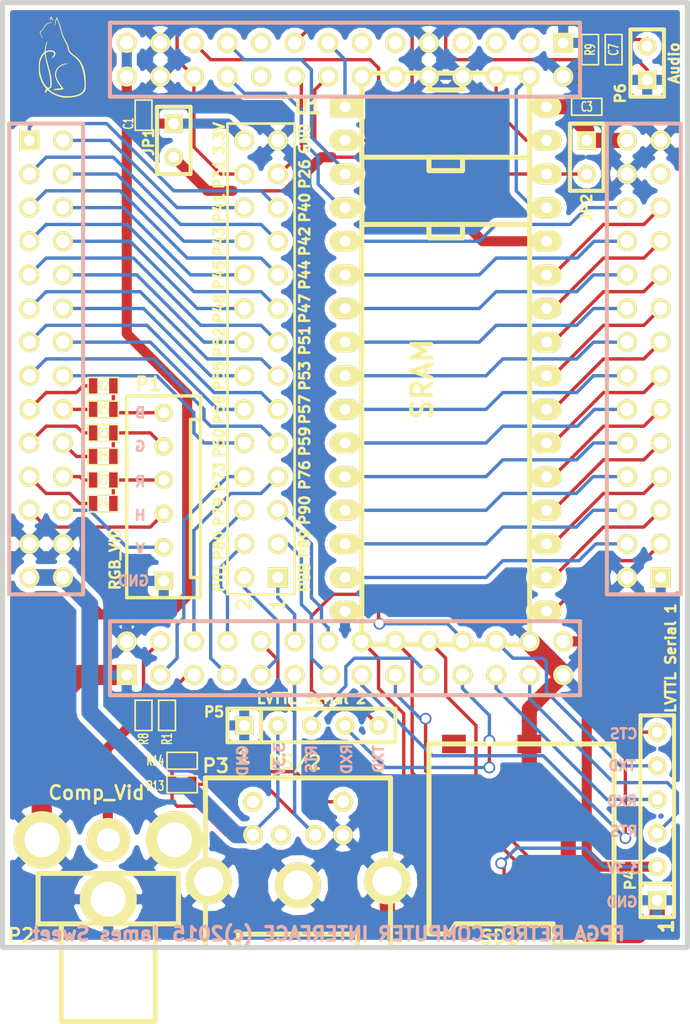
<source format=kicad_pcb>
(kicad_pcb (version 3) (host pcbnew "(2013-07-07 BZR 4022)-stable")

  (general
    (links 147)
    (no_connects 3)
    (area 114.363499 59.245499 168.3004 136.842501)
    (thickness 1.6)
    (drawings 65)
    (tracks 504)
    (zones 0)
    (modules 27)
    (nets 87)
  )

  (page USLetter)
  (title_block 
    (rev 1.2)
  )

  (layers
    (15 F.Cu signal)
    (0 B.Cu signal)
    (16 B.Adhes user)
    (17 F.Adhes user)
    (18 B.Paste user)
    (19 F.Paste user)
    (20 B.SilkS user)
    (21 F.SilkS user)
    (22 B.Mask user)
    (23 F.Mask user)
    (24 Dwgs.User user)
    (25 Cmts.User user)
    (26 Eco1.User user)
    (27 Eco2.User user)
    (28 Edge.Cuts user)
  )

  (setup
    (last_trace_width 0.254)
    (user_trace_width 0.3048)
    (user_trace_width 0.381)
    (user_trace_width 0.508)
    (user_trace_width 0.762)
    (user_trace_width 1.143)
    (user_trace_width 1.27)
    (user_trace_width 1.524)
    (user_trace_width 1.778)
    (user_trace_width 2.032)
    (user_trace_width 2.54)
    (user_trace_width 3.048)
    (trace_clearance 0.254)
    (zone_clearance 0.381)
    (zone_45_only yes)
    (trace_min 0.254)
    (segment_width 0.381)
    (edge_width 0.381)
    (via_size 0.889)
    (via_drill 0.635)
    (via_min_size 0.889)
    (via_min_drill 0.508)
    (uvia_size 0.508)
    (uvia_drill 0.127)
    (uvias_allowed no)
    (uvia_min_size 0.508)
    (uvia_min_drill 0.127)
    (pcb_text_width 0.3048)
    (pcb_text_size 1.524 2.032)
    (mod_edge_width 0.381)
    (mod_text_size 1.524 1.524)
    (mod_text_width 0.3048)
    (pad_size 0.8 1.5)
    (pad_drill 0)
    (pad_to_mask_clearance 0.254)
    (aux_axis_origin 0 0)
    (visible_elements 7FFFFFFF)
    (pcbplotparams
      (layerselection 284196865)
      (usegerberextensions true)
      (excludeedgelayer false)
      (linewidth 0.150000)
      (plotframeref false)
      (viasonmask false)
      (mode 1)
      (useauxorigin false)
      (hpglpennumber 1)
      (hpglpenspeed 20)
      (hpglpendiameter 15)
      (hpglpenoverlay 2)
      (psnegative false)
      (psa4output false)
      (plotreference true)
      (plotvalue true)
      (plotothertext true)
      (plotinvisibletext false)
      (padsonsilk false)
      (subtractmaskfromsilk false)
      (outputformat 1)
      (mirror false)
      (drillshape 0)
      (scaleselection 1)
      (outputdirectory ../../../Desktop/Gerbers/SBC/))
  )

  (net 0 "")
  (net 1 +3.3V)
  (net 2 /A0)
  (net 3 /A1)
  (net 4 /A10)
  (net 5 /A11)
  (net 6 /A12)
  (net 7 /A13)
  (net 8 /A14)
  (net 9 /A15)
  (net 10 /A16)
  (net 11 /A17)
  (net 12 /A18)
  (net 13 /A2)
  (net 14 /A3)
  (net 15 /A4)
  (net 16 /A5)
  (net 17 /A6)
  (net 18 /A7)
  (net 19 /A8)
  (net 20 /A9)
  (net 21 /Audio)
  (net 22 /CE)
  (net 23 /CTS1)
  (net 24 /C_Sync)
  (net 25 /D0)
  (net 26 /D1)
  (net 27 /D2)
  (net 28 /D3)
  (net 29 /D4)
  (net 30 /D5)
  (net 31 /D6)
  (net 32 /D7)
  (net 33 /H_Sync)
  (net 34 /OE)
  (net 35 /PIN26)
  (net 36 /PIN40)
  (net 37 /PIN41)
  (net 38 /PIN42)
  (net 39 /PIN43)
  (net 40 /PIN44)
  (net 41 /PIN45)
  (net 42 /PIN47)
  (net 43 /PIN48)
  (net 44 /PIN51)
  (net 45 /PIN52)
  (net 46 /PIN53)
  (net 47 /PIN55)
  (net 48 /PIN57)
  (net 49 /PIN58)
  (net 50 /PIN59)
  (net 51 /PIN60)
  (net 52 /PIN73)
  (net 53 /PIN76)
  (net 54 /PIN79)
  (net 55 /PIN80)
  (net 56 /PIN81)
  (net 57 /PIN88)
  (net 58 /PIN89)
  (net 59 /PIN90)
  (net 60 /PS2CLK)
  (net 61 /PS2DAT)
  (net 62 /RTS1)
  (net 63 /RTS2)
  (net 64 /RXD1)
  (net 65 /RXD2)
  (net 66 /TXD1)
  (net 67 /TXD2)
  (net 68 /V_Sync)
  (net 69 /VidB0)
  (net 70 /VidB1)
  (net 71 /VidG0)
  (net 72 /VidG1)
  (net 73 /VidR0)
  (net 74 /VidR1)
  (net 75 /Video)
  (net 76 /WE)
  (net 77 GND)
  (net 78 N-000001)
  (net 79 N-000002)
  (net 80 N-000003)
  (net 81 N-000004)
  (net 82 N-0000047)
  (net 83 N-0000048)
  (net 84 N-0000049)
  (net 85 N-000005)
  (net 86 N-0000050)

  (net_class Default "This is the default net class."
    (clearance 0.254)
    (trace_width 0.254)
    (via_dia 0.889)
    (via_drill 0.635)
    (uvia_dia 0.508)
    (uvia_drill 0.127)
    (add_net "")
    (add_net +3.3V)
    (add_net /A0)
    (add_net /A1)
    (add_net /A10)
    (add_net /A11)
    (add_net /A12)
    (add_net /A13)
    (add_net /A14)
    (add_net /A15)
    (add_net /A16)
    (add_net /A17)
    (add_net /A18)
    (add_net /A2)
    (add_net /A3)
    (add_net /A4)
    (add_net /A5)
    (add_net /A6)
    (add_net /A7)
    (add_net /A8)
    (add_net /A9)
    (add_net /Audio)
    (add_net /CE)
    (add_net /CTS1)
    (add_net /C_Sync)
    (add_net /D0)
    (add_net /D1)
    (add_net /D2)
    (add_net /D3)
    (add_net /D4)
    (add_net /D5)
    (add_net /D6)
    (add_net /D7)
    (add_net /H_Sync)
    (add_net /OE)
    (add_net /PIN26)
    (add_net /PIN40)
    (add_net /PIN41)
    (add_net /PIN42)
    (add_net /PIN43)
    (add_net /PIN44)
    (add_net /PIN45)
    (add_net /PIN47)
    (add_net /PIN48)
    (add_net /PIN51)
    (add_net /PIN52)
    (add_net /PIN53)
    (add_net /PIN55)
    (add_net /PIN57)
    (add_net /PIN58)
    (add_net /PIN59)
    (add_net /PIN60)
    (add_net /PIN73)
    (add_net /PIN76)
    (add_net /PIN79)
    (add_net /PIN80)
    (add_net /PIN81)
    (add_net /PIN88)
    (add_net /PIN89)
    (add_net /PIN90)
    (add_net /PS2CLK)
    (add_net /PS2DAT)
    (add_net /RTS1)
    (add_net /RTS2)
    (add_net /RXD1)
    (add_net /RXD2)
    (add_net /TXD1)
    (add_net /TXD2)
    (add_net /V_Sync)
    (add_net /VidB0)
    (add_net /VidB1)
    (add_net /VidG0)
    (add_net /VidG1)
    (add_net /VidR0)
    (add_net /VidR1)
    (add_net /Video)
    (add_net /WE)
    (add_net GND)
    (add_net N-000001)
    (add_net N-000002)
    (add_net N-000003)
    (add_net N-000004)
    (add_net N-0000047)
    (add_net N-0000048)
    (add_net N-0000049)
    (add_net N-000005)
    (add_net N-0000050)
  )

  (module RCA_RCJ_series (layer F.Cu) (tedit 5535C082) (tstamp 54B393B9)
    (at 122.555 122.682 180)
    (tags "RCA jack CUI")
    (path /54AB8891)
    (fp_text reference P2 (at 6.604 -7.239 180) (layer F.SilkS)
      (effects (font (size 1.016 1.016) (thickness 0.2032)))
    )
    (fp_text value Comp_Vid (at 0.889 3.556 180) (layer F.SilkS)
      (effects (font (size 1.016 1.016) (thickness 0.2032)))
    )
    (fp_line (start -3.556 -6.35) (end -3.556 -13.716) (layer F.SilkS) (width 0.381))
    (fp_line (start 3.556 -6.35) (end 3.556 -13.716) (layer F.SilkS) (width 0.381))
    (fp_line (start -5.334 -6.35) (end 5.334 -6.35) (layer F.SilkS) (width 0.381))
    (fp_line (start -5.3086 -6.35) (end -5.3086 -2.54) (layer F.SilkS) (width 0.381))
    (fp_line (start 5.3086 -6.35) (end 5.3086 -2.54) (layer F.SilkS) (width 0.381))
    (fp_line (start -5.3086 -2.54) (end 5.3086 -2.54) (layer F.SilkS) (width 0.381))
    (fp_line (start -3.556 -13.716) (end 3.556 -13.716) (layer F.SilkS) (width 0.381))
    (pad 1 thru_hole oval (at 0 -4.4958 180) (size 4.318 3.937) (drill 2.6416)
      (layers *.Cu *.Mask F.SilkS)
      (net 77 GND)
    )
    (pad 1 thru_hole circle (at 5.0038 0 180) (size 4.318 4.318) (drill 2.6416)
      (layers *.Cu *.Mask F.SilkS)
      (net 77 GND)
    )
    (pad 2 thru_hole circle (at 0 0 180) (size 3.302 3.302) (drill 1.7526)
      (layers *.Cu *.Mask F.SilkS)
      (net 82 N-0000047)
    )
    (pad 1 thru_hole circle (at -5.0038 0 180) (size 4.318 4.318) (drill 2.6416)
      (layers *.Cu *.Mask F.SilkS)
      (net 77 GND)
    )
  )

  (module Micro_SD_Amphenol_101-00660-68-6 (layer F.Cu) (tedit 550AF357) (tstamp 54B9CD6D)
    (at 152.146 126.111 180)
    (tags "MMC micro SD card socket")
    (path /54B20E28)
    (fp_text reference SD1 (at 0 -3.937 180) (layer F.SilkS)
      (effects (font (size 1.016 1.016) (thickness 0.2032)))
    )
    (fp_text value SD_MMC_MICRO (at -5.588 12.446 180) (layer F.SilkS) hide
      (effects (font (size 1.524 1.524) (thickness 0.3048)))
    )
    (fp_line (start 5.33 -3.683) (end 5.33 10.668) (layer F.SilkS) (width 0.381))
    (fp_line (start 5.33 10.668) (end -8.67 10.668) (layer F.SilkS) (width 0.381))
    (fp_line (start -8.67 10.668) (end -8.67 -4.445) (layer F.SilkS) (width 0.381))
    (fp_line (start -4.064 -2.921) (end 3.302 -2.921) (layer F.SilkS) (width 0.381))
    (fp_line (start 3.302 -2.921) (end 3.81 -3.683) (layer F.SilkS) (width 0.381))
    (fp_line (start 3.81 -3.683) (end 5.33 -3.683) (layer F.SilkS) (width 0.381))
    (fp_line (start -4.064 -2.921) (end -4.064 -4.445) (layer F.SilkS) (width 0.381))
    (fp_line (start -8.67 -4.445) (end -4.06 -4.445) (layer F.SilkS) (width 0.381))
    (pad 12 smd rect (at 3.44 10.668 180) (size 1.8 1.4)
      (layers F.Cu F.Paste F.Mask)
    )
    (pad 10 smd rect (at 5.04 -3.048 180) (size 1.4 1.9)
      (layers F.Cu F.Paste F.Mask)
      (net 77 GND)
    )
    (pad 5 smd rect (at 0.804 0 180) (size 0.8 1.5)
      (layers F.Cu F.Paste F.Mask)
      (net 86 N-0000050)
    )
    (pad 6 smd rect (at 1.904 -0.2 180) (size 0.8 1.5)
      (layers F.Cu F.Paste F.Mask)
      (net 77 GND)
    )
    (pad 8 smd rect (at 4.104 0 180) (size 0.8 1.5)
      (layers F.Cu F.Paste F.Mask)
    )
    (pad 7 smd rect (at 3.004 0 180) (size 0.8 1.5)
      (layers F.Cu F.Paste F.Mask)
      (net 79 N-000002)
    )
    (pad 3 smd rect (at -1.396 0 180) (size 0.8 1.5)
      (layers F.Cu F.Paste F.Mask)
      (net 84 N-0000049)
    )
    (pad 4 smd rect (at -0.3468 -0.2 180) (size 0.8 1.5)
      (layers F.Cu F.Paste F.Mask)
      (net 1 +3.3V)
    )
    (pad 2 smd rect (at -2.496 0.4 180) (size 0.8 1.5)
      (layers F.Cu F.Paste F.Mask)
      (net 78 N-000001)
    )
    (pad 1 smd rect (at -3.596 0 180) (size 0.8 1.5)
      (layers F.Cu F.Paste F.Mask)
    )
    (pad 9 smd rect (at -8.11 -3.81 180) (size 1.4 1.9)
      (layers F.Cu F.Paste F.Mask)
      (net 77 GND)
    )
    (pad 11 smd rect (at -2.26 10.668 180) (size 1.8 1.4)
      (layers F.Cu F.Paste F.Mask)
      (net 77 GND)
    )
  )

  (module Header_Friction_Lock-6_Vert (layer F.Cu) (tedit 5503D777) (tstamp 54B34720)
    (at 126.746 96.774 90)
    (descr "Friction Lock header 6 pin vert 2.54mm")
    (tags "CONN DEV header")
    (path /54B1BBCB)
    (fp_text reference P1 (at 8.509 -1.143 180) (layer F.SilkS)
      (effects (font (size 1.016 1.016) (thickness 0.2032)))
    )
    (fp_text value RGB_VID (at -4.699 -3.683 90) (layer F.SilkS)
      (effects (font (size 0.762 0.762) (thickness 0.1905)))
    )
    (fp_line (start -6.096 2.032) (end 5.842 2.032) (layer F.SilkS) (width 0.254))
    (fp_line (start -7.62 2.794) (end 7.62 2.794) (layer F.SilkS) (width 0.254))
    (fp_line (start -7.62 -2.794) (end 7.62 -2.794) (layer F.SilkS) (width 0.254))
    (fp_line (start -6.096 2.794) (end -6.096 2.032) (layer F.SilkS) (width 0.254))
    (fp_line (start 5.842 2.032) (end 5.842 2.794) (layer F.SilkS) (width 0.254))
    (fp_line (start -7.62 -2.794) (end -7.62 2.794) (layer F.SilkS) (width 0.254))
    (fp_line (start 7.62 -2.794) (end 7.62 2.794) (layer F.SilkS) (width 0.254))
    (pad 6 thru_hole circle (at 6.35 0 90) (size 1.397 1.397) (drill 0.8128)
      (layers *.Cu *.Mask F.SilkS)
      (net 83 N-0000048)
    )
    (pad 5 thru_hole circle (at 3.81 0 90) (size 1.397 1.397) (drill 0.8128)
      (layers *.Cu *.Mask F.SilkS)
      (net 80 N-000003)
    )
    (pad 4 thru_hole circle (at 1.27 0 90) (size 1.397 1.397) (drill 0.8128)
      (layers *.Cu *.Mask F.SilkS)
      (net 81 N-000004)
    )
    (pad 3 thru_hole circle (at -1.27 0 90) (size 1.397 1.397) (drill 0.8128)
      (layers *.Cu *.Mask F.SilkS)
      (net 33 /H_Sync)
    )
    (pad 1 thru_hole rect (at -6.35 0 90) (size 1.397 1.397) (drill 0.8128)
      (layers *.Cu *.Mask F.SilkS)
      (net 77 GND)
    )
    (pad 2 thru_hole circle (at -3.81 0 90) (size 1.397 1.397) (drill 0.8128)
      (layers *.Cu *.Mask F.SilkS)
      (net 68 /V_Sync)
    )
  )

  (module Altera_FPGA_mini_brd (layer F.Cu) (tedit 553409F0) (tstamp 54B34499)
    (at 140.462 86.36)
    (tags "Altera FPGA")
    (path /54B1846A)
    (fp_text reference P8 (at 0 -3.81) (layer F.SilkS) hide
      (effects (font (size 1.016 1.016) (thickness 0.254)))
    )
    (fp_text value CONN_ALTERA_MIN_BRD_128 (at 0 15.24) (layer F.SilkS) hide
      (effects (font (size 1.016 1.016) (thickness 0.2032)))
    )
    (fp_text user 1 (at -23.876 -18.796 90) (layer F.SilkS) hide
      (effects (font (size 0.762 0.762) (thickness 0.1905)))
    )
    (fp_text user 2 (at -21.336 -18.796 90) (layer F.SilkS) hide
      (effects (font (size 0.762 0.762) (thickness 0.1905)))
    )
    (fp_text user 2 (at 21.336 18.542 90) (layer F.SilkS) hide
      (effects (font (size 0.762 0.762) (thickness 0.1905)))
    )
    (fp_text user 1 (at 23.876 18.542 90) (layer F.SilkS) hide
      (effects (font (size 0.762 0.762) (thickness 0.1905)))
    )
    (fp_text user 1 (at 18.542 -23.876) (layer F.SilkS) hide
      (effects (font (size 0.762 0.762) (thickness 0.1905)))
    )
    (fp_text user 2 (at 18.542 -21.336) (layer F.SilkS) hide
      (effects (font (size 0.762 0.762) (thickness 0.1905)))
    )
    (fp_text user 2 (at -18.796 21.336) (layer F.SilkS) hide
      (effects (font (size 0.762 0.762) (thickness 0.1905)))
    )
    (fp_text user 1 (at -18.796 24.13) (layer F.SilkS) hide
      (effects (font (size 0.762 0.762) (thickness 0.1905)))
    )
    (fp_text user P4 (at 0 -18.542) (layer F.SilkS) hide
      (effects (font (size 1.016 1.016) (thickness 0.2032)))
    )
    (fp_text user P3 (at 18.542 0) (layer F.SilkS) hide
      (effects (font (size 1.016 1.016) (thickness 0.2032)))
    )
    (fp_text user P2 (at 0 18.796) (layer F.SilkS) hide
      (effects (font (size 1.016 1.016) (thickness 0.2032)))
    )
    (fp_text user P1 (at -19.431 -2.159) (layer F.SilkS) hide
      (effects (font (size 1.016 1.016) (thickness 0.2032)))
    )
    (fp_line (start -19.812 -17.78) (end -25.4 -17.78) (layer B.SilkS) (width 0.3048))
    (fp_line (start -19.812 17.78) (end -25.4 17.78) (layer B.SilkS) (width 0.3048))
    (fp_line (start -19.812 17.78) (end -19.812 -17.78) (layer B.SilkS) (width 0.3048))
    (fp_line (start -25.4 17.78) (end -25.4 -17.78) (layer B.SilkS) (width 0.3048))
    (fp_line (start 25.4 -17.78) (end 25.4 17.78) (layer B.SilkS) (width 0.3048))
    (fp_line (start 19.812 -17.78) (end 19.812 17.78) (layer B.SilkS) (width 0.3048))
    (fp_line (start 19.812 -17.78) (end 25.4 -17.78) (layer B.SilkS) (width 0.3048))
    (fp_line (start 19.812 17.78) (end 25.4 17.78) (layer B.SilkS) (width 0.3048))
    (fp_line (start 17.78 -19.812) (end 17.78 -25.4) (layer B.SilkS) (width 0.3048))
    (fp_line (start -17.78 -19.812) (end -17.78 -25.4) (layer B.SilkS) (width 0.3048))
    (fp_line (start -17.78 -19.812) (end 17.78 -19.812) (layer B.SilkS) (width 0.3048))
    (fp_line (start -17.78 -25.4) (end 17.78 -25.4) (layer B.SilkS) (width 0.3048))
    (fp_line (start 17.78 25.4) (end -17.78 25.4) (layer B.SilkS) (width 0.3048))
    (fp_line (start 17.78 19.812) (end -17.78 19.812) (layer B.SilkS) (width 0.3048))
    (fp_line (start 17.78 19.812) (end 17.78 25.4) (layer B.SilkS) (width 0.3048))
    (fp_line (start -17.78 19.812) (end -17.78 25.4) (layer B.SilkS) (width 0.3048))
    (pad PA9 thru_hole circle (at -23.876 -6.35 270) (size 1.524 1.524) (drill 1.016)
      (layers *.Cu *.Mask F.SilkS)
      (net 44 /PIN51)
    )
    (pad PA7 thru_hole circle (at -23.876 -8.89 270) (size 1.524 1.524) (drill 1.016)
      (layers *.Cu *.Mask F.SilkS)
      (net 42 /PIN47)
    )
    (pad PA5 thru_hole circle (at -23.876 -11.43 270) (size 1.524 1.524) (drill 1.016)
      (layers *.Cu *.Mask F.SilkS)
      (net 40 /PIN44)
    )
    (pad PA3 thru_hole circle (at -23.876 -13.97 270) (size 1.524 1.524) (drill 1.016)
      (layers *.Cu *.Mask F.SilkS)
      (net 38 /PIN42)
    )
    (pad PA28 thru_hole circle (at -21.336 16.51 270) (size 1.524 1.524) (drill 1.016)
      (layers *.Cu *.Mask F.SilkS)
      (net 1 +3.3V)
    )
    (pad PA26 thru_hole circle (at -21.336 13.97 270) (size 1.524 1.524) (drill 1.016)
      (layers *.Cu *.Mask F.SilkS)
      (net 77 GND)
    )
    (pad PA24 thru_hole circle (at -21.336 11.43 270) (size 1.524 1.524) (drill 1.016)
      (layers *.Cu *.Mask F.SilkS)
      (net 68 /V_Sync)
    )
    (pad PA22 thru_hole circle (at -21.336 8.89 270) (size 1.524 1.524) (drill 1.016)
      (layers *.Cu *.Mask F.SilkS)
      (net 73 /VidR0)
    )
    (pad PA20 thru_hole circle (at -21.336 6.35 270) (size 1.524 1.524) (drill 1.016)
      (layers *.Cu *.Mask F.SilkS)
      (net 71 /VidG0)
    )
    (pad PA27 thru_hole circle (at -23.876 16.51 270) (size 1.524 1.524) (drill 1.016)
      (layers *.Cu *.Mask F.SilkS)
      (net 1 +3.3V)
    )
    (pad PA18 thru_hole circle (at -21.336 3.81 270) (size 1.524 1.524) (drill 1.016)
      (layers *.Cu *.Mask F.SilkS)
      (net 69 /VidB0)
    )
    (pad PA25 thru_hole circle (at -23.876 13.97 270) (size 1.524 1.524) (drill 1.016)
      (layers *.Cu *.Mask F.SilkS)
      (net 77 GND)
    )
    (pad PA16 thru_hole circle (at -21.336 1.27 270) (size 1.524 1.524) (drill 1.016)
      (layers *.Cu *.Mask F.SilkS)
      (net 51 /PIN60)
    )
    (pad PA23 thru_hole circle (at -23.876 11.43 270) (size 1.524 1.524) (drill 1.016)
      (layers *.Cu *.Mask F.SilkS)
      (net 33 /H_Sync)
    )
    (pad PA14 thru_hole circle (at -21.336 -1.27 270) (size 1.524 1.524) (drill 1.016)
      (layers *.Cu *.Mask F.SilkS)
      (net 49 /PIN58)
    )
    (pad PA21 thru_hole circle (at -23.876 8.89 270) (size 1.524 1.524) (drill 1.016)
      (layers *.Cu *.Mask F.SilkS)
      (net 74 /VidR1)
    )
    (pad PA12 thru_hole circle (at -21.336 -3.81 270) (size 1.524 1.524) (drill 1.016)
      (layers *.Cu *.Mask F.SilkS)
      (net 47 /PIN55)
    )
    (pad PA19 thru_hole circle (at -23.876 6.35 270) (size 1.524 1.524) (drill 1.016)
      (layers *.Cu *.Mask F.SilkS)
      (net 72 /VidG1)
    )
    (pad PA10 thru_hole circle (at -21.336 -6.35 270) (size 1.524 1.524) (drill 1.016)
      (layers *.Cu *.Mask F.SilkS)
      (net 45 /PIN52)
    )
    (pad PA17 thru_hole circle (at -23.876 3.81 270) (size 1.524 1.524) (drill 1.016)
      (layers *.Cu *.Mask F.SilkS)
      (net 70 /VidB1)
    )
    (pad PA8 thru_hole circle (at -21.336 -8.89 270) (size 1.524 1.524) (drill 1.016)
      (layers *.Cu *.Mask F.SilkS)
      (net 43 /PIN48)
    )
    (pad PA15 thru_hole circle (at -23.876 1.27 270) (size 1.524 1.524) (drill 1.016)
      (layers *.Cu *.Mask F.SilkS)
      (net 50 /PIN59)
    )
    (pad PA6 thru_hole circle (at -21.336 -11.43 270) (size 1.524 1.524) (drill 1.016)
      (layers *.Cu *.Mask F.SilkS)
      (net 41 /PIN45)
    )
    (pad PA13 thru_hole circle (at -23.876 -1.27 270) (size 1.524 1.524) (drill 1.016)
      (layers *.Cu *.Mask F.SilkS)
      (net 48 /PIN57)
    )
    (pad PA4 thru_hole circle (at -21.336 -13.97 270) (size 1.524 1.524) (drill 1.016)
      (layers *.Cu *.Mask F.SilkS)
      (net 39 /PIN43)
    )
    (pad PA11 thru_hole circle (at -23.876 -3.81 270) (size 1.524 1.524) (drill 1.016)
      (layers *.Cu *.Mask F.SilkS)
      (net 46 /PIN53)
    )
    (pad PA2 thru_hole circle (at -21.336 -16.51 270) (size 1.524 1.524) (drill 1.016)
      (layers *.Cu *.Mask F.SilkS)
      (net 37 /PIN41)
    )
    (pad PA1 thru_hole rect (at -23.876 -16.51 270) (size 1.524 1.524) (drill 0.8128)
      (layers *.Cu *.Mask F.SilkS)
      (net 36 /PIN40)
    )
    (pad PC1 thru_hole rect (at 23.876 16.51 90) (size 1.524 1.524) (drill 0.8128)
      (layers *.Cu *.Mask F.SilkS)
      (net 77 GND)
    )
    (pad PC2 thru_hole circle (at 21.336 16.51 90) (size 1.524 1.524) (drill 1.016)
      (layers *.Cu *.Mask F.SilkS)
      (net 77 GND)
    )
    (pad PC11 thru_hole circle (at 23.876 3.81 90) (size 1.524 1.524) (drill 1.016)
      (layers *.Cu *.Mask F.SilkS)
      (net 32 /D7)
    )
    (pad PC4 thru_hole circle (at 21.336 13.97 90) (size 1.524 1.524) (drill 1.016)
      (layers *.Cu *.Mask F.SilkS)
      (net 27 /D2)
    )
    (pad PC13 thru_hole circle (at 23.876 1.27 90) (size 1.524 1.524) (drill 1.016)
      (layers *.Cu *.Mask F.SilkS)
      (net 22 /CE)
    )
    (pad PC6 thru_hole circle (at 21.336 11.43 90) (size 1.524 1.524) (drill 1.016)
      (layers *.Cu *.Mask F.SilkS)
      (net 26 /D1)
    )
    (pad PC15 thru_hole circle (at 23.876 -1.27 90) (size 1.524 1.524) (drill 1.016)
      (layers *.Cu *.Mask F.SilkS)
      (net 4 /A10)
    )
    (pad PC8 thru_hole circle (at 21.336 8.89 90) (size 1.524 1.524) (drill 1.016)
      (layers *.Cu *.Mask F.SilkS)
      (net 25 /D0)
    )
    (pad PC17 thru_hole circle (at 23.876 -3.81 90) (size 1.524 1.524) (drill 1.016)
      (layers *.Cu *.Mask F.SilkS)
      (net 34 /OE)
    )
    (pad PC10 thru_hole circle (at 21.336 6.35 90) (size 1.524 1.524) (drill 1.016)
      (layers *.Cu *.Mask F.SilkS)
      (net 2 /A0)
    )
    (pad PC19 thru_hole circle (at 23.876 -6.35 90) (size 1.524 1.524) (drill 1.016)
      (layers *.Cu *.Mask F.SilkS)
      (net 5 /A11)
    )
    (pad PC12 thru_hole circle (at 21.336 3.81 90) (size 1.524 1.524) (drill 1.016)
      (layers *.Cu *.Mask F.SilkS)
      (net 3 /A1)
    )
    (pad PC21 thru_hole circle (at 23.876 -8.89 90) (size 1.524 1.524) (drill 1.016)
      (layers *.Cu *.Mask F.SilkS)
      (net 20 /A9)
    )
    (pad PC14 thru_hole circle (at 21.336 1.27 90) (size 1.524 1.524) (drill 1.016)
      (layers *.Cu *.Mask F.SilkS)
      (net 13 /A2)
    )
    (pad PC23 thru_hole circle (at 23.876 -11.43 90) (size 1.524 1.524) (drill 1.016)
      (layers *.Cu *.Mask F.SilkS)
      (net 19 /A8)
    )
    (pad PC16 thru_hole circle (at 21.336 -1.27 90) (size 1.524 1.524) (drill 1.016)
      (layers *.Cu *.Mask F.SilkS)
      (net 14 /A3)
    )
    (pad PC25 thru_hole circle (at 23.876 -13.97 90) (size 1.524 1.524) (drill 1.016)
      (layers *.Cu *.Mask F.SilkS)
    )
    (pad PC18 thru_hole circle (at 21.336 -3.81 90) (size 1.524 1.524) (drill 1.016)
      (layers *.Cu *.Mask F.SilkS)
      (net 15 /A4)
    )
    (pad PC27 thru_hole circle (at 23.876 -16.51 90) (size 1.524 1.524) (drill 1.016)
      (layers *.Cu *.Mask F.SilkS)
      (net 77 GND)
    )
    (pad PC20 thru_hole circle (at 21.336 -6.35 90) (size 1.524 1.524) (drill 1.016)
      (layers *.Cu *.Mask F.SilkS)
      (net 16 /A5)
    )
    (pad PC22 thru_hole circle (at 21.336 -8.89 90) (size 1.524 1.524) (drill 1.016)
      (layers *.Cu *.Mask F.SilkS)
      (net 17 /A6)
    )
    (pad PC24 thru_hole circle (at 21.336 -11.43 90) (size 1.524 1.524) (drill 1.016)
      (layers *.Cu *.Mask F.SilkS)
      (net 18 /A7)
    )
    (pad PC26 thru_hole circle (at 21.336 -13.97 90) (size 1.524 1.524) (drill 1.016)
      (layers *.Cu *.Mask F.SilkS)
      (net 77 GND)
    )
    (pad PC28 thru_hole circle (at 21.336 -16.51 90) (size 1.524 1.524) (drill 1.016)
      (layers *.Cu *.Mask F.SilkS)
      (net 1 +3.3V)
    )
    (pad PC3 thru_hole circle (at 23.876 13.97 90) (size 1.524 1.524) (drill 1.016)
      (layers *.Cu *.Mask F.SilkS)
      (net 28 /D3)
    )
    (pad PC5 thru_hole circle (at 23.876 11.43 90) (size 1.524 1.524) (drill 1.016)
      (layers *.Cu *.Mask F.SilkS)
      (net 29 /D4)
    )
    (pad PC7 thru_hole circle (at 23.876 8.89 90) (size 1.524 1.524) (drill 1.016)
      (layers *.Cu *.Mask F.SilkS)
      (net 30 /D5)
    )
    (pad PC9 thru_hole circle (at 23.876 6.35 90) (size 1.524 1.524) (drill 1.016)
      (layers *.Cu *.Mask F.SilkS)
      (net 31 /D6)
    )
    (pad PD9 thru_hole circle (at 6.35 -23.876 180) (size 1.524 1.524) (drill 1.016)
      (layers *.Cu *.Mask F.SilkS)
      (net 77 GND)
    )
    (pad PD7 thru_hole circle (at 8.89 -23.876 180) (size 1.524 1.524) (drill 1.016)
      (layers *.Cu *.Mask F.SilkS)
    )
    (pad PD5 thru_hole circle (at 11.43 -23.876 180) (size 1.524 1.524) (drill 1.016)
      (layers *.Cu *.Mask F.SilkS)
    )
    (pad PD3 thru_hole circle (at 13.97 -23.876 180) (size 1.524 1.524) (drill 1.016)
      (layers *.Cu *.Mask F.SilkS)
    )
    (pad PD28 thru_hole circle (at -16.51 -21.336 180) (size 1.524 1.524) (drill 1.016)
      (layers *.Cu *.Mask F.SilkS)
      (net 1 +3.3V)
    )
    (pad PD26 thru_hole circle (at -13.97 -21.336 180) (size 1.524 1.524) (drill 1.016)
      (layers *.Cu *.Mask F.SilkS)
      (net 77 GND)
    )
    (pad PD24 thru_hole circle (at -11.43 -21.336 180) (size 1.524 1.524) (drill 1.016)
      (layers *.Cu *.Mask F.SilkS)
      (net 21 /Audio)
    )
    (pad PD22 thru_hole circle (at -8.89 -21.336 180) (size 1.524 1.524) (drill 1.016)
      (layers *.Cu *.Mask F.SilkS)
      (net 6 /A12)
    )
    (pad PD20 thru_hole circle (at -6.35 -21.336 180) (size 1.524 1.524) (drill 1.016)
      (layers *.Cu *.Mask F.SilkS)
    )
    (pad PD27 thru_hole circle (at -16.51 -23.876 180) (size 1.524 1.524) (drill 1.016)
      (layers *.Cu *.Mask F.SilkS)
      (net 1 +3.3V)
    )
    (pad PD18 thru_hole circle (at -3.81 -21.336 180) (size 1.524 1.524) (drill 1.016)
      (layers *.Cu *.Mask F.SilkS)
      (net 35 /PIN26)
    )
    (pad PD25 thru_hole circle (at -13.97 -23.876 180) (size 1.524 1.524) (drill 1.016)
      (layers *.Cu *.Mask F.SilkS)
      (net 77 GND)
    )
    (pad PD16 thru_hole circle (at -1.27 -21.336 180) (size 1.524 1.524) (drill 1.016)
      (layers *.Cu *.Mask F.SilkS)
      (net 7 /A13)
    )
    (pad PD23 thru_hole circle (at -11.43 -23.876 180) (size 1.524 1.524) (drill 1.016)
      (layers *.Cu *.Mask F.SilkS)
      (net 10 /A16)
    )
    (pad PD14 thru_hole circle (at 1.27 -21.336 180) (size 1.524 1.524) (drill 1.016)
      (layers *.Cu *.Mask F.SilkS)
    )
    (pad PD21 thru_hole circle (at -8.89 -23.876 180) (size 1.524 1.524) (drill 1.016)
      (layers *.Cu *.Mask F.SilkS)
      (net 8 /A14)
    )
    (pad PD12 thru_hole circle (at 3.81 -21.336 180) (size 1.524 1.524) (drill 1.016)
      (layers *.Cu *.Mask F.SilkS)
    )
    (pad PD19 thru_hole circle (at -6.35 -23.876 180) (size 1.524 1.524) (drill 1.016)
      (layers *.Cu *.Mask F.SilkS)
    )
    (pad PD10 thru_hole circle (at 6.35 -21.336 180) (size 1.524 1.524) (drill 1.016)
      (layers *.Cu *.Mask F.SilkS)
      (net 77 GND)
    )
    (pad PD17 thru_hole circle (at -3.81 -23.876 180) (size 1.524 1.524) (drill 1.016)
      (layers *.Cu *.Mask F.SilkS)
      (net 11 /A17)
    )
    (pad PD8 thru_hole circle (at 8.89 -21.336 180) (size 1.524 1.524) (drill 1.016)
      (layers *.Cu *.Mask F.SilkS)
      (net 77 GND)
    )
    (pad PD15 thru_hole circle (at -1.27 -23.876 180) (size 1.524 1.524) (drill 1.016)
      (layers *.Cu *.Mask F.SilkS)
      (net 12 /A18)
    )
    (pad PD6 thru_hole circle (at 11.43 -21.336 180) (size 1.524 1.524) (drill 1.016)
      (layers *.Cu *.Mask F.SilkS)
      (net 9 /A15)
    )
    (pad PD13 thru_hole circle (at 1.27 -23.876 180) (size 1.524 1.524) (drill 1.016)
      (layers *.Cu *.Mask F.SilkS)
    )
    (pad PD4 thru_hole circle (at 13.97 -21.336 180) (size 1.524 1.524) (drill 1.016)
      (layers *.Cu *.Mask F.SilkS)
      (net 76 /WE)
    )
    (pad PD11 thru_hole circle (at 3.81 -23.876 180) (size 1.524 1.524) (drill 1.016)
      (layers *.Cu *.Mask F.SilkS)
    )
    (pad PD2 thru_hole circle (at 16.51 -21.336 180) (size 1.524 1.524) (drill 1.016)
      (layers *.Cu *.Mask F.SilkS)
      (net 77 GND)
    )
    (pad PD1 thru_hole rect (at 16.51 -23.876 180) (size 1.524 1.524) (drill 0.8128)
      (layers *.Cu *.Mask F.SilkS)
      (net 77 GND)
    )
    (pad PB1 thru_hole rect (at -16.51 23.876) (size 1.524 1.524) (drill 0.8128)
      (layers *.Cu *.Mask F.SilkS)
      (net 77 GND)
    )
    (pad PB2 thru_hole circle (at -16.51 21.336) (size 1.524 1.524) (drill 1.016)
      (layers *.Cu *.Mask F.SilkS)
      (net 77 GND)
    )
    (pad PB11 thru_hole circle (at -3.81 23.876) (size 1.524 1.524) (drill 1.016)
      (layers *.Cu *.Mask F.SilkS)
      (net 61 /PS2DAT)
    )
    (pad PB4 thru_hole circle (at -13.97 21.336) (size 1.524 1.524) (drill 1.016)
      (layers *.Cu *.Mask F.SilkS)
      (net 24 /C_Sync)
    )
    (pad PB13 thru_hole circle (at -1.143 23.876) (size 1.524 1.524) (drill 1.016)
      (layers *.Cu *.Mask F.SilkS)
      (net 58 /PIN89)
    )
    (pad PB6 thru_hole circle (at -11.43 21.336) (size 1.524 1.524) (drill 1.016)
      (layers *.Cu *.Mask F.SilkS)
      (net 53 /PIN76)
    )
    (pad PB15 thru_hole circle (at 1.27 23.876) (size 1.524 1.524) (drill 1.016)
      (layers *.Cu *.Mask F.SilkS)
      (net 23 /CTS1)
    )
    (pad PB8 thru_hole circle (at -8.89 21.336) (size 1.524 1.524) (drill 1.016)
      (layers *.Cu *.Mask F.SilkS)
      (net 55 /PIN80)
    )
    (pad PB17 thru_hole circle (at 3.81 23.876) (size 1.524 1.524) (drill 1.016)
      (layers *.Cu *.Mask F.SilkS)
      (net 84 N-0000049)
    )
    (pad PB10 thru_hole circle (at -6.35 21.336) (size 1.524 1.524) (drill 1.016)
      (layers *.Cu *.Mask F.SilkS)
      (net 60 /PS2CLK)
    )
    (pad PB19 thru_hole circle (at 6.35 23.876) (size 1.524 1.524) (drill 1.016)
      (layers *.Cu *.Mask F.SilkS)
      (net 63 /RTS2)
    )
    (pad PB12 thru_hole circle (at -3.81 21.336) (size 1.524 1.524) (drill 1.016)
      (layers *.Cu *.Mask F.SilkS)
      (net 57 /PIN88)
    )
    (pad PB21 thru_hole circle (at 8.89 23.876) (size 1.524 1.524) (drill 1.016)
      (layers *.Cu *.Mask F.SilkS)
      (net 65 /RXD2)
    )
    (pad PB14 thru_hole circle (at -1.27 21.336) (size 1.524 1.524) (drill 1.016)
      (layers *.Cu *.Mask F.SilkS)
      (net 59 /PIN90)
    )
    (pad PB23 thru_hole circle (at 11.43 23.876) (size 1.524 1.524) (drill 1.016)
      (layers *.Cu *.Mask F.SilkS)
      (net 64 /RXD1)
    )
    (pad PB16 thru_hole circle (at 1.27 21.336) (size 1.524 1.524) (drill 1.016)
      (layers *.Cu *.Mask F.SilkS)
      (net 79 N-000002)
    )
    (pad PB25 thru_hole circle (at 13.97 23.876) (size 1.524 1.524) (drill 1.016)
      (layers *.Cu *.Mask F.SilkS)
      (net 62 /RTS1)
    )
    (pad PB18 thru_hole circle (at 3.81 21.336) (size 1.524 1.524) (drill 1.016)
      (layers *.Cu *.Mask F.SilkS)
      (net 86 N-0000050)
    )
    (pad PB27 thru_hole circle (at 16.51 23.876) (size 1.524 1.524) (drill 1.016)
      (layers *.Cu *.Mask F.SilkS)
      (net 77 GND)
    )
    (pad PB20 thru_hole circle (at 6.35 21.336) (size 1.524 1.524) (drill 1.016)
      (layers *.Cu *.Mask F.SilkS)
      (net 78 N-000001)
    )
    (pad PB22 thru_hole circle (at 8.89 21.336) (size 1.524 1.524) (drill 1.016)
      (layers *.Cu *.Mask F.SilkS)
      (net 67 /TXD2)
    )
    (pad PB24 thru_hole circle (at 11.43 21.336) (size 1.524 1.524) (drill 1.016)
      (layers *.Cu *.Mask F.SilkS)
      (net 66 /TXD1)
    )
    (pad PB26 thru_hole circle (at 13.97 21.336) (size 1.524 1.524) (drill 1.016)
      (layers *.Cu *.Mask F.SilkS)
      (net 77 GND)
    )
    (pad PB28 thru_hole circle (at 16.51 21.336) (size 1.524 1.524) (drill 1.016)
      (layers *.Cu *.Mask F.SilkS)
      (net 1 +3.3V)
    )
    (pad PB3 thru_hole circle (at -13.97 23.876) (size 1.524 1.524) (drill 1.016)
      (layers *.Cu *.Mask F.SilkS)
      (net 52 /PIN73)
    )
    (pad PB5 thru_hole circle (at -11.43 23.876) (size 1.524 1.524) (drill 1.016)
      (layers *.Cu *.Mask F.SilkS)
      (net 75 /Video)
    )
    (pad PB7 thru_hole circle (at -8.89 23.876) (size 1.524 1.524) (drill 1.016)
      (layers *.Cu *.Mask F.SilkS)
      (net 54 /PIN79)
    )
    (pad PB9 thru_hole circle (at -6.35 23.876) (size 1.524 1.524) (drill 1.016)
      (layers *.Cu *.Mask F.SilkS)
      (net 56 /PIN81)
    )
  )

  (module SM0603 (layer F.Cu) (tedit 550247BF) (tstamp 54B34389)
    (at 127 113.284 270)
    (path /54B1F1A3)
    (attr smd)
    (fp_text reference R1 (at 1.778 0 270) (layer F.SilkS)
      (effects (font (size 0.7112 0.4572) (thickness 0.127)))
    )
    (fp_text value 470R (at 0 0 270) (layer F.SilkS) hide
      (effects (font (size 0.7112 0.4572) (thickness 0.127)))
    )
    (fp_line (start -1.143 -0.635) (end 1.143 -0.635) (layer F.SilkS) (width 0.127))
    (fp_line (start 1.143 -0.635) (end 1.143 0.635) (layer F.SilkS) (width 0.127))
    (fp_line (start 1.143 0.635) (end -1.143 0.635) (layer F.SilkS) (width 0.127))
    (fp_line (start -1.143 0.635) (end -1.143 -0.635) (layer F.SilkS) (width 0.127))
    (pad 1 smd rect (at -0.762 0 270) (size 0.635 1.143)
      (layers F.Cu F.Paste F.Mask)
      (net 75 /Video)
    )
    (pad 2 smd rect (at 0.762 0 270) (size 0.635 1.143)
      (layers F.Cu F.Paste F.Mask)
      (net 82 N-0000047)
    )
    (model smd/chip_cms.wrl
      (at (xyz 0 0 0))
      (scale (xyz 0.08 0.08 0.08))
      (rotate (xyz 0 0 0))
    )
  )

  (module SM0603 (layer F.Cu) (tedit 550247CE) (tstamp 54B34393)
    (at 125.222 113.284 270)
    (path /54B1F194)
    (attr smd)
    (fp_text reference R8 (at 1.778 0 270) (layer F.SilkS)
      (effects (font (size 0.7112 0.4572) (thickness 0.127)))
    )
    (fp_text value 1k (at 0 0 270) (layer F.SilkS) hide
      (effects (font (size 0.7112 0.4572) (thickness 0.127)))
    )
    (fp_line (start -1.143 -0.635) (end 1.143 -0.635) (layer F.SilkS) (width 0.127))
    (fp_line (start 1.143 -0.635) (end 1.143 0.635) (layer F.SilkS) (width 0.127))
    (fp_line (start 1.143 0.635) (end -1.143 0.635) (layer F.SilkS) (width 0.127))
    (fp_line (start -1.143 0.635) (end -1.143 -0.635) (layer F.SilkS) (width 0.127))
    (pad 1 smd rect (at -0.762 0 270) (size 0.635 1.143)
      (layers F.Cu F.Paste F.Mask)
      (net 24 /C_Sync)
    )
    (pad 2 smd rect (at 0.762 0 270) (size 0.635 1.143)
      (layers F.Cu F.Paste F.Mask)
      (net 82 N-0000047)
    )
    (model smd/chip_cms.wrl
      (at (xyz 0 0 0))
      (scale (xyz 0.08 0.08 0.08))
      (rotate (xyz 0 0 0))
    )
  )

  (module SM0603 (layer F.Cu) (tedit 455C3716) (tstamp 54B3439D)
    (at 122.174 95.504)
    (path /54B1E1C6)
    (attr smd)
    (fp_text reference R7 (at 0 0) (layer F.SilkS)
      (effects (font (size 0.7112 0.4572) (thickness 0.127)))
    )
    (fp_text value 680R (at 0 0) (layer F.SilkS) hide
      (effects (font (size 0.7112 0.4572) (thickness 0.127)))
    )
    (fp_line (start -1.143 -0.635) (end 1.143 -0.635) (layer F.SilkS) (width 0.127))
    (fp_line (start 1.143 -0.635) (end 1.143 0.635) (layer F.SilkS) (width 0.127))
    (fp_line (start 1.143 0.635) (end -1.143 0.635) (layer F.SilkS) (width 0.127))
    (fp_line (start -1.143 0.635) (end -1.143 -0.635) (layer F.SilkS) (width 0.127))
    (pad 1 smd rect (at -0.762 0) (size 0.635 1.143)
      (layers F.Cu F.Paste F.Mask)
      (net 73 /VidR0)
    )
    (pad 2 smd rect (at 0.762 0) (size 0.635 1.143)
      (layers F.Cu F.Paste F.Mask)
      (net 81 N-000004)
    )
    (model smd/chip_cms.wrl
      (at (xyz 0 0 0))
      (scale (xyz 0.08 0.08 0.08))
      (rotate (xyz 0 0 0))
    )
  )

  (module SM0603 (layer F.Cu) (tedit 455C3716) (tstamp 54B343A7)
    (at 122.174 88.392)
    (path /54B1E170)
    (attr smd)
    (fp_text reference R2 (at 0 0) (layer F.SilkS)
      (effects (font (size 0.7112 0.4572) (thickness 0.127)))
    )
    (fp_text value 470R (at 0 0) (layer F.SilkS) hide
      (effects (font (size 0.7112 0.4572) (thickness 0.127)))
    )
    (fp_line (start -1.143 -0.635) (end 1.143 -0.635) (layer F.SilkS) (width 0.127))
    (fp_line (start 1.143 -0.635) (end 1.143 0.635) (layer F.SilkS) (width 0.127))
    (fp_line (start 1.143 0.635) (end -1.143 0.635) (layer F.SilkS) (width 0.127))
    (fp_line (start -1.143 0.635) (end -1.143 -0.635) (layer F.SilkS) (width 0.127))
    (pad 1 smd rect (at -0.762 0) (size 0.635 1.143)
      (layers F.Cu F.Paste F.Mask)
      (net 70 /VidB1)
    )
    (pad 2 smd rect (at 0.762 0) (size 0.635 1.143)
      (layers F.Cu F.Paste F.Mask)
      (net 83 N-0000048)
    )
    (model smd/chip_cms.wrl
      (at (xyz 0 0 0))
      (scale (xyz 0.08 0.08 0.08))
      (rotate (xyz 0 0 0))
    )
  )

  (module SM0603 (layer F.Cu) (tedit 455C3716) (tstamp 54B343B1)
    (at 122.174 90.17)
    (path /54B1E17F)
    (attr smd)
    (fp_text reference R5 (at 0 0) (layer F.SilkS)
      (effects (font (size 0.7112 0.4572) (thickness 0.127)))
    )
    (fp_text value 680R (at 0 0) (layer F.SilkS) hide
      (effects (font (size 0.7112 0.4572) (thickness 0.127)))
    )
    (fp_line (start -1.143 -0.635) (end 1.143 -0.635) (layer F.SilkS) (width 0.127))
    (fp_line (start 1.143 -0.635) (end 1.143 0.635) (layer F.SilkS) (width 0.127))
    (fp_line (start 1.143 0.635) (end -1.143 0.635) (layer F.SilkS) (width 0.127))
    (fp_line (start -1.143 0.635) (end -1.143 -0.635) (layer F.SilkS) (width 0.127))
    (pad 1 smd rect (at -0.762 0) (size 0.635 1.143)
      (layers F.Cu F.Paste F.Mask)
      (net 69 /VidB0)
    )
    (pad 2 smd rect (at 0.762 0) (size 0.635 1.143)
      (layers F.Cu F.Paste F.Mask)
      (net 83 N-0000048)
    )
    (model smd/chip_cms.wrl
      (at (xyz 0 0 0))
      (scale (xyz 0.08 0.08 0.08))
      (rotate (xyz 0 0 0))
    )
  )

  (module SM0603 (layer F.Cu) (tedit 455C3716) (tstamp 54B343BB)
    (at 122.174 91.948)
    (path /54B1E1B4)
    (attr smd)
    (fp_text reference R3 (at 0 0) (layer F.SilkS)
      (effects (font (size 0.7112 0.4572) (thickness 0.127)))
    )
    (fp_text value 470R (at 0 0) (layer F.SilkS) hide
      (effects (font (size 0.7112 0.4572) (thickness 0.127)))
    )
    (fp_line (start -1.143 -0.635) (end 1.143 -0.635) (layer F.SilkS) (width 0.127))
    (fp_line (start 1.143 -0.635) (end 1.143 0.635) (layer F.SilkS) (width 0.127))
    (fp_line (start 1.143 0.635) (end -1.143 0.635) (layer F.SilkS) (width 0.127))
    (fp_line (start -1.143 0.635) (end -1.143 -0.635) (layer F.SilkS) (width 0.127))
    (pad 1 smd rect (at -0.762 0) (size 0.635 1.143)
      (layers F.Cu F.Paste F.Mask)
      (net 72 /VidG1)
    )
    (pad 2 smd rect (at 0.762 0) (size 0.635 1.143)
      (layers F.Cu F.Paste F.Mask)
      (net 80 N-000003)
    )
    (model smd/chip_cms.wrl
      (at (xyz 0 0 0))
      (scale (xyz 0.08 0.08 0.08))
      (rotate (xyz 0 0 0))
    )
  )

  (module SM0603 (layer F.Cu) (tedit 455C3716) (tstamp 54B343C5)
    (at 122.174 93.726)
    (path /54B1E1BA)
    (attr smd)
    (fp_text reference R6 (at 0 0) (layer F.SilkS)
      (effects (font (size 0.7112 0.4572) (thickness 0.127)))
    )
    (fp_text value 680R (at 0 0) (layer F.SilkS) hide
      (effects (font (size 0.7112 0.4572) (thickness 0.127)))
    )
    (fp_line (start -1.143 -0.635) (end 1.143 -0.635) (layer F.SilkS) (width 0.127))
    (fp_line (start 1.143 -0.635) (end 1.143 0.635) (layer F.SilkS) (width 0.127))
    (fp_line (start 1.143 0.635) (end -1.143 0.635) (layer F.SilkS) (width 0.127))
    (fp_line (start -1.143 0.635) (end -1.143 -0.635) (layer F.SilkS) (width 0.127))
    (pad 1 smd rect (at -0.762 0) (size 0.635 1.143)
      (layers F.Cu F.Paste F.Mask)
      (net 71 /VidG0)
    )
    (pad 2 smd rect (at 0.762 0) (size 0.635 1.143)
      (layers F.Cu F.Paste F.Mask)
      (net 80 N-000003)
    )
    (model smd/chip_cms.wrl
      (at (xyz 0 0 0))
      (scale (xyz 0.08 0.08 0.08))
      (rotate (xyz 0 0 0))
    )
  )

  (module SM0603 (layer F.Cu) (tedit 455C3716) (tstamp 54B343CF)
    (at 122.174 97.282)
    (path /54B1E1C0)
    (attr smd)
    (fp_text reference R4 (at 0 0) (layer F.SilkS)
      (effects (font (size 0.7112 0.4572) (thickness 0.127)))
    )
    (fp_text value 470R (at 0 0) (layer F.SilkS) hide
      (effects (font (size 0.7112 0.4572) (thickness 0.127)))
    )
    (fp_line (start -1.143 -0.635) (end 1.143 -0.635) (layer F.SilkS) (width 0.127))
    (fp_line (start 1.143 -0.635) (end 1.143 0.635) (layer F.SilkS) (width 0.127))
    (fp_line (start 1.143 0.635) (end -1.143 0.635) (layer F.SilkS) (width 0.127))
    (fp_line (start -1.143 0.635) (end -1.143 -0.635) (layer F.SilkS) (width 0.127))
    (pad 1 smd rect (at -0.762 0) (size 0.635 1.143)
      (layers F.Cu F.Paste F.Mask)
      (net 74 /VidR1)
    )
    (pad 2 smd rect (at 0.762 0) (size 0.635 1.143)
      (layers F.Cu F.Paste F.Mask)
      (net 81 N-000004)
    )
    (model smd/chip_cms.wrl
      (at (xyz 0 0 0))
      (scale (xyz 0.08 0.08 0.08))
      (rotate (xyz 0 0 0))
    )
  )

  (module SIL-6 (layer F.Cu) (tedit 5503D5CB) (tstamp 54B343DE)
    (at 164.084 120.904 90)
    (descr "Connecteur 6 pins")
    (tags "CONN DEV")
    (path /54B2E5D5)
    (fp_text reference P4 (at -4.826 -2.032 90) (layer F.SilkS)
      (effects (font (size 0.762 0.762) (thickness 0.1905)))
    )
    (fp_text value "LVTTL Serial 1" (at 11.938 1.016 90) (layer F.SilkS)
      (effects (font (size 0.762 0.762) (thickness 0.1905)))
    )
    (fp_line (start -7.62 1.27) (end -7.62 -1.27) (layer F.SilkS) (width 0.3048))
    (fp_line (start -7.62 -1.27) (end 7.62 -1.27) (layer F.SilkS) (width 0.3048))
    (fp_line (start 7.62 -1.27) (end 7.62 1.27) (layer F.SilkS) (width 0.3048))
    (fp_line (start 7.62 1.27) (end -7.62 1.27) (layer F.SilkS) (width 0.3048))
    (fp_line (start -5.08 1.27) (end -5.08 -1.27) (layer F.SilkS) (width 0.3048))
    (pad 1 thru_hole rect (at -6.35 0 90) (size 1.397 1.397) (drill 0.8128)
      (layers *.Cu *.Mask F.SilkS)
      (net 77 GND)
    )
    (pad 2 thru_hole circle (at -3.81 0 90) (size 1.397 1.397) (drill 0.8128)
      (layers *.Cu *.Mask F.SilkS)
      (net 1 +3.3V)
    )
    (pad 3 thru_hole circle (at -1.27 0 90) (size 1.397 1.397) (drill 0.8128)
      (layers *.Cu *.Mask F.SilkS)
      (net 62 /RTS1)
    )
    (pad 4 thru_hole circle (at 1.27 0 90) (size 1.397 1.397) (drill 0.8128)
      (layers *.Cu *.Mask F.SilkS)
      (net 64 /RXD1)
    )
    (pad 5 thru_hole circle (at 3.81 0 90) (size 1.397 1.397) (drill 0.8128)
      (layers *.Cu *.Mask F.SilkS)
      (net 66 /TXD1)
    )
    (pad 6 thru_hole circle (at 6.35 0 90) (size 1.397 1.397) (drill 0.8128)
      (layers *.Cu *.Mask F.SilkS)
      (net 23 /CTS1)
    )
  )

  (module DIP-32__600_ELL (layer F.Cu) (tedit 5BE78B51) (tstamp 5503D049)
    (at 148.082 86.36 270)
    (descr "32 pins DIL package, elliptical pads, width 600mil")
    (tags DIL)
    (path /54AB86A6)
    (fp_text reference U1 (at -19.05 10.414 360) (layer F.SilkS)
      (effects (font (size 1.016 1.016) (thickness 0.254)))
    )
    (fp_text value SRAM (at 1.524 1.778 270) (layer F.SilkS)
      (effects (font (size 1.524 1.524) (thickness 0.3048)))
    )
    (fp_line (start -21.59 -6.35) (end 21.59 -6.35) (layer F.SilkS) (width 0.381))
    (fp_line (start 21.59 -6.35) (end 21.59 6.35) (layer F.SilkS) (width 0.381))
    (fp_line (start 21.59 6.35) (end -21.59 6.35) (layer F.SilkS) (width 0.381))
    (fp_line (start -21.59 6.35) (end -21.59 -6.35) (layer F.SilkS) (width 0.381))
    (fp_line (start -21.59 1.27) (end -20.32 1.27) (layer F.SilkS) (width 0.381))
    (fp_line (start -20.32 1.27) (end -20.32 -1.27) (layer F.SilkS) (width 0.381))
    (fp_line (start -20.32 -1.27) (end -21.59 -1.27) (layer F.SilkS) (width 0.381))
    (pad 1 thru_hole rect (at -19.05 7.62 270) (size 1.5748 2.286) (drill 0.8128)
      (layers *.Cu *.Mask F.SilkS)
      (net 12 /A18)
    )
    (pad 2 thru_hole oval (at -16.51 7.62 270) (size 1.5748 2.286) (drill 0.8128)
      (layers *.Cu *.Mask F.SilkS)
      (net 10 /A16)
    )
    (pad 3 thru_hole oval (at -13.97 7.62 270) (size 1.5748 2.286) (drill 0.8128)
      (layers *.Cu *.Mask F.SilkS)
      (net 8 /A14)
    )
    (pad 4 thru_hole oval (at -11.43 7.62 270) (size 1.5748 2.286) (drill 0.8128)
      (layers *.Cu *.Mask F.SilkS)
      (net 6 /A12)
    )
    (pad 5 thru_hole oval (at -8.89 7.62 270) (size 1.5748 2.286) (drill 0.8128)
      (layers *.Cu *.Mask F.SilkS)
      (net 18 /A7)
    )
    (pad 6 thru_hole oval (at -6.35 7.62 270) (size 1.5748 2.286) (drill 0.8128)
      (layers *.Cu *.Mask F.SilkS)
      (net 17 /A6)
    )
    (pad 7 thru_hole oval (at -3.81 7.62 270) (size 1.5748 2.286) (drill 0.8128)
      (layers *.Cu *.Mask F.SilkS)
      (net 16 /A5)
    )
    (pad 8 thru_hole oval (at -1.27 7.62 270) (size 1.5748 2.286) (drill 0.8128)
      (layers *.Cu *.Mask F.SilkS)
      (net 15 /A4)
    )
    (pad 9 thru_hole oval (at 1.27 7.62 270) (size 1.5748 2.286) (drill 0.8128)
      (layers *.Cu *.Mask F.SilkS)
      (net 14 /A3)
    )
    (pad 10 thru_hole oval (at 3.81 7.62 270) (size 1.5748 2.286) (drill 0.8128)
      (layers *.Cu *.Mask F.SilkS)
      (net 13 /A2)
    )
    (pad 11 thru_hole oval (at 6.35 7.62 270) (size 1.5748 2.286) (drill 0.8128)
      (layers *.Cu *.Mask F.SilkS)
      (net 3 /A1)
    )
    (pad 12 thru_hole oval (at 8.89 7.62 270) (size 1.5748 2.286) (drill 0.8128)
      (layers *.Cu *.Mask F.SilkS)
      (net 2 /A0)
    )
    (pad 13 thru_hole oval (at 11.43 7.62 270) (size 1.5748 2.286) (drill 0.8128)
      (layers *.Cu *.Mask F.SilkS)
      (net 25 /D0)
    )
    (pad 14 thru_hole oval (at 13.97 7.62 270) (size 1.5748 2.286) (drill 0.8128)
      (layers *.Cu *.Mask F.SilkS)
      (net 26 /D1)
    )
    (pad 15 thru_hole oval (at 16.51 7.62 270) (size 1.5748 2.286) (drill 0.8128)
      (layers *.Cu *.Mask F.SilkS)
      (net 27 /D2)
    )
    (pad 16 thru_hole oval (at 19.05 7.62 270) (size 1.5748 2.286) (drill 0.8128)
      (layers *.Cu *.Mask F.SilkS)
      (net 77 GND)
    )
    (pad 17 thru_hole oval (at 19.05 -7.62 270) (size 1.5748 2.286) (drill 0.8128)
      (layers *.Cu *.Mask F.SilkS)
      (net 28 /D3)
    )
    (pad 18 thru_hole oval (at 16.51 -7.62 270) (size 1.5748 2.286) (drill 0.8128)
      (layers *.Cu *.Mask F.SilkS)
      (net 29 /D4)
    )
    (pad 19 thru_hole oval (at 13.97 -7.62 270) (size 1.5748 2.286) (drill 0.8128)
      (layers *.Cu *.Mask F.SilkS)
      (net 30 /D5)
    )
    (pad 20 thru_hole oval (at 11.43 -7.62 270) (size 1.5748 2.286) (drill 0.8128)
      (layers *.Cu *.Mask F.SilkS)
      (net 31 /D6)
    )
    (pad 21 thru_hole oval (at 8.89 -7.62 270) (size 1.5748 2.286) (drill 0.8128)
      (layers *.Cu *.Mask F.SilkS)
      (net 32 /D7)
    )
    (pad 22 thru_hole oval (at 6.35 -7.62 270) (size 1.5748 2.286) (drill 0.8128)
      (layers *.Cu *.Mask F.SilkS)
      (net 22 /CE)
    )
    (pad 23 thru_hole oval (at 3.81 -7.62 270) (size 1.5748 2.286) (drill 0.8128)
      (layers *.Cu *.Mask F.SilkS)
      (net 4 /A10)
    )
    (pad 24 thru_hole oval (at 1.27 -7.62 270) (size 1.5748 2.286) (drill 0.8128)
      (layers *.Cu *.Mask F.SilkS)
      (net 34 /OE)
    )
    (pad 25 thru_hole oval (at -1.27 -7.62 270) (size 1.5748 2.286) (drill 0.8128)
      (layers *.Cu *.Mask F.SilkS)
      (net 5 /A11)
    )
    (pad 26 thru_hole oval (at -3.81 -7.62 270) (size 1.5748 2.286) (drill 0.8128)
      (layers *.Cu *.Mask F.SilkS)
      (net 20 /A9)
    )
    (pad 27 thru_hole oval (at -6.35 -7.62 270) (size 1.5748 2.286) (drill 0.8128)
      (layers *.Cu *.Mask F.SilkS)
      (net 19 /A8)
    )
    (pad 28 thru_hole oval (at -8.89 -7.62 270) (size 1.5748 2.286) (drill 0.8128)
      (layers *.Cu *.Mask F.SilkS)
      (net 7 /A13)
    )
    (pad 29 thru_hole oval (at -11.43 -7.62 270) (size 1.5748 2.286) (drill 0.8128)
      (layers *.Cu *.Mask F.SilkS)
      (net 76 /WE)
    )
    (pad 30 thru_hole oval (at -13.97 -7.62 270) (size 1.5748 2.286) (drill 0.8128)
      (layers *.Cu *.Mask F.SilkS)
      (net 11 /A17)
    )
    (pad 31 thru_hole oval (at -16.51 -7.62 270) (size 1.5748 2.286) (drill 0.8128)
      (layers *.Cu *.Mask F.SilkS)
      (net 9 /A15)
    )
    (pad 32 thru_hole oval (at -19.05 -7.62 270) (size 1.5748 2.286) (drill 0.8128)
      (layers *.Cu *.Mask F.SilkS)
      (net 1 +3.3V)
    )
    (model dil/dil_32-w600.wrl
      (at (xyz 0 0 0))
      (scale (xyz 1 1 1))
      (rotate (xyz 0 0 0))
    )
  )

  (module SM0603 (layer F.Cu) (tedit 455C3716) (tstamp 54B346E7)
    (at 158.75 67.31)
    (path /54AB86B5)
    (attr smd)
    (fp_text reference C3 (at 0 0) (layer F.SilkS)
      (effects (font (size 0.7112 0.4572) (thickness 0.127)))
    )
    (fp_text value 100n (at 0 0) (layer F.SilkS) hide
      (effects (font (size 0.7112 0.4572) (thickness 0.127)))
    )
    (fp_line (start -1.143 -0.635) (end 1.143 -0.635) (layer F.SilkS) (width 0.127))
    (fp_line (start 1.143 -0.635) (end 1.143 0.635) (layer F.SilkS) (width 0.127))
    (fp_line (start 1.143 0.635) (end -1.143 0.635) (layer F.SilkS) (width 0.127))
    (fp_line (start -1.143 0.635) (end -1.143 -0.635) (layer F.SilkS) (width 0.127))
    (pad 1 smd rect (at -0.762 0) (size 0.635 1.143)
      (layers F.Cu F.Paste F.Mask)
      (net 1 +3.3V)
    )
    (pad 2 smd rect (at 0.762 0) (size 0.635 1.143)
      (layers F.Cu F.Paste F.Mask)
      (net 77 GND)
    )
    (model smd/chip_cms.wrl
      (at (xyz 0 0 0))
      (scale (xyz 0.08 0.08 0.08))
      (rotate (xyz 0 0 0))
    )
  )

  (module Mini_DIN-6_MD-6006 (layer F.Cu) (tedit 55341397) (tstamp 54B4BB44)
    (at 136.906 130.81 180)
    (tags "Mini DIN-6 PS/2")
    (path /54B8B530)
    (fp_text reference P3 (at 6.223 13.716 180) (layer F.SilkS)
      (effects (font (size 1.016 1.016) (thickness 0.2032)))
    )
    (fp_text value PS/2 (at 0.254 13.97 180) (layer F.SilkS)
      (effects (font (size 1.016 1.016) (thickness 0.2032)))
    )
    (fp_line (start -4.5 0) (end -4.5 1) (layer F.SilkS) (width 0.381))
    (fp_line (start -4.5 1) (end 4.5 1) (layer F.SilkS) (width 0.381))
    (fp_line (start 4.5 1) (end 4.5 0) (layer F.SilkS) (width 0.381))
    (fp_line (start -7 12.8) (end 7 12.8) (layer F.SilkS) (width 0.381))
    (fp_line (start -7 0) (end -7 12.8) (layer F.SilkS) (width 0.381))
    (fp_line (start 7 0) (end 7 12.8) (layer F.SilkS) (width 0.381))
    (fp_line (start -7 0) (end 7 0) (layer F.SilkS) (width 0.381))
    (pad 1 thru_hole circle (at -1.295 8.5 180) (size 1.5 1.5) (drill 0.92)
      (layers *.Cu *.Mask F.SilkS)
      (net 61 /PS2DAT)
    )
    (pad 2 thru_hole circle (at 1.295 8.5 180) (size 1.5 1.5) (drill 0.92)
      (layers *.Cu *.Mask F.SilkS)
    )
    (pad 4 thru_hole circle (at 3.405 8.5 180) (size 1.5 1.5) (drill 0.92)
      (layers *.Cu *.Mask F.SilkS)
      (net 1 +3.3V)
    )
    (pad 6 thru_hole circle (at 3.405 11 180) (size 1.5 1.5) (drill 0.92)
      (layers *.Cu *.Mask F.SilkS)
    )
    (pad 5 thru_hole circle (at -3.405 11 180) (size 1.5 1.5) (drill 0.92)
      (layers *.Cu *.Mask F.SilkS)
      (net 60 /PS2CLK)
    )
    (pad 7 thru_hole circle (at 6.75 5 180) (size 3.5 3.5) (drill 2.22)
      (layers *.Cu *.Mask F.SilkS)
      (net 77 GND)
    )
    (pad 7 thru_hole circle (at -6.75 5 180) (size 3.5 3.5) (drill 2.22)
      (layers *.Cu *.Mask F.SilkS)
      (net 77 GND)
    )
    (pad 7 thru_hole circle (at 0 4.7 180) (size 3.5 3.5) (drill 2.22)
      (layers *.Cu *.Mask F.SilkS)
      (net 77 GND)
    )
    (pad 3 thru_hole circle (at -3.405 8.5 180) (size 1.5 1.5) (drill 0.92)
      (layers *.Cu *.Mask F.SilkS)
      (net 77 GND)
    )
  )

  (module SM0603 (layer F.Cu) (tedit 455C3716) (tstamp 54B905E6)
    (at 160.782 62.992 270)
    (path /54B8BE00)
    (attr smd)
    (fp_text reference C7 (at 0 0 270) (layer F.SilkS)
      (effects (font (size 0.7112 0.4572) (thickness 0.127)))
    )
    (fp_text value 4.7n (at 0 0 270) (layer F.SilkS) hide
      (effects (font (size 0.7112 0.4572) (thickness 0.127)))
    )
    (fp_line (start -1.143 -0.635) (end 1.143 -0.635) (layer F.SilkS) (width 0.127))
    (fp_line (start 1.143 -0.635) (end 1.143 0.635) (layer F.SilkS) (width 0.127))
    (fp_line (start 1.143 0.635) (end -1.143 0.635) (layer F.SilkS) (width 0.127))
    (fp_line (start -1.143 0.635) (end -1.143 -0.635) (layer F.SilkS) (width 0.127))
    (pad 1 smd rect (at -0.762 0 270) (size 0.635 1.143)
      (layers F.Cu F.Paste F.Mask)
      (net 85 N-000005)
    )
    (pad 2 smd rect (at 0.762 0 270) (size 0.635 1.143)
      (layers F.Cu F.Paste F.Mask)
      (net 77 GND)
    )
    (model smd/chip_cms.wrl
      (at (xyz 0 0 0))
      (scale (xyz 0.08 0.08 0.08))
      (rotate (xyz 0 0 0))
    )
  )

  (module SM0603 (layer F.Cu) (tedit 455C3716) (tstamp 54B905F0)
    (at 159.004 62.992 90)
    (path /54B8BE0F)
    (attr smd)
    (fp_text reference R9 (at 0 0 90) (layer F.SilkS)
      (effects (font (size 0.7112 0.4572) (thickness 0.127)))
    )
    (fp_text value 3.3k (at 0 0 90) (layer F.SilkS) hide
      (effects (font (size 0.7112 0.4572) (thickness 0.127)))
    )
    (fp_line (start -1.143 -0.635) (end 1.143 -0.635) (layer F.SilkS) (width 0.127))
    (fp_line (start 1.143 -0.635) (end 1.143 0.635) (layer F.SilkS) (width 0.127))
    (fp_line (start 1.143 0.635) (end -1.143 0.635) (layer F.SilkS) (width 0.127))
    (fp_line (start -1.143 0.635) (end -1.143 -0.635) (layer F.SilkS) (width 0.127))
    (pad 1 smd rect (at -0.762 0 90) (size 0.635 1.143)
      (layers F.Cu F.Paste F.Mask)
      (net 21 /Audio)
    )
    (pad 2 smd rect (at 0.762 0 90) (size 0.635 1.143)
      (layers F.Cu F.Paste F.Mask)
      (net 85 N-000005)
    )
    (model smd/chip_cms.wrl
      (at (xyz 0 0 0))
      (scale (xyz 0.08 0.08 0.08))
      (rotate (xyz 0 0 0))
    )
  )

  (module SIL-2 (layer F.Cu) (tedit 5503D5AB) (tstamp 54B905FA)
    (at 163.322 64.008 90)
    (descr "Connecteurs 2 pins")
    (tags "CONN DEV")
    (path /54B8BE1E)
    (fp_text reference P6 (at -2.286 -2.032 90) (layer F.SilkS)
      (effects (font (size 0.762 0.762) (thickness 0.1905)))
    )
    (fp_text value Audio (at 0 2.032 90) (layer F.SilkS)
      (effects (font (size 0.762 0.762) (thickness 0.1905)))
    )
    (fp_line (start -2.54 1.27) (end -2.54 -1.27) (layer F.SilkS) (width 0.3048))
    (fp_line (start -2.54 -1.27) (end 2.54 -1.27) (layer F.SilkS) (width 0.3048))
    (fp_line (start 2.54 -1.27) (end 2.54 1.27) (layer F.SilkS) (width 0.3048))
    (fp_line (start 2.54 1.27) (end -2.54 1.27) (layer F.SilkS) (width 0.3048))
    (pad 1 thru_hole rect (at -1.27 0 90) (size 1.397 1.397) (drill 0.8128)
      (layers *.Cu *.Mask F.SilkS)
      (net 77 GND)
    )
    (pad 2 thru_hole circle (at 1.27 0 90) (size 1.397 1.397) (drill 0.8128)
      (layers *.Cu *.Mask F.SilkS)
      (net 85 N-000005)
    )
  )

  (module SIL-2 (layer F.Cu) (tedit 55024ABF) (tstamp 5500FD5E)
    (at 127.508 69.85 270)
    (descr "Connecteurs 2 pins")
    (tags "CONN DEV")
    (path /550100CE)
    (fp_text reference JP1 (at 0.127 1.905 270) (layer F.SilkS)
      (effects (font (size 0.762 0.762) (thickness 0.1905)))
    )
    (fp_text value 28P (at 0 -2.54 270) (layer F.SilkS) hide
      (effects (font (size 0.762 0.762) (thickness 0.1905)))
    )
    (fp_line (start -2.54 1.27) (end -2.54 -1.27) (layer F.SilkS) (width 0.3048))
    (fp_line (start -2.54 -1.27) (end 2.54 -1.27) (layer F.SilkS) (width 0.3048))
    (fp_line (start 2.54 -1.27) (end 2.54 1.27) (layer F.SilkS) (width 0.3048))
    (fp_line (start 2.54 1.27) (end -2.54 1.27) (layer F.SilkS) (width 0.3048))
    (pad 1 thru_hole rect (at -1.27 0 270) (size 1.397 1.397) (drill 0.8128)
      (layers *.Cu *.Mask F.SilkS)
      (net 1 +3.3V)
    )
    (pad 2 thru_hole circle (at 1.27 0 270) (size 1.397 1.397) (drill 0.8128)
      (layers *.Cu *.Mask F.SilkS)
      (net 7 /A13)
    )
  )

  (module SIL-2 (layer F.Cu) (tedit 5501110D) (tstamp 5500FD68)
    (at 158.75 71.12 270)
    (descr "Connecteurs 2 pins")
    (tags "CONN DEV")
    (path /550100DD)
    (fp_text reference JP2 (at 3.81 0 270) (layer F.SilkS)
      (effects (font (size 0.762 0.762) (thickness 0.1905)))
    )
    (fp_text value 24P (at 0 -2.54 270) (layer F.SilkS) hide
      (effects (font (size 1.524 1.016) (thickness 0.3048)))
    )
    (fp_line (start -2.54 1.27) (end -2.54 -1.27) (layer F.SilkS) (width 0.3048))
    (fp_line (start -2.54 -1.27) (end 2.54 -1.27) (layer F.SilkS) (width 0.3048))
    (fp_line (start 2.54 -1.27) (end 2.54 1.27) (layer F.SilkS) (width 0.3048))
    (fp_line (start 2.54 1.27) (end -2.54 1.27) (layer F.SilkS) (width 0.3048))
    (pad 1 thru_hole rect (at -1.27 0 270) (size 1.397 1.397) (drill 0.8128)
      (layers *.Cu *.Mask F.SilkS)
      (net 1 +3.3V)
    )
    (pad 2 thru_hole circle (at 1.27 0 270) (size 1.397 1.397) (drill 0.8128)
      (layers *.Cu *.Mask F.SilkS)
      (net 11 /A17)
    )
  )

  (module SIL-5 (layer F.Cu) (tedit 5503D5C0) (tstamp 55012DC2)
    (at 139.192 114.046)
    (descr "Connecteur 5 pins")
    (tags "CONN DEV")
    (path /55013A9A)
    (fp_text reference P5 (at -8.636 -1.016) (layer F.SilkS)
      (effects (font (size 0.762 0.762) (thickness 0.1905)))
    )
    (fp_text value "LVTTL Serial 2" (at -1.27 -2.032) (layer F.SilkS)
      (effects (font (size 0.762 0.762) (thickness 0.1905)))
    )
    (fp_line (start -7.62 1.27) (end -7.62 -1.27) (layer F.SilkS) (width 0.3048))
    (fp_line (start -7.62 -1.27) (end 5.08 -1.27) (layer F.SilkS) (width 0.3048))
    (fp_line (start 5.08 -1.27) (end 5.08 1.27) (layer F.SilkS) (width 0.3048))
    (fp_line (start 5.08 1.27) (end -7.62 1.27) (layer F.SilkS) (width 0.3048))
    (fp_line (start -5.08 1.27) (end -5.08 -1.27) (layer F.SilkS) (width 0.3048))
    (pad 1 thru_hole rect (at -6.35 0) (size 1.397 1.397) (drill 0.8128)
      (layers *.Cu *.Mask F.SilkS)
      (net 77 GND)
    )
    (pad 2 thru_hole circle (at -3.81 0) (size 1.397 1.397) (drill 0.8128)
      (layers *.Cu *.Mask F.SilkS)
      (net 1 +3.3V)
    )
    (pad 3 thru_hole circle (at -1.27 0) (size 1.397 1.397) (drill 0.8128)
      (layers *.Cu *.Mask F.SilkS)
      (net 63 /RTS2)
    )
    (pad 4 thru_hole circle (at 1.27 0) (size 1.397 1.397) (drill 0.8128)
      (layers *.Cu *.Mask F.SilkS)
      (net 65 /RXD2)
    )
    (pad 5 thru_hole circle (at 3.81 0) (size 1.397 1.397) (drill 0.8128)
      (layers *.Cu *.Mask F.SilkS)
      (net 67 /TXD2)
    )
  )

  (module SM0603 (layer F.Cu) (tedit 553404A3) (tstamp 5503D2BA)
    (at 125.222 67.945 90)
    (path /5503D257)
    (attr smd)
    (fp_text reference C1 (at -0.635 -1.143 90) (layer F.SilkS)
      (effects (font (size 0.7112 0.4572) (thickness 0.127)))
    )
    (fp_text value 100n (at 0 0 90) (layer F.SilkS) hide
      (effects (font (size 0.7112 0.4572) (thickness 0.127)))
    )
    (fp_line (start -1.143 -0.635) (end 1.143 -0.635) (layer F.SilkS) (width 0.127))
    (fp_line (start 1.143 -0.635) (end 1.143 0.635) (layer F.SilkS) (width 0.127))
    (fp_line (start 1.143 0.635) (end -1.143 0.635) (layer F.SilkS) (width 0.127))
    (fp_line (start -1.143 0.635) (end -1.143 -0.635) (layer F.SilkS) (width 0.127))
    (pad 1 smd rect (at -0.762 0 90) (size 0.635 1.143)
      (layers F.Cu F.Paste F.Mask)
      (net 1 +3.3V)
    )
    (pad 2 smd rect (at 0.762 0 90) (size 0.635 1.143)
      (layers F.Cu F.Paste F.Mask)
      (net 77 GND)
    )
    (model smd/chip_cms.wrl
      (at (xyz 0 0 0))
      (scale (xyz 0.08 0.08 0.08))
      (rotate (xyz 0 0 0))
    )
  )

  (module pin_array_14x2 (layer F.Cu) (tedit 554323E9) (tstamp 54B7656D)
    (at 134.112 86.36 90)
    (descr "Double rangee de contacts 2 x 12 pins")
    (tags CONN)
    (path /54B2F903)
    (fp_text reference P7 (at -7.62 -3.81 90) (layer F.SilkS) hide
      (effects (font (size 1.016 1.016) (thickness 0.2032)))
    )
    (fp_text value I/O (at 7.0612 -4.9276 90) (layer F.SilkS) hide
      (effects (font (size 1.016 1.016) (thickness 0.2032)))
    )
    (fp_line (start -17.78 2.54) (end 17.78 2.54) (layer F.SilkS) (width 0.2032))
    (fp_line (start 17.78 -2.54) (end -17.78 -2.54) (layer F.SilkS) (width 0.2032))
    (fp_line (start -17.78 -2.54) (end -17.78 2.54) (layer F.SilkS) (width 0.2032))
    (fp_line (start 17.78 2.54) (end 17.78 -2.54) (layer F.SilkS) (width 0.2032))
    (pad 28 thru_hole circle (at 16.51 -1.27 90) (size 1.524 1.524) (drill 1.016)
      (layers *.Cu *.Mask F.SilkS)
      (net 1 +3.3V)
    )
    (pad 27 thru_hole circle (at 16.51 1.27 90) (size 1.524 1.524) (drill 1.016)
      (layers *.Cu *.Mask F.SilkS)
      (net 77 GND)
    )
    (pad 1 thru_hole rect (at -16.51 1.27 90) (size 1.524 1.524) (drill 0.8128)
      (layers *.Cu *.Mask F.SilkS)
      (net 57 /PIN88)
    )
    (pad 2 thru_hole circle (at -16.51 -1.27 90) (size 1.524 1.524) (drill 1.016)
      (layers *.Cu *.Mask F.SilkS)
      (net 56 /PIN81)
    )
    (pad 3 thru_hole circle (at -13.97 1.27 90) (size 1.524 1.524) (drill 1.016)
      (layers *.Cu *.Mask F.SilkS)
      (net 58 /PIN89)
    )
    (pad 4 thru_hole circle (at -13.97 -1.27 90) (size 1.524 1.524) (drill 1.016)
      (layers *.Cu *.Mask F.SilkS)
      (net 55 /PIN80)
    )
    (pad 5 thru_hole circle (at -11.43 1.27 90) (size 1.524 1.524) (drill 1.016)
      (layers *.Cu *.Mask F.SilkS)
      (net 59 /PIN90)
    )
    (pad 6 thru_hole circle (at -11.43 -1.27 90) (size 1.524 1.524) (drill 1.016)
      (layers *.Cu *.Mask F.SilkS)
      (net 54 /PIN79)
    )
    (pad 7 thru_hole circle (at -8.89 1.27 90) (size 1.524 1.524) (drill 1.016)
      (layers *.Cu *.Mask F.SilkS)
      (net 53 /PIN76)
    )
    (pad 8 thru_hole circle (at -8.89 -1.27 90) (size 1.524 1.524) (drill 1.016)
      (layers *.Cu *.Mask F.SilkS)
      (net 52 /PIN73)
    )
    (pad 9 thru_hole circle (at -6.35 1.27 90) (size 1.524 1.524) (drill 1.016)
      (layers *.Cu *.Mask F.SilkS)
      (net 50 /PIN59)
    )
    (pad 10 thru_hole circle (at -6.35 -1.27 90) (size 1.524 1.524) (drill 1.016)
      (layers *.Cu *.Mask F.SilkS)
      (net 51 /PIN60)
    )
    (pad 11 thru_hole circle (at -3.81 1.27 90) (size 1.524 1.524) (drill 1.016)
      (layers *.Cu *.Mask F.SilkS)
      (net 48 /PIN57)
    )
    (pad 12 thru_hole circle (at -3.81 -1.27 90) (size 1.524 1.524) (drill 1.016)
      (layers *.Cu *.Mask F.SilkS)
      (net 49 /PIN58)
    )
    (pad 13 thru_hole circle (at -1.27 1.27 90) (size 1.524 1.524) (drill 1.016)
      (layers *.Cu *.Mask F.SilkS)
      (net 46 /PIN53)
    )
    (pad 14 thru_hole circle (at -1.27 -1.27 90) (size 1.524 1.524) (drill 1.016)
      (layers *.Cu *.Mask F.SilkS)
      (net 47 /PIN55)
    )
    (pad 15 thru_hole circle (at 1.27 1.27 90) (size 1.524 1.524) (drill 1.016)
      (layers *.Cu *.Mask F.SilkS)
      (net 44 /PIN51)
    )
    (pad 16 thru_hole circle (at 1.27 -1.27 90) (size 1.524 1.524) (drill 1.016)
      (layers *.Cu *.Mask F.SilkS)
      (net 45 /PIN52)
    )
    (pad 17 thru_hole circle (at 3.81 1.27 90) (size 1.524 1.524) (drill 1.016)
      (layers *.Cu *.Mask F.SilkS)
      (net 42 /PIN47)
    )
    (pad 18 thru_hole circle (at 3.81 -1.27 90) (size 1.524 1.524) (drill 1.016)
      (layers *.Cu *.Mask F.SilkS)
      (net 43 /PIN48)
    )
    (pad 19 thru_hole circle (at 6.35 1.27 90) (size 1.524 1.524) (drill 1.016)
      (layers *.Cu *.Mask F.SilkS)
      (net 40 /PIN44)
    )
    (pad 20 thru_hole circle (at 6.35 -1.27 90) (size 1.524 1.524) (drill 1.016)
      (layers *.Cu *.Mask F.SilkS)
      (net 41 /PIN45)
    )
    (pad 21 thru_hole circle (at 8.89 1.27 90) (size 1.524 1.524) (drill 1.016)
      (layers *.Cu *.Mask F.SilkS)
      (net 38 /PIN42)
    )
    (pad 22 thru_hole circle (at 8.89 -1.27 90) (size 1.524 1.524) (drill 1.016)
      (layers *.Cu *.Mask F.SilkS)
      (net 39 /PIN43)
    )
    (pad 23 thru_hole circle (at 11.43 1.27 90) (size 1.524 1.524) (drill 1.016)
      (layers *.Cu *.Mask F.SilkS)
      (net 36 /PIN40)
    )
    (pad 24 thru_hole circle (at 11.43 -1.27 90) (size 1.524 1.524) (drill 1.016)
      (layers *.Cu *.Mask F.SilkS)
      (net 37 /PIN41)
    )
    (pad 25 thru_hole circle (at 13.97 1.27 90) (size 1.524 1.524) (drill 1.016)
      (layers *.Cu *.Mask F.SilkS)
      (net 35 /PIN26)
    )
    (pad 26 thru_hole circle (at 13.97 -1.27 90) (size 1.524 1.524) (drill 1.016)
      (layers *.Cu *.Mask F.SilkS)
      (net 21 /Audio)
    )
    (model pin_array/pins_array_13x2.wrl
      (at (xyz 0 0 0))
      (scale (xyz 1 1 1))
      (rotate (xyz 0 0 0))
    )
  )

  (module SM0603 (layer F.Cu) (tedit 5534141D) (tstamp 553464A8)
    (at 128.143 118.491 180)
    (path /55340F64)
    (attr smd)
    (fp_text reference R13 (at 2.032 -0.127 180) (layer F.SilkS)
      (effects (font (size 0.7112 0.4572) (thickness 0.127)))
    )
    (fp_text value 10k (at 0 0 180) (layer F.SilkS) hide
      (effects (font (size 0.7112 0.4572) (thickness 0.127)))
    )
    (fp_line (start -1.143 -0.635) (end 1.143 -0.635) (layer F.SilkS) (width 0.127))
    (fp_line (start 1.143 -0.635) (end 1.143 0.635) (layer F.SilkS) (width 0.127))
    (fp_line (start 1.143 0.635) (end -1.143 0.635) (layer F.SilkS) (width 0.127))
    (fp_line (start -1.143 0.635) (end -1.143 -0.635) (layer F.SilkS) (width 0.127))
    (pad 1 smd rect (at -0.762 0 180) (size 0.635 1.143)
      (layers F.Cu F.Paste F.Mask)
      (net 61 /PS2DAT)
    )
    (pad 2 smd rect (at 0.762 0 180) (size 0.635 1.143)
      (layers F.Cu F.Paste F.Mask)
      (net 1 +3.3V)
    )
    (model smd/chip_cms.wrl
      (at (xyz 0 0 0))
      (scale (xyz 0.08 0.08 0.08))
      (rotate (xyz 0 0 0))
    )
  )

  (module SM0603 (layer F.Cu) (tedit 55341411) (tstamp 553464B2)
    (at 128.143 116.713 180)
    (path /55340F76)
    (attr smd)
    (fp_text reference R14 (at 2.032 0 180) (layer F.SilkS)
      (effects (font (size 0.7112 0.4572) (thickness 0.127)))
    )
    (fp_text value 10k (at 0 0 180) (layer F.SilkS) hide
      (effects (font (size 0.7112 0.4572) (thickness 0.127)))
    )
    (fp_line (start -1.143 -0.635) (end 1.143 -0.635) (layer F.SilkS) (width 0.127))
    (fp_line (start 1.143 -0.635) (end 1.143 0.635) (layer F.SilkS) (width 0.127))
    (fp_line (start 1.143 0.635) (end -1.143 0.635) (layer F.SilkS) (width 0.127))
    (fp_line (start -1.143 0.635) (end -1.143 -0.635) (layer F.SilkS) (width 0.127))
    (pad 1 smd rect (at -0.762 0 180) (size 0.635 1.143)
      (layers F.Cu F.Paste F.Mask)
      (net 60 /PS2CLK)
    )
    (pad 2 smd rect (at 0.762 0 180) (size 0.635 1.143)
      (layers F.Cu F.Paste F.Mask)
      (net 1 +3.3V)
    )
    (model smd/chip_cms.wrl
      (at (xyz 0 0 0))
      (scale (xyz 0.08 0.08 0.08))
      (rotate (xyz 0 0 0))
    )
  )

  (module cat_300 (layer F.Cu) (tedit 0) (tstamp 5535BE86)
    (at 118.872 63.5508)
    (fp_text reference VAL (at 0 0) (layer F.SilkS) hide
      (effects (font (size 0.381 0.381) (thickness 0.127)))
    )
    (fp_text value REF (at 0 0) (layer F.SilkS) hide
      (effects (font (size 0.381 0.381) (thickness 0.127)))
    )
    (fp_poly (pts (xy 1.97866 2.15138) (xy 1.97612 2.27838) (xy 1.97104 2.37236) (xy 1.96342 2.4384)
      (xy 1.95072 2.4892) (xy 1.93294 2.53238) (xy 1.92024 2.55778) (xy 1.8161 2.70002)
      (xy 1.6764 2.8194) (xy 1.49098 2.91592) (xy 1.25984 2.98958) (xy 1.13792 3.02006)
      (xy 0.98552 3.04546) (xy 0.80518 3.06324) (xy 0.61722 3.0734) (xy 0.44196 3.0734)
      (xy 0.2921 3.06578) (xy 0.24638 3.0607) (xy -0.03048 2.99466) (xy -0.29972 2.89814)
      (xy -0.55118 2.7686) (xy -0.76962 2.62128) (xy -0.79756 2.59588) (xy -0.86868 2.54254)
      (xy -0.91694 2.52222) (xy -0.9525 2.53238) (xy -0.98552 2.58318) (xy -0.98806 2.63144)
      (xy -0.99822 2.68986) (xy -1.03378 2.7051) (xy -1.08204 2.67208) (xy -1.0922 2.66192)
      (xy -1.10998 2.61366) (xy -1.0922 2.55016) (xy -1.03632 2.45872) (xy -1.03378 2.45364)
      (xy -1.02108 2.42062) (xy -1.03378 2.37744) (xy -1.08204 2.31394) (xy -1.09474 2.2987)
      (xy -1.24206 2.0955) (xy -1.37414 1.85166) (xy -1.47828 1.58496) (xy -1.48082 1.58496)
      (xy -1.51384 1.4732) (xy -1.53924 1.37922) (xy -1.55448 1.28524) (xy -1.56464 1.17602)
      (xy -1.57226 1.03632) (xy -1.57734 0.9144) (xy -1.5748 0.61976) (xy -1.55194 0.36576)
      (xy -1.50368 0.14986) (xy -1.42748 -0.03556) (xy -1.3208 -0.19558) (xy -1.24206 -0.28702)
      (xy -1.17348 -0.36322) (xy -1.13538 -0.42164) (xy -1.12268 -0.48514) (xy -1.12014 -0.52832)
      (xy -1.11252 -0.60198) (xy -1.09728 -0.70104) (xy -1.07188 -0.81534) (xy -1.0414 -0.92964)
      (xy -1.01092 -1.03632) (xy -0.98044 -1.12268) (xy -0.95504 -1.17856) (xy -0.93726 -1.1938)
      (xy -0.93726 -1.19126) (xy -0.9398 -1.16332) (xy -0.9525 -1.09474) (xy -0.97282 -0.99822)
      (xy -0.98044 -0.9652) (xy -1.00838 -0.8382) (xy -1.03124 -0.70358) (xy -1.04648 -0.59436)
      (xy -1.04902 -0.59182) (xy -1.0541 -0.50292) (xy -1.05156 -0.4572) (xy -1.03632 -0.4445)
      (xy -1.016 -0.44958) (xy -0.84836 -0.49784) (xy -0.6858 -0.51054) (xy -0.53848 -0.49276)
      (xy -0.42164 -0.4445) (xy -0.37846 -0.40894) (xy -0.3175 -0.31496) (xy -0.30734 -0.21336)
      (xy -0.3429 -0.10922) (xy -0.42926 -0.0127) (xy -0.47244 0.02032) (xy -0.56388 0.0762)
      (xy -0.61468 0.09906) (xy -0.6223 0.08382) (xy -0.58928 0.03302) (xy -0.53848 -0.0254)
      (xy -0.45212 -0.1397) (xy -0.41148 -0.23622) (xy -0.41656 -0.30988) (xy -0.46482 -0.3556)
      (xy -0.56134 -0.38862) (xy -0.67818 -0.40132) (xy -0.8001 -0.39878) (xy -0.91186 -0.37592)
      (xy -0.99822 -0.34036) (xy -1.03886 -0.29972) (xy -1.05156 -0.26162) (xy -1.0541 -0.20574)
      (xy -1.04394 -0.127) (xy -1.02362 -0.01778) (xy -0.9906 0.12192) (xy -0.94234 0.30226)
      (xy -0.87884 0.52832) (xy -0.84582 0.6477) (xy -0.77216 0.91186) (xy -0.71374 1.13284)
      (xy -0.66802 1.3208) (xy -0.63754 1.4859) (xy -0.61722 1.6383) (xy -0.60452 1.78562)
      (xy -0.60198 1.93802) (xy -0.59944 1.97104) (xy -0.60198 2.10312) (xy -0.60452 2.19456)
      (xy -0.61468 2.25298) (xy -0.62992 2.29362) (xy -0.65786 2.3241) (xy -0.66802 2.3368)
      (xy -0.70104 2.3622) (xy -0.70104 2.09296) (xy -0.70358 1.96596) (xy -0.70358 1.93548)
      (xy -0.7112 1.7653) (xy -0.7239 1.60528) (xy -0.7493 1.44526) (xy -0.78232 1.27)
      (xy -0.82804 1.06934) (xy -0.889 0.83566) (xy -0.91694 0.7366) (xy -0.96266 0.56388)
      (xy -1.00584 0.38354) (xy -1.04648 0.2159) (xy -1.07442 0.07366) (xy -1.08458 0.02032)
      (xy -1.1303 -0.24638) (xy -1.19634 -0.18542) (xy -1.26492 -0.09906) (xy -1.33604 0.0254)
      (xy -1.39954 0.16764) (xy -1.4478 0.3175) (xy -1.46304 0.37846) (xy -1.49606 0.63754)
      (xy -1.49352 0.91948) (xy -1.45796 1.21158) (xy -1.38938 1.4986) (xy -1.29794 1.76276)
      (xy -1.19634 1.95834) (xy -1.0922 2.11836) (xy -1.00076 2.23012) (xy -0.91948 2.29616)
      (xy -0.84582 2.31902) (xy -0.77216 2.2987) (xy -0.7493 2.28346) (xy -0.72644 2.2606)
      (xy -0.7112 2.22758) (xy -0.70358 2.17678) (xy -0.70104 2.09296) (xy -0.70104 2.3622)
      (xy -0.7239 2.38252) (xy -0.7747 2.40284) (xy -0.77724 2.40284) (xy -0.8128 2.41046)
      (xy -0.81026 2.43332) (xy -0.76454 2.47904) (xy -0.67818 2.54762) (xy -0.66294 2.56032)
      (xy -0.40132 2.72542) (xy -0.13208 2.8448) (xy 0.15494 2.921) (xy 0.4699 2.95656)
      (xy 0.58674 2.9591) (xy 0.87884 2.9464) (xy 1.14046 2.9083) (xy 1.36906 2.8448)
      (xy 1.55956 2.75844) (xy 1.70688 2.64922) (xy 1.81102 2.51968) (xy 1.8542 2.413)
      (xy 1.88214 2.2606) (xy 1.88976 2.0701) (xy 1.8796 1.85166) (xy 1.85674 1.6129)
      (xy 1.82118 1.36652) (xy 1.77292 1.12522) (xy 1.7145 0.89916) (xy 1.64846 0.6985)
      (xy 1.6002 0.58674) (xy 1.50876 0.41402) (xy 1.39954 0.26162) (xy 1.26492 0.11684)
      (xy 1.0922 -0.02794) (xy 1.0287 -0.07874) (xy 0.89154 -0.18796) (xy 0.78994 -0.2794)
      (xy 0.72136 -0.36322) (xy 0.67056 -0.45466) (xy 0.635 -0.56134) (xy 0.61468 -0.64516)
      (xy 0.5842 -0.77216) (xy 0.55372 -0.87376) (xy 0.51816 -0.9652) (xy 0.46736 -1.0668)
      (xy 0.39878 -1.19634) (xy 0.37846 -1.22936) (xy 0.3302 -1.3208) (xy 0.28448 -1.41224)
      (xy 0.2413 -1.5113) (xy 0.20066 -1.62814) (xy 0.15494 -1.76784) (xy 0.10414 -1.94056)
      (xy 0.04318 -2.15392) (xy 0.01524 -2.25298) (xy -0.02794 -2.39776) (xy -0.07112 -2.53746)
      (xy -0.11176 -2.65684) (xy -0.14478 -2.74066) (xy -0.14732 -2.7432) (xy -0.20828 -2.8829)
      (xy -0.26924 -2.7051) (xy -0.29972 -2.60096) (xy -0.32004 -2.50444) (xy -0.32766 -2.44602)
      (xy -0.33274 -2.39522) (xy -0.34544 -2.39268) (xy -0.3556 -2.40538) (xy -0.35814 -2.44856)
      (xy -0.35052 -2.52984) (xy -0.33528 -2.63652) (xy -0.31242 -2.7559) (xy -0.28448 -2.86766)
      (xy -0.254 -2.96418) (xy -0.24384 -2.98958) (xy -0.22352 -3.00228) (xy -0.1905 -2.96418)
      (xy -0.14732 -2.88798) (xy -0.09906 -2.77622) (xy -0.04318 -2.63398) (xy 0.01524 -2.46888)
      (xy 0.07366 -2.28854) (xy 0.12192 -2.11582) (xy 0.1651 -1.96088) (xy 0.20574 -1.81864)
      (xy 0.2413 -1.7018) (xy 0.26924 -1.61798) (xy 0.28448 -1.58496) (xy 0.30988 -1.53416)
      (xy 0.3556 -1.4478) (xy 0.41402 -1.33604) (xy 0.47752 -1.21412) (xy 0.48514 -1.20142)
      (xy 0.56642 -1.03886) (xy 0.62992 -0.889) (xy 0.6731 -0.76708) (xy 0.68326 -0.7239)
      (xy 0.72136 -0.57658) (xy 0.77216 -0.45974) (xy 0.84582 -0.35814) (xy 0.95504 -0.25654)
      (xy 1.0287 -0.19812) (xy 1.24968 -0.0254) (xy 1.4224 0.13208) (xy 1.55702 0.2794)
      (xy 1.65354 0.4191) (xy 1.67386 0.45974) (xy 1.78054 0.69342) (xy 1.86436 0.9398)
      (xy 1.92024 1.21158) (xy 1.95834 1.51638) (xy 1.97612 1.86182) (xy 1.97612 1.9812)
      (xy 1.97866 2.15138) (xy 1.97866 2.15138)) (layer F.SilkS) (width 0.00254))
    (fp_poly (pts (xy 0.64262 0.49276) (xy 0.46482 0.54102) (xy 0.22606 0.62484) (xy 0.03556 0.73406)
      (xy -0.10668 0.86868) (xy -0.20574 1.0287) (xy -0.23622 1.1176) (xy -0.26416 1.27254)
      (xy -0.254 1.43256) (xy -0.20574 1.60528) (xy -0.11684 1.7907) (xy 0.01524 2.00152)
      (xy 0.10922 2.1336) (xy 0.18542 2.2352) (xy 0.24638 2.32156) (xy 0.28702 2.38252)
      (xy 0.29972 2.41046) (xy 0.27686 2.43586) (xy 0.23876 2.45364) (xy 0.18542 2.46634)
      (xy 0.09652 2.4765) (xy -0.0127 2.48412) (xy -0.13208 2.49174) (xy -0.24892 2.49682)
      (xy -0.35052 2.49682) (xy -0.42672 2.49428) (xy -0.46228 2.48666) (xy -0.46482 2.48412)
      (xy -0.43688 2.44602) (xy -0.36068 2.413) (xy -0.23622 2.39014) (xy -0.09144 2.37744)
      (xy 0.15748 2.3622) (xy 0.00762 2.15646) (xy -0.15494 1.91516) (xy -0.2667 1.69164)
      (xy -0.33274 1.4859) (xy -0.34798 1.29286) (xy -0.32004 1.10998) (xy -0.30226 1.05918)
      (xy -0.20574 0.87884) (xy -0.06858 0.72644) (xy 0.09906 0.60706) (xy 0.2921 0.53086)
      (xy 0.46482 0.50038) (xy 0.64262 0.49276) (xy 0.64262 0.49276)) (layer F.SilkS) (width 0.00254))
    (fp_poly (pts (xy -0.58928 -2.59842) (xy -0.5969 -2.57556) (xy -0.65786 -2.56794) (xy -0.66548 -2.56794)
      (xy -0.80772 -2.54762) (xy -0.93472 -2.48158) (xy -1.04902 -2.37236) (xy -1.15062 -2.21996)
      (xy -1.2192 -2.11836) (xy -1.30048 -2.0193) (xy -1.34112 -1.97358) (xy -1.39954 -1.91516)
      (xy -1.43002 -1.85928) (xy -1.4351 -1.80086) (xy -1.41478 -1.71958) (xy -1.36652 -1.61036)
      (xy -1.34366 -1.55956) (xy -1.29794 -1.46304) (xy -1.27762 -1.41224) (xy -1.27762 -1.397)
      (xy -1.2954 -1.41478) (xy -1.30556 -1.42748) (xy -1.33858 -1.47828) (xy -1.37922 -1.55956)
      (xy -1.42494 -1.65354) (xy -1.46558 -1.74752) (xy -1.49352 -1.82372) (xy -1.50114 -1.86182)
      (xy -1.48082 -1.90754) (xy -1.43002 -1.95834) (xy -1.41732 -1.9685) (xy -1.36652 -2.01676)
      (xy -1.29794 -2.09804) (xy -1.22428 -2.19964) (xy -1.18872 -2.25552) (xy -1.10236 -2.37998)
      (xy -1.0287 -2.46634) (xy -0.96012 -2.52222) (xy -0.93218 -2.53746) (xy -0.83312 -2.5781)
      (xy -0.7366 -2.60604) (xy -0.65278 -2.6162) (xy -0.5969 -2.60604) (xy -0.58928 -2.59842)
      (xy -0.58928 -2.59842)) (layer F.SilkS) (width 0.00254))
    (fp_poly (pts (xy -0.4953 -2.75082) (xy -0.49784 -2.75082) (xy -0.50546 -2.7178) (xy -0.5207 -2.72796)
      (xy -0.54864 -2.78384) (xy -0.54864 -2.78638) (xy -0.58166 -2.86004) (xy -0.60452 -2.91592)
      (xy -0.60706 -2.92354) (xy -0.62484 -2.92862) (xy -0.65278 -2.8829) (xy -0.67056 -2.84734)
      (xy -0.6985 -2.7813) (xy -0.7239 -2.7432) (xy -0.72898 -2.7432) (xy -0.73152 -2.77368)
      (xy -0.72136 -2.83972) (xy -0.70358 -2.921) (xy -0.68072 -2.99974) (xy -0.6604 -3.05562)
      (xy -0.65278 -3.06832) (xy -0.62992 -3.06324) (xy -0.5969 -3.01752) (xy -0.56134 -2.95148)
      (xy -0.52832 -2.87528) (xy -0.50292 -2.80416) (xy -0.4953 -2.75082) (xy -0.4953 -2.75082)) (layer F.SilkS) (width 0.00254))
  )

  (gr_text 1 (at 132.842 116.3955) (layer F.SilkS)
    (effects (font (size 1.016 1.016) (thickness 0.254)))
  )
  (gr_text 1 (at 164.7825 129.2225 90) (layer F.SilkS)
    (effects (font (size 1.016 1.016) (thickness 0.254)))
  )
  (gr_text 2 (at 132.842 104.902 90) (layer F.SilkS)
    (effects (font (size 1.016 1.016) (thickness 0.2032)))
  )
  (gr_text 1 (at 135.382 104.902 90) (layer F.SilkS)
    (effects (font (size 1.016 1.016) (thickness 0.2032)))
  )
  (gr_text TXD (at 143.002 116.586 90) (layer B.SilkS)
    (effects (font (size 0.762 0.762) (thickness 0.1905)) (justify mirror))
  )
  (gr_text RXD (at 140.589 116.586 90) (layer B.SilkS)
    (effects (font (size 0.762 0.762) (thickness 0.1905)) (justify mirror))
  )
  (gr_text RTS (at 137.922 116.586 90) (layer B.SilkS)
    (effects (font (size 0.762 0.762) (thickness 0.1905)) (justify mirror))
  )
  (gr_text 3.3V (at 135.509 116.586 90) (layer B.SilkS)
    (effects (font (size 0.762 0.762) (thickness 0.1905)) (justify mirror))
  )
  (gr_text GND (at 132.715 116.713 90) (layer B.SilkS)
    (effects (font (size 0.762 0.762) (thickness 0.1905)) (justify mirror))
  )
  (gr_text CTS (at 161.544 114.681) (layer B.SilkS)
    (effects (font (size 0.762 0.762) (thickness 0.1905)) (justify mirror))
  )
  (gr_text TXD (at 161.417 117.094) (layer B.SilkS)
    (effects (font (size 0.762 0.762) (thickness 0.1905)) (justify mirror))
  )
  (gr_text RXD (at 161.417 119.761) (layer B.SilkS)
    (effects (font (size 0.762 0.762) (thickness 0.1905)) (justify mirror))
  )
  (gr_text RTS (at 161.544 122.047) (layer B.SilkS)
    (effects (font (size 0.762 0.762) (thickness 0.1905)) (justify mirror))
  )
  (gr_text 3.3V (at 161.544 124.841) (layer B.SilkS)
    (effects (font (size 0.762 0.762) (thickness 0.1905)) (justify mirror))
  )
  (gr_text GND (at 161.417 127.381) (layer B.SilkS)
    (effects (font (size 0.762 0.762) (thickness 0.1905)) (justify mirror))
  )
  (gr_text "FPGA RETRO-COMPUTER INTERFACE (c)2015 James Sweet" (at 139.192 129.794) (layer B.SilkS)
    (effects (font (size 1.016 1.016) (thickness 0.254)) (justify mirror))
  )
  (gr_text B (at 124.968 90.424) (layer B.SilkS)
    (effects (font (size 0.762 0.762) (thickness 0.1905)) (justify mirror))
  )
  (gr_text G (at 124.968 92.964) (layer B.SilkS)
    (effects (font (size 0.762 0.762) (thickness 0.1905)) (justify mirror))
  )
  (gr_text R (at 124.968 95.631) (layer B.SilkS)
    (effects (font (size 0.762 0.762) (thickness 0.1905)) (justify mirror))
  )
  (gr_text H (at 124.968 98.171) (layer B.SilkS)
    (effects (font (size 0.762 0.762) (thickness 0.1905)) (justify mirror))
  )
  (gr_text V (at 124.968 100.711) (layer B.SilkS)
    (effects (font (size 0.762 0.762) (thickness 0.1905)) (justify mirror))
  )
  (gr_text GND (at 124.46 103.124) (layer B.SilkS)
    (effects (font (size 0.762 0.762) (thickness 0.1905)) (justify mirror))
  )
  (gr_text P31 (at 130.937 72.39 90) (layer F.SilkS)
    (effects (font (size 0.762 0.762) (thickness 0.1905)))
  )
  (gr_text P43 (at 130.937 77.47 90) (layer F.SilkS)
    (effects (font (size 0.762 0.762) (thickness 0.1905)))
  )
  (gr_text P45 (at 130.937 80.01 90) (layer F.SilkS)
    (effects (font (size 0.762 0.762) (thickness 0.1905)))
  )
  (gr_text P48 (at 130.937 82.55 90) (layer F.SilkS)
    (effects (font (size 0.762 0.762) (thickness 0.1905)))
  )
  (gr_text P52 (at 130.937 85.09 90) (layer F.SilkS)
    (effects (font (size 0.762 0.762) (thickness 0.1905)))
  )
  (gr_text P55 (at 130.937 87.63 90) (layer F.SilkS)
    (effects (font (size 0.762 0.762) (thickness 0.1905)))
  )
  (gr_text P58 (at 130.937 90.17 90) (layer F.SilkS)
    (effects (font (size 0.762 0.762) (thickness 0.1905)))
  )
  (gr_text P60 (at 130.937 92.71 90) (layer F.SilkS)
    (effects (font (size 0.762 0.762) (thickness 0.1905)))
  )
  (gr_text P73 (at 130.937 95.25 90) (layer F.SilkS)
    (effects (font (size 0.762 0.762) (thickness 0.1905)))
  )
  (gr_text P79 (at 130.937 97.917 90) (layer F.SilkS)
    (effects (font (size 0.762 0.762) (thickness 0.1905)))
  )
  (gr_text P80 (at 130.937 100.457 90) (layer F.SilkS)
    (effects (font (size 0.762 0.762) (thickness 0.1905)))
  )
  (gr_text P81 (at 130.937 102.87 90) (layer F.SilkS)
    (effects (font (size 0.762 0.762) (thickness 0.1905)))
  )
  (gr_text P88 (at 137.414 102.87 90) (layer F.SilkS)
    (effects (font (size 0.762 0.762) (thickness 0.1905)))
  )
  (gr_text P89 (at 137.414 100.33 90) (layer F.SilkS)
    (effects (font (size 0.762 0.762) (thickness 0.1905)))
  )
  (gr_text P90 (at 137.414 97.79 90) (layer F.SilkS)
    (effects (font (size 0.762 0.762) (thickness 0.1905)))
  )
  (gr_text P76 (at 137.414 95.123 90) (layer F.SilkS)
    (effects (font (size 0.762 0.762) (thickness 0.1905)))
  )
  (gr_text P59 (at 137.414 92.583 90) (layer F.SilkS)
    (effects (font (size 0.762 0.762) (thickness 0.1905)))
  )
  (gr_text P57 (at 137.414 90.17 90) (layer F.SilkS)
    (effects (font (size 0.762 0.762) (thickness 0.1905)))
  )
  (gr_text P53 (at 137.414 87.63 90) (layer F.SilkS)
    (effects (font (size 0.762 0.762) (thickness 0.1905)))
  )
  (gr_text P51 (at 137.414 84.963 90) (layer F.SilkS)
    (effects (font (size 0.762 0.762) (thickness 0.1905)))
  )
  (gr_text P47 (at 137.414 82.55 90) (layer F.SilkS)
    (effects (font (size 0.762 0.762) (thickness 0.1905)))
  )
  (gr_text P44 (at 137.414 80.01 90) (layer F.SilkS)
    (effects (font (size 0.762 0.762) (thickness 0.1905)))
  )
  (gr_text P42 (at 137.414 77.47 90) (layer F.SilkS)
    (effects (font (size 0.762 0.762) (thickness 0.1905)))
  )
  (gr_text 3.3V (at 130.937 69.723 90) (layer F.SilkS)
    (effects (font (size 0.762 0.762) (thickness 0.1905)))
  )
  (gr_text GND (at 137.414 69.723 90) (layer F.SilkS)
    (effects (font (size 0.762 0.762) (thickness 0.1905)))
  )
  (gr_text P26 (at 137.414 72.39 90) (layer F.SilkS)
    (effects (font (size 0.762 0.762) (thickness 0.1905)))
  )
  (gr_text P40 (at 137.414 74.93 90) (layer F.SilkS)
    (effects (font (size 0.762 0.762) (thickness 0.1905)))
  )
  (gr_text P41 (at 130.937 74.93 90) (layer F.SilkS)
    (effects (font (size 0.762 0.762) (thickness 0.1905)))
  )
  (gr_text JP2 (at 151.13 72.39) (layer Dwgs.User)
    (effects (font (size 1.016 1.016) (thickness 0.254)))
  )
  (gr_text JP1 (at 151.13 77.47) (layer Dwgs.User)
    (effects (font (size 1.016 1.016) (thickness 0.254)))
  )
  (gr_line (start 149.352 72.136) (end 149.352 71.12) (angle 90) (layer F.SilkS) (width 0.381))
  (gr_line (start 146.812 72.136) (end 149.352 72.136) (angle 90) (layer F.SilkS) (width 0.381))
  (gr_line (start 146.812 71.882) (end 146.812 72.136) (angle 90) (layer F.SilkS) (width 0.381))
  (gr_line (start 146.812 71.12) (end 146.812 71.882) (angle 90) (layer F.SilkS) (width 0.381))
  (gr_line (start 154.432 71.12) (end 141.732 71.12) (angle 90) (layer F.SilkS) (width 0.381))
  (gr_line (start 149.352 77.216) (end 149.352 76.2) (angle 90) (layer F.SilkS) (width 0.381))
  (gr_line (start 146.812 77.216) (end 149.352 77.216) (angle 90) (layer F.SilkS) (width 0.381))
  (gr_line (start 146.812 76.2) (end 146.812 77.216) (angle 90) (layer F.SilkS) (width 0.381))
  (gr_line (start 154.432 76.2) (end 141.732 76.2) (angle 90) (layer F.SilkS) (width 0.381))
  (gr_line (start 114.554 130.81) (end 114.554 59.436) (angle 90) (layer Edge.Cuts) (width 0.381) (tstamp 5534664C))
  (gr_line (start 166.37 130.81) (end 114.554 130.81) (angle 90) (layer Edge.Cuts) (width 0.381))
  (gr_line (start 166.37 59.436) (end 166.37 130.81) (angle 90) (layer Edge.Cuts) (width 0.381))
  (gr_line (start 114.554 59.436) (end 166.37 59.436) (angle 90) (layer Edge.Cuts) (width 0.381) (tstamp 55346641))

  (segment (start 128.651 114.046) (end 130.302 114.046) (width 0.254) (layer F.Cu) (net 0))
  (segment (start 127.381 118.491) (end 127.381 116.84) (width 0.254) (layer F.Cu) (net 1) (status 10))
  (segment (start 133.501 122.31) (end 131.454 122.31) (width 0.254) (layer F.Cu) (net 1))
  (segment (start 127.381 119.761) (end 127.381 118.491) (width 0.254) (layer F.Cu) (net 1) (tstamp 553465AF) (status 20))
  (segment (start 127.762 120.142) (end 127.381 119.761) (width 0.254) (layer F.Cu) (net 1) (tstamp 553465AE))
  (segment (start 129.286 120.142) (end 127.762 120.142) (width 0.254) (layer F.Cu) (net 1) (tstamp 553465AC))
  (segment (start 131.454 122.31) (end 129.286 120.142) (width 0.254) (layer F.Cu) (net 1) (tstamp 553465AA))
  (segment (start 123.952 62.484) (end 123.952 65.024) (width 0.762) (layer B.Cu) (net 1))
  (segment (start 152.4928 126.311) (end 152.4928 124.6798) (width 0.254) (layer F.Cu) (net 1))
  (segment (start 160.02 124.714) (end 164.084 124.714) (width 0.254) (layer B.Cu) (net 1) (tstamp 55050358))
  (segment (start 158.623 123.317) (end 160.02 124.714) (width 0.254) (layer B.Cu) (net 1) (tstamp 55050356))
  (segment (start 153.416 123.317) (end 158.623 123.317) (width 0.254) (layer B.Cu) (net 1) (tstamp 5505033F))
  (segment (start 152.273 124.46) (end 153.416 123.317) (width 0.254) (layer B.Cu) (net 1) (tstamp 5505033E))
  (via (at 152.273 124.46) (size 0.889) (layers F.Cu B.Cu) (net 1))
  (segment (start 152.4928 124.6798) (end 152.273 124.46) (width 0.254) (layer F.Cu) (net 1) (tstamp 55050339))
  (segment (start 127.508 68.58) (end 125.984 68.58) (width 0.762) (layer F.Cu) (net 1))
  (segment (start 125.857 68.707) (end 125.222 68.707) (width 0.762) (layer F.Cu) (net 1) (tstamp 5503D346))
  (segment (start 125.984 68.58) (end 125.857 68.707) (width 0.762) (layer F.Cu) (net 1) (tstamp 5503D342))
  (segment (start 125.222 68.707) (end 124.587 68.707) (width 0.762) (layer F.Cu) (net 1))
  (segment (start 124.587 68.707) (end 123.952 68.072) (width 0.762) (layer F.Cu) (net 1) (tstamp 5503D331))
  (segment (start 128.524 89.027) (end 128.524 104.267) (width 0.762) (layer F.Cu) (net 1))
  (segment (start 123.952 84.455) (end 128.524 89.027) (width 0.762) (layer F.Cu) (net 1) (tstamp 55026292))
  (segment (start 123.952 65.024) (end 123.952 68.072) (width 0.762) (layer F.Cu) (net 1))
  (segment (start 123.952 68.072) (end 123.952 84.455) (width 0.762) (layer F.Cu) (net 1) (tstamp 5503D338))
  (segment (start 121.92 105.664) (end 119.126 102.87) (width 0.762) (layer F.Cu) (net 1) (tstamp 55026298))
  (segment (start 127.127 105.664) (end 121.92 105.664) (width 0.762) (layer F.Cu) (net 1) (tstamp 55026297))
  (segment (start 128.524 104.267) (end 127.127 105.664) (width 0.762) (layer F.Cu) (net 1) (tstamp 55026296))
  (segment (start 133.501 122.31) (end 133.501 122.15) (width 0.254) (layer B.Cu) (net 1))
  (segment (start 135.382 120.269) (end 135.382 114.046) (width 0.254) (layer B.Cu) (net 1) (tstamp 5501314F))
  (segment (start 133.501 122.15) (end 135.382 120.269) (width 0.254) (layer B.Cu) (net 1) (tstamp 55013149))
  (segment (start 164.084 124.714) (end 159.766 124.714) (width 0.762) (layer F.Cu) (net 1))
  (segment (start 159.766 124.714) (end 158.75 123.698) (width 0.762) (layer F.Cu) (net 1) (tstamp 55012E2E))
  (segment (start 156.972 107.696) (end 158.242 107.696) (width 0.762) (layer F.Cu) (net 1))
  (segment (start 158.75 108.204) (end 158.75 123.698) (width 0.762) (layer F.Cu) (net 1) (tstamp 55012E1E))
  (segment (start 158.242 107.696) (end 158.75 108.204) (width 0.762) (layer F.Cu) (net 1) (tstamp 55012E1B))
  (segment (start 119.126 102.87) (end 121.158 104.902) (width 1.27) (layer B.Cu) (net 1) (tstamp 55011879))
  (segment (start 121.158 104.902) (end 121.158 113.03) (width 1.27) (layer B.Cu) (net 1) (tstamp 5501187B))
  (segment (start 121.158 113.03) (end 126.746 118.618) (width 1.27) (layer B.Cu) (net 1) (tstamp 55011882))
  (segment (start 126.746 118.618) (end 128.524 118.618) (width 1.27) (layer B.Cu) (net 1) (tstamp 55011889))
  (segment (start 128.524 118.618) (end 132.216 122.31) (width 1.27) (layer B.Cu) (net 1) (tstamp 5501188B))
  (segment (start 132.216 122.31) (end 133.501 122.31) (width 1.27) (layer B.Cu) (net 1) (tstamp 5501188E))
  (segment (start 127.508 68.58) (end 131.572 68.58) (width 0.762) (layer B.Cu) (net 1))
  (segment (start 131.572 68.58) (end 132.842 69.85) (width 0.762) (layer B.Cu) (net 1) (tstamp 5501103E))
  (segment (start 158.75 69.85) (end 161.798 69.85) (width 1.143) (layer F.Cu) (net 1))
  (segment (start 157.988 67.31) (end 157.988 68.326) (width 1.143) (layer F.Cu) (net 1))
  (segment (start 157.988 68.326) (end 158.75 69.088) (width 1.143) (layer F.Cu) (net 1) (tstamp 5501100F))
  (segment (start 158.75 69.088) (end 158.75 69.85) (width 1.143) (layer F.Cu) (net 1) (tstamp 55011010))
  (segment (start 155.702 67.31) (end 157.988 67.31) (width 1.143) (layer F.Cu) (net 1))
  (segment (start 116.586 102.87) (end 119.126 102.87) (width 1.27) (layer B.Cu) (net 1))
  (segment (start 140.462 95.25) (end 151.13 95.25) (width 0.254) (layer B.Cu) (net 2))
  (segment (start 151.13 95.25) (end 152.4 93.98) (width 0.254) (layer B.Cu) (net 2) (tstamp 54B4CF9B))
  (segment (start 152.4 93.98) (end 157.988 93.98) (width 0.254) (layer B.Cu) (net 2) (tstamp 54B4CF9D))
  (segment (start 157.988 93.98) (end 159.258 92.71) (width 0.254) (layer B.Cu) (net 2) (tstamp 54B4CF9F))
  (segment (start 159.258 92.71) (end 161.798 92.71) (width 0.254) (layer B.Cu) (net 2) (tstamp 54B4CFA1))
  (segment (start 140.462 92.71) (end 151.13 92.71) (width 0.254) (layer B.Cu) (net 3))
  (segment (start 151.13 92.71) (end 152.4 91.44) (width 0.254) (layer B.Cu) (net 3) (tstamp 54B4CFA4))
  (segment (start 152.4 91.44) (end 158.0642 91.44) (width 0.254) (layer B.Cu) (net 3) (tstamp 54B4CFA6))
  (segment (start 158.0642 91.44) (end 159.3342 90.17) (width 0.254) (layer B.Cu) (net 3) (tstamp 54B4CFA8))
  (segment (start 159.3342 90.17) (end 161.798 90.17) (width 0.254) (layer B.Cu) (net 3) (tstamp 54B4CFAA))
  (segment (start 156.21 90.17) (end 155.702 90.17) (width 0.254) (layer F.Cu) (net 4) (tstamp 54B4D018))
  (segment (start 160.02 86.36) (end 156.21 90.17) (width 0.254) (layer F.Cu) (net 4) (tstamp 54B4D017))
  (segment (start 163.068 86.36) (end 160.02 86.36) (width 0.254) (layer F.Cu) (net 4) (tstamp 54B4D016))
  (segment (start 164.338 85.09) (end 163.068 86.36) (width 0.254) (layer F.Cu) (net 4))
  (segment (start 156.21 85.09) (end 155.702 85.09) (width 0.254) (layer F.Cu) (net 5) (tstamp 54B4D020))
  (segment (start 160.02 81.28) (end 156.21 85.09) (width 0.254) (layer F.Cu) (net 5) (tstamp 54B4D01F))
  (segment (start 163.068 81.28) (end 160.02 81.28) (width 0.254) (layer F.Cu) (net 5) (tstamp 54B4D01E))
  (segment (start 164.338 80.01) (end 163.068 81.28) (width 0.254) (layer F.Cu) (net 5))
  (segment (start 140.462 74.93) (end 140.208 74.93) (width 0.254) (layer B.Cu) (net 6))
  (segment (start 140.208 74.93) (end 138.43 73.152) (width 0.254) (layer B.Cu) (net 6) (tstamp 54B765EC))
  (segment (start 138.43 73.152) (end 138.43 71.12) (width 0.254) (layer B.Cu) (net 6) (tstamp 54B765ED))
  (segment (start 138.43 71.12) (end 137.16 69.85) (width 0.254) (layer B.Cu) (net 6) (tstamp 54B765EF))
  (segment (start 137.16 69.85) (end 137.16 67.564) (width 0.254) (layer B.Cu) (net 6) (tstamp 54B765F1))
  (segment (start 137.16 67.564) (end 135.89 66.294) (width 0.254) (layer B.Cu) (net 6) (tstamp 54B765F3))
  (segment (start 135.89 66.294) (end 132.842 66.294) (width 0.254) (layer B.Cu) (net 6) (tstamp 54B765F4))
  (segment (start 132.842 66.294) (end 131.572 65.024) (width 0.254) (layer B.Cu) (net 6) (tstamp 54B765F6))
  (segment (start 127.508 71.12) (end 130.048 73.66) (width 0.762) (layer F.Cu) (net 7))
  (segment (start 138.684 71.12) (end 139.065 71.12) (width 0.762) (layer F.Cu) (net 7) (tstamp 5501108C))
  (segment (start 139.065 71.12) (end 139.446 71.12) (width 0.762) (layer F.Cu) (net 7) (tstamp 5503D1BF))
  (segment (start 136.144 73.66) (end 138.684 71.12) (width 0.762) (layer F.Cu) (net 7) (tstamp 55011084))
  (segment (start 134.747 73.66) (end 136.144 73.66) (width 0.254) (layer F.Cu) (net 7) (tstamp 5503D1F4))
  (segment (start 133.096 73.66) (end 134.747 73.66) (width 0.254) (layer F.Cu) (net 7) (tstamp 5503D1FF))
  (segment (start 131.953 73.66) (end 133.096 73.66) (width 0.254) (layer F.Cu) (net 7) (tstamp 5503D1DE))
  (segment (start 130.048 73.66) (end 131.953 73.66) (width 0.762) (layer F.Cu) (net 7) (tstamp 5501107E))
  (segment (start 155.702 77.47) (end 150.876 77.47) (width 0.762) (layer F.Cu) (net 7))
  (segment (start 150.876 77.47) (end 144.526 71.12) (width 0.762) (layer F.Cu) (net 7) (tstamp 54B4D067))
  (segment (start 141.605 71.12) (end 139.446 71.12) (width 0.254) (layer F.Cu) (net 7) (tstamp 5503D1B9))
  (segment (start 144.526 71.12) (end 141.605 71.12) (width 0.762) (layer F.Cu) (net 7) (tstamp 54B4D069))
  (segment (start 139.446 71.12) (end 138.176 69.85) (width 0.254) (layer F.Cu) (net 7) (tstamp 54B4D06B))
  (segment (start 138.176 69.85) (end 138.176 66.04) (width 0.254) (layer F.Cu) (net 7) (tstamp 54B4D06D))
  (segment (start 138.176 66.04) (end 139.192 65.024) (width 0.254) (layer F.Cu) (net 7) (tstamp 54B4D06F))
  (segment (start 140.462 72.39) (end 140.462 72.136) (width 0.254) (layer B.Cu) (net 8))
  (segment (start 140.462 72.136) (end 137.922 69.596) (width 0.254) (layer B.Cu) (net 8) (tstamp 54B765E3))
  (segment (start 137.922 69.596) (end 137.922 64.516) (width 0.254) (layer B.Cu) (net 8) (tstamp 54B765E4))
  (segment (start 137.922 64.516) (end 137.16 63.754) (width 0.254) (layer B.Cu) (net 8) (tstamp 54B765E6))
  (segment (start 137.16 63.754) (end 132.842 63.754) (width 0.254) (layer B.Cu) (net 8) (tstamp 54B765E7))
  (segment (start 132.842 63.754) (end 131.572 62.484) (width 0.254) (layer B.Cu) (net 8) (tstamp 54B765E8))
  (segment (start 155.702 69.85) (end 154.178 69.85) (width 0.254) (layer F.Cu) (net 9))
  (segment (start 154.178 69.85) (end 151.892 67.564) (width 0.254) (layer F.Cu) (net 9) (tstamp 54B4D04F))
  (segment (start 151.892 67.564) (end 151.892 65.024) (width 0.254) (layer F.Cu) (net 9) (tstamp 54B4D051))
  (segment (start 140.462 69.85) (end 142.367 69.85) (width 0.254) (layer F.Cu) (net 10))
  (segment (start 130.302 63.754) (end 129.032 62.484) (width 0.254) (layer F.Cu) (net 10) (tstamp 55346458))
  (segment (start 142.367 63.754) (end 130.302 63.754) (width 0.254) (layer F.Cu) (net 10) (tstamp 55346457))
  (segment (start 143.002 64.389) (end 142.367 63.754) (width 0.254) (layer F.Cu) (net 10) (tstamp 55346456))
  (segment (start 143.002 69.215) (end 143.002 64.389) (width 0.254) (layer F.Cu) (net 10) (tstamp 55346455))
  (segment (start 142.367 69.85) (end 143.002 69.215) (width 0.254) (layer F.Cu) (net 10) (tstamp 55346454))
  (segment (start 155.702 72.39) (end 150.241 72.39) (width 0.254) (layer F.Cu) (net 11))
  (segment (start 138.176 60.96) (end 136.652 62.484) (width 0.254) (layer F.Cu) (net 11) (tstamp 55346619))
  (segment (start 144.653 60.96) (end 138.176 60.96) (width 0.254) (layer F.Cu) (net 11) (tstamp 55346618))
  (segment (start 145.542 61.849) (end 144.653 60.96) (width 0.254) (layer F.Cu) (net 11) (tstamp 55346617))
  (segment (start 145.542 67.691) (end 145.542 61.849) (width 0.254) (layer F.Cu) (net 11) (tstamp 55346615))
  (segment (start 150.241 72.39) (end 145.542 67.691) (width 0.254) (layer F.Cu) (net 11) (tstamp 55346613))
  (segment (start 158.75 72.39) (end 155.702 72.39) (width 0.254) (layer F.Cu) (net 11))
  (segment (start 140.462 67.31) (end 140.462 63.754) (width 0.254) (layer B.Cu) (net 12))
  (segment (start 140.462 63.754) (end 139.192 62.484) (width 0.254) (layer B.Cu) (net 12) (tstamp 55346610))
  (segment (start 140.462 90.17) (end 151.13 90.17) (width 0.254) (layer B.Cu) (net 13))
  (segment (start 151.13 90.17) (end 152.4 88.9) (width 0.254) (layer B.Cu) (net 13) (tstamp 54B4CFAD))
  (segment (start 152.4 88.9) (end 157.988 88.9) (width 0.254) (layer B.Cu) (net 13) (tstamp 54B4CFAE))
  (segment (start 157.988 88.9) (end 159.258 87.63) (width 0.254) (layer B.Cu) (net 13) (tstamp 54B4CFAF))
  (segment (start 159.258 87.63) (end 161.798 87.63) (width 0.254) (layer B.Cu) (net 13) (tstamp 54B4CFB0))
  (segment (start 140.462 87.63) (end 151.13 87.63) (width 0.254) (layer B.Cu) (net 14))
  (segment (start 151.13 87.63) (end 152.4 86.36) (width 0.254) (layer B.Cu) (net 14) (tstamp 54B4CFB3))
  (segment (start 152.4 86.36) (end 157.988 86.36) (width 0.254) (layer B.Cu) (net 14) (tstamp 54B4CFB4))
  (segment (start 157.988 86.36) (end 159.258 85.09) (width 0.254) (layer B.Cu) (net 14) (tstamp 54B4CFB5))
  (segment (start 159.258 85.09) (end 161.798 85.09) (width 0.254) (layer B.Cu) (net 14) (tstamp 54B4CFB6))
  (segment (start 140.462 85.09) (end 150.622 85.09) (width 0.254) (layer B.Cu) (net 15))
  (segment (start 150.622 85.09) (end 151.892 83.82) (width 0.254) (layer B.Cu) (net 15) (tstamp 54B4CFB9))
  (segment (start 151.892 83.82) (end 157.988 83.82) (width 0.254) (layer B.Cu) (net 15) (tstamp 54B4CFBA))
  (segment (start 157.988 83.82) (end 159.258 82.55) (width 0.254) (layer B.Cu) (net 15) (tstamp 54B4CFBC))
  (segment (start 159.258 82.55) (end 161.798 82.55) (width 0.254) (layer B.Cu) (net 15) (tstamp 54B4CFBE))
  (segment (start 140.462 82.55) (end 150.622 82.55) (width 0.254) (layer B.Cu) (net 16))
  (segment (start 150.622 82.55) (end 151.892 81.28) (width 0.254) (layer B.Cu) (net 16) (tstamp 54B4CFC1))
  (segment (start 151.892 81.28) (end 157.988 81.28) (width 0.254) (layer B.Cu) (net 16) (tstamp 54B4CFC3))
  (segment (start 157.988 81.28) (end 159.258 80.01) (width 0.254) (layer B.Cu) (net 16) (tstamp 54B4CFC5))
  (segment (start 159.258 80.01) (end 161.798 80.01) (width 0.254) (layer B.Cu) (net 16) (tstamp 54B4CFC7))
  (segment (start 140.462 80.01) (end 150.622 80.01) (width 0.254) (layer B.Cu) (net 17))
  (segment (start 150.622 80.01) (end 151.892 78.74) (width 0.254) (layer B.Cu) (net 17) (tstamp 54B4CFCA))
  (segment (start 151.892 78.74) (end 158.0388 78.74) (width 0.254) (layer B.Cu) (net 17) (tstamp 54B4CFCC))
  (segment (start 158.0388 78.74) (end 159.3088 77.47) (width 0.254) (layer B.Cu) (net 17) (tstamp 54B4CFCE))
  (segment (start 159.3088 77.47) (end 161.798 77.47) (width 0.254) (layer B.Cu) (net 17) (tstamp 54B4CFD0))
  (segment (start 140.462 77.47) (end 150.622 77.47) (width 0.254) (layer B.Cu) (net 18))
  (segment (start 150.622 77.47) (end 151.892 76.2) (width 0.254) (layer B.Cu) (net 18) (tstamp 54B4CFD3))
  (segment (start 151.892 76.2) (end 157.48 76.2) (width 0.254) (layer B.Cu) (net 18) (tstamp 54B4CFD5))
  (segment (start 157.48 76.2) (end 158.75 74.93) (width 0.254) (layer B.Cu) (net 18) (tstamp 54B4CFD7))
  (segment (start 158.75 74.93) (end 161.798 74.93) (width 0.254) (layer B.Cu) (net 18) (tstamp 54B4CFD9))
  (segment (start 156.21 80.01) (end 155.702 80.01) (width 0.254) (layer F.Cu) (net 19) (tstamp 54B4D028))
  (segment (start 160.02 76.2) (end 156.21 80.01) (width 0.254) (layer F.Cu) (net 19) (tstamp 54B4D027))
  (segment (start 163.068 76.2) (end 160.02 76.2) (width 0.254) (layer F.Cu) (net 19) (tstamp 54B4D026))
  (segment (start 164.338 74.93) (end 163.068 76.2) (width 0.254) (layer F.Cu) (net 19))
  (segment (start 156.21 82.55) (end 155.702 82.55) (width 0.254) (layer F.Cu) (net 20) (tstamp 54B4D024))
  (segment (start 160.02 78.74) (end 156.21 82.55) (width 0.254) (layer F.Cu) (net 20) (tstamp 54B4D023))
  (segment (start 163.068 78.74) (end 160.02 78.74) (width 0.254) (layer F.Cu) (net 20) (tstamp 54B4D022))
  (segment (start 164.338 77.47) (end 163.068 78.74) (width 0.254) (layer F.Cu) (net 20))
  (segment (start 159.004 63.754) (end 148.717 63.754) (width 0.254) (layer F.Cu) (net 21))
  (segment (start 127.762 63.754) (end 129.032 65.024) (width 0.254) (layer F.Cu) (net 21) (tstamp 55346629))
  (segment (start 127.762 61.214) (end 127.762 63.754) (width 0.254) (layer F.Cu) (net 21) (tstamp 55346627))
  (segment (start 128.778 60.198) (end 127.762 61.214) (width 0.254) (layer F.Cu) (net 21) (tstamp 55346625))
  (segment (start 146.558 60.198) (end 128.778 60.198) (width 0.254) (layer F.Cu) (net 21) (tstamp 55346623))
  (segment (start 148.082 61.722) (end 146.558 60.198) (width 0.254) (layer F.Cu) (net 21) (tstamp 55346621))
  (segment (start 148.082 63.119) (end 148.082 61.722) (width 0.254) (layer F.Cu) (net 21) (tstamp 55346620))
  (segment (start 148.717 63.754) (end 148.082 63.119) (width 0.254) (layer F.Cu) (net 21) (tstamp 5534661F))
  (segment (start 129.032 70.358) (end 129.032 65.024) (width 0.254) (layer F.Cu) (net 21) (tstamp 54B93F43))
  (segment (start 132.842 72.39) (end 131.064 72.39) (width 0.254) (layer F.Cu) (net 21))
  (segment (start 131.064 72.39) (end 129.032 70.358) (width 0.254) (layer F.Cu) (net 21) (tstamp 54B93F3F))
  (segment (start 156.21 92.71) (end 155.702 92.71) (width 0.254) (layer F.Cu) (net 22) (tstamp 54B4D014))
  (segment (start 160.02 88.9) (end 156.21 92.71) (width 0.254) (layer F.Cu) (net 22) (tstamp 54B4D013))
  (segment (start 163.068 88.9) (end 160.02 88.9) (width 0.254) (layer F.Cu) (net 22) (tstamp 54B4D012))
  (segment (start 164.338 87.63) (end 163.068 88.9) (width 0.254) (layer F.Cu) (net 22))
  (segment (start 155.448 116.332) (end 161.671 122.555) (width 0.254) (layer B.Cu) (net 23))
  (segment (start 141.732 110.998) (end 147.066 116.332) (width 0.254) (layer B.Cu) (net 23) (tstamp 55011CCB))
  (segment (start 141.732 110.236) (end 141.732 110.998) (width 0.254) (layer B.Cu) (net 23))
  (segment (start 147.066 116.332) (end 155.448 116.332) (width 0.254) (layer B.Cu) (net 23) (tstamp 55011CD2))
  (segment (start 162.814 114.554) (end 164.084 114.554) (width 0.254) (layer F.Cu) (net 23) (tstamp 5501B272))
  (segment (start 161.671 115.697) (end 162.814 114.554) (width 0.254) (layer F.Cu) (net 23) (tstamp 5501B26F))
  (segment (start 161.671 122.555) (end 161.671 115.697) (width 0.254) (layer F.Cu) (net 23) (tstamp 5501B26E))
  (via (at 161.671 122.555) (size 0.889) (layers F.Cu B.Cu) (net 23))
  (segment (start 125.222 112.522) (end 125.222 108.966) (width 0.254) (layer F.Cu) (net 24))
  (segment (start 125.222 108.966) (end 126.492 107.696) (width 0.254) (layer F.Cu) (net 24) (tstamp 55012BC0))
  (segment (start 140.462 97.79) (end 151.13 97.79) (width 0.254) (layer B.Cu) (net 25))
  (segment (start 151.13 97.79) (end 152.4 96.52) (width 0.254) (layer B.Cu) (net 25) (tstamp 54B4CF92))
  (segment (start 152.4 96.52) (end 157.9626 96.52) (width 0.254) (layer B.Cu) (net 25) (tstamp 54B4CF94))
  (segment (start 157.9626 96.52) (end 159.2326 95.25) (width 0.254) (layer B.Cu) (net 25) (tstamp 54B4CF96))
  (segment (start 159.2326 95.25) (end 161.798 95.25) (width 0.254) (layer B.Cu) (net 25) (tstamp 54B4CF98))
  (segment (start 140.462 100.33) (end 151.13 100.33) (width 0.254) (layer B.Cu) (net 26))
  (segment (start 151.13 100.33) (end 152.4 99.06) (width 0.254) (layer B.Cu) (net 26) (tstamp 54B4CF7F))
  (segment (start 152.4 99.06) (end 157.9626 99.06) (width 0.254) (layer B.Cu) (net 26) (tstamp 54B4CF81))
  (segment (start 157.9626 99.06) (end 159.2326 97.79) (width 0.254) (layer B.Cu) (net 26) (tstamp 54B4CF83))
  (segment (start 159.2326 97.79) (end 161.798 97.79) (width 0.254) (layer B.Cu) (net 26) (tstamp 54B4CF85))
  (segment (start 159.4358 100.33) (end 161.798 100.33) (width 0.254) (layer B.Cu) (net 27) (tstamp 54B4CF8F))
  (segment (start 140.462 102.87) (end 151.13 102.87) (width 0.254) (layer B.Cu) (net 27))
  (segment (start 151.13 102.87) (end 152.4 101.6) (width 0.254) (layer B.Cu) (net 27) (tstamp 54B4CF89))
  (segment (start 152.4 101.6) (end 158.1658 101.6) (width 0.254) (layer B.Cu) (net 27) (tstamp 54B4CF8B))
  (segment (start 158.1658 101.6) (end 159.4358 100.33) (width 0.254) (layer B.Cu) (net 27) (tstamp 54B4CF8D))
  (segment (start 156.21 105.41) (end 155.702 105.41) (width 0.254) (layer F.Cu) (net 28) (tstamp 54B4D042))
  (segment (start 160.02 101.6) (end 156.21 105.41) (width 0.254) (layer F.Cu) (net 28) (tstamp 54B4D041))
  (segment (start 163.068 101.6) (end 160.02 101.6) (width 0.254) (layer F.Cu) (net 28) (tstamp 54B4D040))
  (segment (start 164.338 100.33) (end 163.068 101.6) (width 0.254) (layer F.Cu) (net 28))
  (segment (start 156.21 102.87) (end 155.702 102.87) (width 0.254) (layer F.Cu) (net 29) (tstamp 54B4D03E))
  (segment (start 160.02 99.06) (end 156.21 102.87) (width 0.254) (layer F.Cu) (net 29) (tstamp 54B4D03D))
  (segment (start 163.068 99.06) (end 160.02 99.06) (width 0.254) (layer F.Cu) (net 29) (tstamp 54B4D03C))
  (segment (start 164.338 97.79) (end 163.068 99.06) (width 0.254) (layer F.Cu) (net 29))
  (segment (start 156.21 100.33) (end 155.702 100.33) (width 0.254) (layer F.Cu) (net 30) (tstamp 54B4D039))
  (segment (start 160.02 96.52) (end 156.21 100.33) (width 0.254) (layer F.Cu) (net 30) (tstamp 54B4D038))
  (segment (start 163.068 96.52) (end 160.02 96.52) (width 0.254) (layer F.Cu) (net 30) (tstamp 54B4D037))
  (segment (start 164.338 95.25) (end 163.068 96.52) (width 0.254) (layer F.Cu) (net 30))
  (segment (start 156.21 97.79) (end 155.702 97.79) (width 0.254) (layer F.Cu) (net 31) (tstamp 54B4D034))
  (segment (start 160.02 93.98) (end 156.21 97.79) (width 0.254) (layer F.Cu) (net 31) (tstamp 54B4D033))
  (segment (start 163.068 93.98) (end 160.02 93.98) (width 0.254) (layer F.Cu) (net 31) (tstamp 54B4D032))
  (segment (start 164.338 92.71) (end 163.068 93.98) (width 0.254) (layer F.Cu) (net 31))
  (segment (start 156.21 95.25) (end 155.702 95.25) (width 0.254) (layer F.Cu) (net 32) (tstamp 54B4D02D))
  (segment (start 160.02 91.44) (end 156.21 95.25) (width 0.254) (layer F.Cu) (net 32) (tstamp 54B4D02C))
  (segment (start 163.068 91.44) (end 160.02 91.44) (width 0.254) (layer F.Cu) (net 32) (tstamp 54B4D02B))
  (segment (start 164.338 90.17) (end 163.068 91.44) (width 0.254) (layer F.Cu) (net 32))
  (segment (start 125.73 99.06) (end 126.746 98.044) (width 0.254) (layer F.Cu) (net 33) (tstamp 54B4D0DF))
  (segment (start 116.586 97.79) (end 117.856 99.06) (width 0.254) (layer F.Cu) (net 33))
  (segment (start 117.856 99.06) (end 125.73 99.06) (width 0.254) (layer F.Cu) (net 33) (tstamp 54B4D0DE))
  (segment (start 156.21 87.63) (end 155.702 87.63) (width 0.254) (layer F.Cu) (net 34) (tstamp 54B4D01C))
  (segment (start 160.02 83.82) (end 156.21 87.63) (width 0.254) (layer F.Cu) (net 34) (tstamp 54B4D01B))
  (segment (start 163.068 83.82) (end 160.02 83.82) (width 0.254) (layer F.Cu) (net 34) (tstamp 54B4D01A))
  (segment (start 164.338 82.55) (end 163.068 83.82) (width 0.254) (layer F.Cu) (net 34))
  (segment (start 135.382 72.39) (end 135.509 72.39) (width 0.254) (layer F.Cu) (net 35))
  (segment (start 137.16 65.532) (end 136.652 65.024) (width 0.254) (layer F.Cu) (net 35) (tstamp 55346461))
  (segment (start 137.16 70.739) (end 137.16 65.532) (width 0.254) (layer F.Cu) (net 35) (tstamp 5534645F))
  (segment (start 135.509 72.39) (end 137.16 70.739) (width 0.254) (layer F.Cu) (net 35) (tstamp 5534645E))
  (segment (start 134.112 73.66) (end 135.382 74.93) (width 0.254) (layer B.Cu) (net 36) (tstamp 54B93E5C))
  (segment (start 127.508 73.66) (end 134.112 73.66) (width 0.254) (layer B.Cu) (net 36) (tstamp 54B93E5A))
  (segment (start 122.428 68.58) (end 127.508 73.66) (width 0.254) (layer B.Cu) (net 36) (tstamp 54B93E51))
  (segment (start 116.84 68.58) (end 122.428 68.58) (width 0.254) (layer B.Cu) (net 36) (tstamp 54B93E4A))
  (segment (start 116.586 68.834) (end 116.84 68.58) (width 0.254) (layer B.Cu) (net 36) (tstamp 54B93E49))
  (segment (start 116.586 69.85) (end 116.586 68.834) (width 0.254) (layer B.Cu) (net 36))
  (segment (start 127.762 74.93) (end 132.842 74.93) (width 0.254) (layer B.Cu) (net 37) (tstamp 54B93E40))
  (segment (start 122.682 69.85) (end 127.762 74.93) (width 0.254) (layer B.Cu) (net 37) (tstamp 54B93E39))
  (segment (start 119.126 69.85) (end 122.682 69.85) (width 0.254) (layer B.Cu) (net 37))
  (segment (start 116.586 72.39) (end 117.856 71.12) (width 0.254) (layer B.Cu) (net 38))
  (segment (start 117.856 71.12) (end 122.936 71.12) (width 0.254) (layer B.Cu) (net 38) (tstamp 54B93DF0))
  (segment (start 122.936 71.12) (end 128.016 76.2) (width 0.254) (layer B.Cu) (net 38) (tstamp 54B93DF2))
  (segment (start 128.016 76.2) (end 134.112 76.2) (width 0.254) (layer B.Cu) (net 38) (tstamp 54B93DFB))
  (segment (start 134.112 76.2) (end 135.382 77.47) (width 0.254) (layer B.Cu) (net 38) (tstamp 54B93DFF))
  (segment (start 128.27 77.47) (end 132.842 77.47) (width 0.254) (layer B.Cu) (net 39) (tstamp 54B93DED))
  (segment (start 119.126 72.39) (end 123.19 72.39) (width 0.254) (layer B.Cu) (net 39))
  (segment (start 123.19 72.39) (end 128.27 77.47) (width 0.254) (layer B.Cu) (net 39) (tstamp 54B93DE7))
  (segment (start 116.586 74.93) (end 117.856 73.66) (width 0.254) (layer B.Cu) (net 40))
  (segment (start 117.856 73.66) (end 123.444 73.66) (width 0.254) (layer B.Cu) (net 40) (tstamp 54B93DA0))
  (segment (start 123.444 73.66) (end 128.524 78.74) (width 0.254) (layer B.Cu) (net 40) (tstamp 54B93DA2))
  (segment (start 128.524 78.74) (end 134.112 78.74) (width 0.254) (layer B.Cu) (net 40) (tstamp 54B93DAB))
  (segment (start 134.112 78.74) (end 135.382 80.01) (width 0.254) (layer B.Cu) (net 40) (tstamp 54B93DAE))
  (segment (start 119.126 74.93) (end 123.698 74.93) (width 0.254) (layer B.Cu) (net 41))
  (segment (start 123.698 74.93) (end 128.778 80.01) (width 0.254) (layer B.Cu) (net 41) (tstamp 54B93D97))
  (segment (start 128.778 80.01) (end 132.842 80.01) (width 0.254) (layer B.Cu) (net 41) (tstamp 54B93D9C))
  (segment (start 116.586 77.47) (end 117.856 76.2) (width 0.254) (layer B.Cu) (net 42))
  (segment (start 117.856 76.2) (end 123.952 76.2) (width 0.254) (layer B.Cu) (net 42) (tstamp 54B93CF2))
  (segment (start 123.952 76.2) (end 129.032 81.28) (width 0.254) (layer B.Cu) (net 42) (tstamp 54B93CF4))
  (segment (start 129.032 81.28) (end 134.112 81.28) (width 0.254) (layer B.Cu) (net 42) (tstamp 54B93CFA))
  (segment (start 134.112 81.28) (end 135.382 82.55) (width 0.254) (layer B.Cu) (net 42) (tstamp 54B93CFC))
  (segment (start 129.286 82.55) (end 132.842 82.55) (width 0.254) (layer B.Cu) (net 43) (tstamp 54B93CE8))
  (segment (start 119.126 77.47) (end 124.206 77.47) (width 0.254) (layer B.Cu) (net 43))
  (segment (start 124.206 77.47) (end 129.286 82.55) (width 0.254) (layer B.Cu) (net 43) (tstamp 54B93CE1))
  (segment (start 134.112 83.82) (end 135.382 85.09) (width 0.254) (layer B.Cu) (net 44) (tstamp 54B93CCA))
  (segment (start 116.586 80.01) (end 117.856 78.74) (width 0.254) (layer B.Cu) (net 44))
  (segment (start 117.856 78.74) (end 124.46 78.74) (width 0.254) (layer B.Cu) (net 44) (tstamp 54B93CB7))
  (segment (start 124.46 78.74) (end 129.54 83.82) (width 0.254) (layer B.Cu) (net 44) (tstamp 54B93CB9))
  (segment (start 129.54 83.82) (end 134.112 83.82) (width 0.254) (layer B.Cu) (net 44) (tstamp 54B93CC6))
  (segment (start 129.794 85.09) (end 132.842 85.09) (width 0.254) (layer B.Cu) (net 45) (tstamp 54B93CB3))
  (segment (start 119.126 80.01) (end 124.714 80.01) (width 0.254) (layer B.Cu) (net 45))
  (segment (start 124.714 80.01) (end 129.794 85.09) (width 0.254) (layer B.Cu) (net 45) (tstamp 54B93CAE))
  (segment (start 116.586 82.55) (end 117.856 81.28) (width 0.254) (layer B.Cu) (net 46))
  (segment (start 117.856 81.28) (end 124.968 81.28) (width 0.254) (layer B.Cu) (net 46) (tstamp 54B93B7E))
  (segment (start 124.968 81.28) (end 130.048 86.36) (width 0.254) (layer B.Cu) (net 46) (tstamp 54B93B80))
  (segment (start 130.048 86.36) (end 134.112 86.36) (width 0.254) (layer B.Cu) (net 46) (tstamp 54B93B8C))
  (segment (start 134.112 86.36) (end 135.382 87.63) (width 0.254) (layer B.Cu) (net 46) (tstamp 54B93B8E))
  (segment (start 119.126 82.55) (end 125.222 82.55) (width 0.254) (layer B.Cu) (net 47))
  (segment (start 125.222 82.55) (end 130.302 87.63) (width 0.254) (layer B.Cu) (net 47) (tstamp 54B93B74))
  (segment (start 130.302 87.63) (end 132.842 87.63) (width 0.254) (layer B.Cu) (net 47) (tstamp 54B93B7A))
  (segment (start 116.586 85.09) (end 117.856 83.82) (width 0.254) (layer B.Cu) (net 48))
  (segment (start 117.856 83.82) (end 125.476 83.82) (width 0.254) (layer B.Cu) (net 48) (tstamp 54B93B09))
  (segment (start 125.476 83.82) (end 130.556 88.9) (width 0.254) (layer B.Cu) (net 48) (tstamp 54B93B0B))
  (segment (start 130.556 88.9) (end 134.112 88.9) (width 0.254) (layer B.Cu) (net 48) (tstamp 54B93B14))
  (segment (start 134.112 88.9) (end 135.382 90.17) (width 0.254) (layer B.Cu) (net 48) (tstamp 54B93B18))
  (segment (start 119.126 85.09) (end 125.73 85.09) (width 0.254) (layer B.Cu) (net 49))
  (segment (start 125.73 85.09) (end 130.81 90.17) (width 0.254) (layer B.Cu) (net 49) (tstamp 54B93AFD))
  (segment (start 130.81 90.17) (end 132.842 90.17) (width 0.254) (layer B.Cu) (net 49) (tstamp 54B93B03))
  (segment (start 116.586 87.63) (end 117.856 86.36) (width 0.254) (layer B.Cu) (net 50))
  (segment (start 117.856 86.36) (end 125.984 86.36) (width 0.254) (layer B.Cu) (net 50) (tstamp 54B939EE))
  (segment (start 125.984 86.36) (end 129.794 90.17) (width 0.254) (layer B.Cu) (net 50) (tstamp 54B939F0))
  (segment (start 129.794 90.17) (end 129.794 90.932) (width 0.254) (layer B.Cu) (net 50) (tstamp 54B939FB))
  (segment (start 129.794 90.932) (end 130.302 91.44) (width 0.254) (layer B.Cu) (net 50) (tstamp 54B939FD))
  (segment (start 130.302 91.44) (end 134.112 91.44) (width 0.254) (layer B.Cu) (net 50) (tstamp 54B93A00))
  (segment (start 134.112 91.44) (end 135.382 92.71) (width 0.254) (layer B.Cu) (net 50) (tstamp 54B93A03))
  (segment (start 119.126 87.63) (end 126.238 87.63) (width 0.254) (layer B.Cu) (net 51))
  (segment (start 126.238 87.63) (end 129.032 90.424) (width 0.254) (layer B.Cu) (net 51) (tstamp 54B939D9))
  (segment (start 129.032 90.424) (end 129.032 91.948) (width 0.254) (layer B.Cu) (net 51) (tstamp 54B939E2))
  (segment (start 129.032 91.948) (end 129.794 92.71) (width 0.254) (layer B.Cu) (net 51) (tstamp 54B939E4))
  (segment (start 129.794 92.71) (end 132.842 92.71) (width 0.254) (layer B.Cu) (net 51) (tstamp 54B939E8))
  (segment (start 126.492 110.236) (end 127.762 108.966) (width 0.254) (layer B.Cu) (net 52))
  (segment (start 127.762 108.966) (end 127.762 106.426) (width 0.254) (layer B.Cu) (net 52) (tstamp 54B905D5))
  (segment (start 127.762 106.426) (end 128.27 105.918) (width 0.254) (layer B.Cu) (net 52) (tstamp 54B905D6))
  (segment (start 128.27 105.918) (end 128.27 98.552) (width 0.254) (layer B.Cu) (net 52) (tstamp 54B905D7))
  (segment (start 131.572 95.25) (end 132.842 95.25) (width 0.254) (layer B.Cu) (net 52) (tstamp 54B905DA))
  (segment (start 128.27 98.552) (end 131.572 95.25) (width 0.254) (layer B.Cu) (net 52) (tstamp 54B905D8))
  (segment (start 129.032 107.696) (end 129.032 99.314) (width 0.254) (layer B.Cu) (net 53))
  (segment (start 129.032 99.314) (end 131.826 96.52) (width 0.254) (layer B.Cu) (net 53) (tstamp 54B905CE))
  (segment (start 131.826 96.52) (end 134.112 96.52) (width 0.254) (layer B.Cu) (net 53) (tstamp 54B905D0))
  (segment (start 134.112 96.52) (end 135.382 95.25) (width 0.254) (layer B.Cu) (net 53) (tstamp 54B905D2))
  (segment (start 131.572 110.236) (end 130.302 108.966) (width 0.254) (layer B.Cu) (net 54))
  (segment (start 130.302 108.966) (end 130.302 100.33) (width 0.254) (layer B.Cu) (net 54) (tstamp 54B905C6))
  (segment (start 130.302 100.33) (end 132.842 97.79) (width 0.254) (layer B.Cu) (net 54) (tstamp 54B905C7))
  (segment (start 131.572 107.696) (end 131.572 104.14) (width 0.254) (layer B.Cu) (net 55))
  (segment (start 131.064 102.108) (end 132.842 100.33) (width 0.254) (layer B.Cu) (net 55) (tstamp 54B905C3))
  (segment (start 131.064 103.632) (end 131.064 102.108) (width 0.254) (layer B.Cu) (net 55) (tstamp 54B905C2))
  (segment (start 131.572 104.14) (end 131.064 103.632) (width 0.254) (layer B.Cu) (net 55) (tstamp 54B905C1))
  (segment (start 134.112 110.236) (end 135.382 108.966) (width 0.254) (layer B.Cu) (net 56))
  (segment (start 132.842 103.632) (end 132.842 102.87) (width 0.254) (layer B.Cu) (net 56) (tstamp 54B905BF))
  (segment (start 135.382 106.172) (end 132.842 103.632) (width 0.254) (layer B.Cu) (net 56) (tstamp 54B905BE))
  (segment (start 135.382 108.966) (end 135.382 106.172) (width 0.254) (layer B.Cu) (net 56) (tstamp 54B905BD))
  (segment (start 136.652 105.664) (end 136.652 107.696) (width 0.254) (layer B.Cu) (net 57) (tstamp 54B905A9))
  (segment (start 135.382 104.394) (end 136.652 105.664) (width 0.254) (layer B.Cu) (net 57) (tstamp 54B905A7))
  (segment (start 135.382 102.87) (end 135.382 104.394) (width 0.254) (layer B.Cu) (net 57))
  (segment (start 139.319 110.236) (end 139.192 110.236) (width 0.254) (layer B.Cu) (net 58))
  (segment (start 139.192 110.236) (end 137.922 108.966) (width 0.254) (layer B.Cu) (net 58) (tstamp 54B905AC))
  (segment (start 137.922 108.966) (end 137.922 105.664) (width 0.254) (layer B.Cu) (net 58) (tstamp 54B905AD))
  (segment (start 137.922 105.664) (end 137.16 104.902) (width 0.254) (layer B.Cu) (net 58) (tstamp 54B905AF))
  (segment (start 137.16 104.902) (end 137.16 101.346) (width 0.254) (layer B.Cu) (net 58) (tstamp 54B905B1))
  (segment (start 136.144 100.33) (end 135.382 100.33) (width 0.254) (layer B.Cu) (net 58) (tstamp 54B905B4))
  (segment (start 137.16 101.346) (end 136.144 100.33) (width 0.254) (layer B.Cu) (net 58) (tstamp 54B905B2))
  (segment (start 139.192 107.696) (end 139.192 106.68) (width 0.254) (layer B.Cu) (net 59))
  (segment (start 139.192 106.68) (end 138.684 106.172) (width 0.254) (layer B.Cu) (net 59) (tstamp 54B905B6))
  (segment (start 138.684 106.172) (end 138.684 105.156) (width 0.254) (layer B.Cu) (net 59) (tstamp 54B905B7))
  (segment (start 138.684 105.156) (end 137.922 104.394) (width 0.254) (layer B.Cu) (net 59) (tstamp 54B905B8))
  (segment (start 137.922 104.394) (end 137.922 100.33) (width 0.254) (layer B.Cu) (net 59) (tstamp 54B905B9))
  (segment (start 137.922 100.33) (end 135.382 97.79) (width 0.254) (layer B.Cu) (net 59) (tstamp 54B905BA))
  (segment (start 136.7155 117.5385) (end 130.7465 117.5385) (width 0.254) (layer F.Cu) (net 60))
  (segment (start 129.921 116.713) (end 128.905 116.713) (width 0.254) (layer F.Cu) (net 60) (tstamp 553465E1))
  (segment (start 130.7465 117.5385) (end 129.921 116.713) (width 0.254) (layer F.Cu) (net 60) (tstamp 553465E0))
  (segment (start 134.112 107.696) (end 134.112 107.823) (width 0.254) (layer F.Cu) (net 60))
  (segment (start 134.112 107.823) (end 135.382 109.093) (width 0.254) (layer F.Cu) (net 60) (tstamp 55013108))
  (segment (start 138.987 119.81) (end 140.311 119.81) (width 0.254) (layer F.Cu) (net 60) (tstamp 55013128))
  (segment (start 136.652 117.475) (end 136.7155 117.5385) (width 0.254) (layer F.Cu) (net 60) (tstamp 5501311E))
  (segment (start 136.7155 117.5385) (end 138.987 119.81) (width 0.254) (layer F.Cu) (net 60) (tstamp 553465DE))
  (segment (start 136.652 113.03) (end 136.652 117.475) (width 0.254) (layer F.Cu) (net 60) (tstamp 55013119))
  (segment (start 135.382 111.76) (end 136.652 113.03) (width 0.254) (layer F.Cu) (net 60) (tstamp 55013112))
  (segment (start 135.382 109.093) (end 135.382 111.76) (width 0.254) (layer F.Cu) (net 60) (tstamp 5501310F))
  (segment (start 138.201 122.31) (end 138.185 122.31) (width 0.254) (layer F.Cu) (net 61))
  (segment (start 132.207 118.491) (end 128.905 118.491) (width 0.254) (layer F.Cu) (net 61) (tstamp 553465B6))
  (segment (start 134.366 118.491) (end 132.207 118.491) (width 0.254) (layer F.Cu) (net 61) (tstamp 553465B4))
  (segment (start 138.185 122.31) (end 134.366 118.491) (width 0.254) (layer F.Cu) (net 61) (tstamp 553465B3))
  (segment (start 136.652 110.236) (end 136.652 120.761) (width 0.254) (layer B.Cu) (net 61))
  (segment (start 136.652 120.761) (end 138.201 122.31) (width 0.254) (layer B.Cu) (net 61) (tstamp 550115B2))
  (segment (start 165.608 120.65) (end 164.084 122.174) (width 0.254) (layer B.Cu) (net 62) (tstamp 55012E57))
  (segment (start 165.608 119.126) (end 165.608 120.65) (width 0.254) (layer B.Cu) (net 62) (tstamp 55012E55))
  (segment (start 164.846 118.364) (end 165.608 119.126) (width 0.254) (layer B.Cu) (net 62) (tstamp 55012E4F))
  (segment (start 160.782 118.364) (end 164.846 118.364) (width 0.254) (layer B.Cu) (net 62) (tstamp 55012E4C))
  (segment (start 154.432 112.014) (end 160.782 118.364) (width 0.254) (layer B.Cu) (net 62) (tstamp 55012E43))
  (segment (start 154.432 110.236) (end 154.432 112.014) (width 0.254) (layer B.Cu) (net 62))
  (segment (start 137.922 114.046) (end 137.922 113.665) (width 0.254) (layer B.Cu) (net 63))
  (segment (start 137.922 113.665) (end 140.5255 111.0615) (width 0.254) (layer B.Cu) (net 63) (tstamp 55012F9C))
  (segment (start 140.5255 111.0615) (end 140.5255 109.601) (width 0.254) (layer B.Cu) (net 63) (tstamp 55012FA1))
  (segment (start 140.5255 109.601) (end 141.1605 108.966) (width 0.254) (layer B.Cu) (net 63) (tstamp 55012FA6))
  (segment (start 145.542 108.966) (end 146.812 110.236) (width 0.254) (layer B.Cu) (net 63) (tstamp 55012FAB))
  (segment (start 141.1605 108.966) (end 145.542 108.966) (width 0.254) (layer B.Cu) (net 63) (tstamp 55012FA7))
  (segment (start 151.892 110.236) (end 151.892 111.252) (width 0.254) (layer B.Cu) (net 64))
  (segment (start 151.892 111.252) (end 160.274 119.634) (width 0.254) (layer B.Cu) (net 64) (tstamp 55011C15))
  (segment (start 160.274 119.634) (end 164.084 119.634) (width 0.254) (layer B.Cu) (net 64) (tstamp 55011C1A))
  (segment (start 151.384 115.189) (end 151.384 113.284) (width 0.254) (layer B.Cu) (net 65))
  (segment (start 151.384 117.221) (end 143.51 117.221) (width 0.254) (layer B.Cu) (net 65) (tstamp 550130E8))
  (segment (start 151.384 117.094) (end 151.384 117.221) (width 0.254) (layer F.Cu) (net 65) (tstamp 550130D8))
  (via (at 151.384 117.221) (size 0.889) (layers F.Cu B.Cu) (net 65))
  (segment (start 151.384 115.189) (end 151.384 117.094) (width 0.254) (layer F.Cu) (net 65) (tstamp 550130D7))
  (via (at 151.384 115.189) (size 0.889) (layers F.Cu B.Cu) (net 65))
  (segment (start 143.51 117.221) (end 140.462 114.173) (width 0.254) (layer B.Cu) (net 65) (tstamp 550130E9))
  (segment (start 140.462 114.046) (end 140.462 114.173) (width 0.254) (layer B.Cu) (net 65) (tstamp 550130EC))
  (segment (start 149.352 111.252) (end 149.352 110.236) (width 0.254) (layer B.Cu) (net 65) (tstamp 5505023B))
  (segment (start 151.384 113.284) (end 149.352 111.252) (width 0.254) (layer B.Cu) (net 65) (tstamp 55050234))
  (segment (start 155.702 109.22) (end 155.448 108.966) (width 0.254) (layer B.Cu) (net 66) (tstamp 55011CF6))
  (segment (start 155.702 111.506) (end 155.702 109.22) (width 0.254) (layer B.Cu) (net 66) (tstamp 55011CF3))
  (segment (start 161.29 117.094) (end 155.702 111.506) (width 0.254) (layer B.Cu) (net 66) (tstamp 55011CEE))
  (segment (start 155.448 108.966) (end 153.162 108.966) (width 0.254) (layer B.Cu) (net 66) (tstamp 55011CF7))
  (segment (start 153.162 108.966) (end 151.892 107.696) (width 0.254) (layer B.Cu) (net 66) (tstamp 55011CF9))
  (segment (start 164.084 117.094) (end 161.29 117.094) (width 0.254) (layer B.Cu) (net 66))
  (segment (start 141.732 112.776) (end 143.002 114.046) (width 0.254) (layer F.Cu) (net 67) (tstamp 55013070))
  (segment (start 139.319 112.776) (end 141.732 112.776) (width 0.254) (layer F.Cu) (net 67) (tstamp 5501306D))
  (segment (start 137.922 111.379) (end 139.319 112.776) (width 0.254) (layer F.Cu) (net 67) (tstamp 55013059))
  (segment (start 137.922 105.791) (end 137.922 111.379) (width 0.254) (layer F.Cu) (net 67) (tstamp 55013050))
  (segment (start 139.573 104.14) (end 137.922 105.791) (width 0.254) (layer F.Cu) (net 67) (tstamp 5501304C))
  (segment (start 141.986 104.14) (end 139.573 104.14) (width 0.254) (layer F.Cu) (net 67) (tstamp 55013048))
  (segment (start 143.002 105.156) (end 141.986 104.14) (width 0.254) (layer F.Cu) (net 67) (tstamp 55013038))
  (segment (start 143.002 106.426) (end 143.002 105.156) (width 0.254) (layer F.Cu) (net 67) (tstamp 55013032))
  (via (at 143.0655 106.3625) (size 0.889) (layers F.Cu B.Cu) (net 67))
  (segment (start 143.0655 106.3625) (end 143.002 106.426) (width 0.254) (layer F.Cu) (net 67) (tstamp 55013031))
  (segment (start 149.352 107.696) (end 149.352 107.5055) (width 0.254) (layer B.Cu) (net 67))
  (segment (start 149.352 107.5055) (end 148.209 106.3625) (width 0.254) (layer B.Cu) (net 67) (tstamp 55013001))
  (segment (start 148.209 106.3625) (end 143.0655 106.3625) (width 0.254) (layer B.Cu) (net 67) (tstamp 55013005))
  (segment (start 119.126 97.79) (end 121.158 97.79) (width 0.254) (layer B.Cu) (net 68))
  (segment (start 121.158 97.79) (end 123.952 100.584) (width 0.254) (layer B.Cu) (net 68) (tstamp 54B4D0E4))
  (segment (start 123.952 100.584) (end 126.746 100.584) (width 0.254) (layer B.Cu) (net 68) (tstamp 54B4D0E6))
  (segment (start 121.412 90.17) (end 119.126 90.17) (width 0.254) (layer F.Cu) (net 69))
  (segment (start 116.586 90.17) (end 117.856 88.9) (width 0.254) (layer F.Cu) (net 70))
  (segment (start 117.856 88.9) (end 120.142 88.9) (width 0.254) (layer F.Cu) (net 70) (tstamp 54B4D0C1))
  (segment (start 120.142 88.9) (end 120.65 88.392) (width 0.254) (layer F.Cu) (net 70) (tstamp 54B4D0C2))
  (segment (start 120.65 88.392) (end 121.412 88.392) (width 0.254) (layer F.Cu) (net 70) (tstamp 54B4D0C3))
  (segment (start 120.142 93.726) (end 119.126 92.71) (width 0.254) (layer F.Cu) (net 71) (tstamp 54B4D0D0))
  (segment (start 121.412 93.726) (end 120.142 93.726) (width 0.254) (layer F.Cu) (net 71))
  (segment (start 116.586 92.71) (end 117.856 91.44) (width 0.254) (layer F.Cu) (net 72))
  (segment (start 117.856 91.44) (end 120.142 91.44) (width 0.254) (layer F.Cu) (net 72) (tstamp 54B4D0CB))
  (segment (start 120.142 91.44) (end 120.65 91.948) (width 0.254) (layer F.Cu) (net 72) (tstamp 54B4D0CC))
  (segment (start 120.65 91.948) (end 121.412 91.948) (width 0.254) (layer F.Cu) (net 72) (tstamp 54B4D0CD))
  (segment (start 119.126 95.25) (end 120.396 95.25) (width 0.254) (layer F.Cu) (net 73))
  (segment (start 120.396 95.25) (end 120.65 95.504) (width 0.254) (layer F.Cu) (net 73) (tstamp 54B4D0D3))
  (segment (start 120.65 95.504) (end 121.412 95.504) (width 0.254) (layer F.Cu) (net 73) (tstamp 54B4D0D4))
  (segment (start 116.586 95.25) (end 117.856 96.52) (width 0.254) (layer F.Cu) (net 74))
  (segment (start 117.856 96.52) (end 119.634 96.52) (width 0.254) (layer F.Cu) (net 74) (tstamp 54B4D0D6))
  (segment (start 119.634 96.52) (end 120.396 97.282) (width 0.254) (layer F.Cu) (net 74) (tstamp 54B4D0D7))
  (segment (start 120.396 97.282) (end 121.412 97.282) (width 0.254) (layer F.Cu) (net 74) (tstamp 54B4D0D8))
  (segment (start 128.524 110.236) (end 129.032 110.236) (width 0.254) (layer F.Cu) (net 75) (tstamp 55012BCA))
  (segment (start 127 111.76) (end 128.524 110.236) (width 0.254) (layer F.Cu) (net 75) (tstamp 55012BC4))
  (segment (start 127 112.522) (end 127 111.76) (width 0.254) (layer F.Cu) (net 75))
  (segment (start 153.416 66.04) (end 154.432 65.024) (width 0.254) (layer B.Cu) (net 76) (tstamp 54B4D04C))
  (segment (start 153.416 73.66) (end 153.416 66.04) (width 0.254) (layer B.Cu) (net 76) (tstamp 54B4D04A))
  (segment (start 155.702 74.93) (end 154.686 74.93) (width 0.254) (layer B.Cu) (net 76))
  (segment (start 154.686 74.93) (end 153.416 73.66) (width 0.254) (layer B.Cu) (net 76) (tstamp 54B4D049))
  (segment (start 149.352 65.024) (end 146.812 65.024) (width 0.508) (layer B.Cu) (net 77))
  (segment (start 154.406 115.443) (end 154.406 117.068) (width 1.143) (layer F.Cu) (net 77))
  (segment (start 157.353 120.015) (end 157.353 129.159) (width 1.143) (layer F.Cu) (net 77) (tstamp 5505024E))
  (segment (start 154.406 117.068) (end 157.353 120.015) (width 1.143) (layer F.Cu) (net 77) (tstamp 55050249))
  (segment (start 154.406 115.443) (end 154.406 112.802) (width 1.143) (layer F.Cu) (net 77))
  (segment (start 154.406 112.802) (end 156.972 110.236) (width 1.143) (layer F.Cu) (net 77) (tstamp 55050209))
  (segment (start 150.242 126.311) (end 150.242 127.382) (width 0.254) (layer F.Cu) (net 77))
  (segment (start 150.242 127.382) (end 152.019 129.159) (width 0.254) (layer F.Cu) (net 77) (tstamp 550501EB))
  (segment (start 147.106 129.159) (end 144.653 129.159) (width 1.143) (layer F.Cu) (net 77))
  (segment (start 144.653 129.159) (end 143.656 128.162) (width 1.143) (layer F.Cu) (net 77) (tstamp 550501DA))
  (segment (start 143.656 128.162) (end 143.656 125.81) (width 1.143) (layer F.Cu) (net 77) (tstamp 550501DD))
  (segment (start 147.106 129.159) (end 152.019 129.159) (width 1.143) (layer F.Cu) (net 77))
  (segment (start 152.019 129.159) (end 157.353 129.159) (width 1.143) (layer F.Cu) (net 77) (tstamp 550501F3))
  (segment (start 157.353 129.159) (end 158.115 129.159) (width 1.143) (layer F.Cu) (net 77) (tstamp 55050259))
  (segment (start 158.877 129.921) (end 160.256 129.921) (width 1.143) (layer F.Cu) (net 77) (tstamp 550501D3))
  (segment (start 158.115 129.159) (end 158.877 129.921) (width 1.143) (layer F.Cu) (net 77) (tstamp 550501D1))
  (segment (start 160.256 129.921) (end 162.687 129.921) (width 1.143) (layer F.Cu) (net 77))
  (segment (start 162.687 129.921) (end 164.084 128.524) (width 1.143) (layer F.Cu) (net 77) (tstamp 550501C3))
  (segment (start 164.084 128.524) (end 164.084 127.254) (width 1.143) (layer F.Cu) (net 77) (tstamp 550501C5))
  (segment (start 125.222 67.183) (end 125.222 66.294) (width 0.762) (layer F.Cu) (net 77))
  (segment (start 125.222 66.294) (end 126.492 65.024) (width 0.762) (layer F.Cu) (net 77) (tstamp 5503D31A))
  (segment (start 163.322 65.278) (end 163.322 68.834) (width 0.762) (layer B.Cu) (net 77))
  (segment (start 163.322 68.834) (end 164.338 69.85) (width 0.762) (layer B.Cu) (net 77) (tstamp 55026269))
  (segment (start 164.338 69.85) (end 161.798 72.39) (width 0.762) (layer B.Cu) (net 77))
  (segment (start 123.952 107.696) (end 123.952 103.124) (width 0.762) (layer B.Cu) (net 77))
  (segment (start 154.432 107.696) (end 152.019 105.283) (width 0.762) (layer B.Cu) (net 77))
  (segment (start 141.732 105.41) (end 140.462 105.41) (width 0.762) (layer B.Cu) (net 77) (tstamp 5501B320))
  (segment (start 142.621 104.521) (end 141.732 105.41) (width 0.762) (layer B.Cu) (net 77) (tstamp 5501B319))
  (segment (start 144.272 104.521) (end 142.621 104.521) (width 0.762) (layer B.Cu) (net 77) (tstamp 5501B318))
  (segment (start 145.034 105.283) (end 144.272 104.521) (width 0.762) (layer B.Cu) (net 77) (tstamp 5501B315))
  (segment (start 152.019 105.283) (end 145.034 105.283) (width 0.762) (layer B.Cu) (net 77) (tstamp 5501B310))
  (segment (start 156.972 110.236) (end 154.432 107.696) (width 1.524) (layer F.Cu) (net 77))
  (segment (start 117.5512 122.682) (end 117.4242 113.2078) (width 1.524) (layer F.Cu) (net 77) (status 10))
  (segment (start 117.4242 113.2078) (end 120.396 110.236) (width 1.524) (layer F.Cu) (net 77) (tstamp 5501B1DE))
  (segment (start 120.396 110.236) (end 123.952 110.236) (width 1.524) (layer F.Cu) (net 77) (tstamp 5501B1E1))
  (segment (start 123.952 111.506) (end 123.952 110.236) (width 0.762) (layer B.Cu) (net 77) (tstamp 55013168))
  (segment (start 126.492 114.046) (end 123.952 111.506) (width 0.762) (layer B.Cu) (net 77) (tstamp 55013163))
  (segment (start 132.842 114.046) (end 126.492 114.046) (width 0.762) (layer B.Cu) (net 77))
  (segment (start 156.972 65.024) (end 158.75 65.024) (width 0.762) (layer B.Cu) (net 77))
  (segment (start 159.004 65.278) (end 163.322 65.278) (width 0.762) (layer B.Cu) (net 77) (tstamp 54B925D8))
  (segment (start 158.75 65.024) (end 159.004 65.278) (width 0.762) (layer B.Cu) (net 77) (tstamp 54B925D7))
  (segment (start 160.782 63.754) (end 162.56 63.754) (width 0.254) (layer F.Cu) (net 77))
  (segment (start 162.56 63.754) (end 163.322 64.516) (width 0.254) (layer F.Cu) (net 77) (tstamp 54B925D2))
  (segment (start 163.322 64.516) (end 163.322 65.278) (width 0.254) (layer F.Cu) (net 77) (tstamp 54B925D3))
  (segment (start 126.746 103.124) (end 123.952 103.124) (width 0.762) (layer B.Cu) (net 77))
  (segment (start 156.972 65.024) (end 158.75 65.024) (width 1.143) (layer F.Cu) (net 77))
  (segment (start 158.75 65.024) (end 159.512 65.786) (width 1.143) (layer F.Cu) (net 77) (tstamp 54B4D064))
  (segment (start 159.512 65.786) (end 159.512 67.31) (width 1.143) (layer F.Cu) (net 77) (tstamp 54B4D065))
  (segment (start 146.812 107.696) (end 148.082 108.966) (width 0.254) (layer F.Cu) (net 78))
  (segment (start 154.642 124.289) (end 154.642 125.711) (width 0.254) (layer F.Cu) (net 78) (tstamp 55050328))
  (segment (start 150.368 120.015) (end 154.642 124.289) (width 0.254) (layer F.Cu) (net 78) (tstamp 55050324))
  (segment (start 150.368 114.046) (end 150.368 120.015) (width 0.254) (layer F.Cu) (net 78) (tstamp 5505031D))
  (segment (start 148.082 111.76) (end 150.368 114.046) (width 0.254) (layer F.Cu) (net 78) (tstamp 55050314))
  (segment (start 148.082 108.966) (end 148.082 111.76) (width 0.254) (layer F.Cu) (net 78) (tstamp 55050310))
  (segment (start 144.907 118.11) (end 144.907 113.157) (width 0.254) (layer F.Cu) (net 79) (tstamp 55050292))
  (segment (start 149.142 122.345) (end 144.907 118.11) (width 0.254) (layer F.Cu) (net 79) (tstamp 5505028C))
  (segment (start 144.907 113.157) (end 143.002 111.252) (width 0.254) (layer F.Cu) (net 79) (tstamp 55050295))
  (segment (start 143.002 111.252) (end 143.002 108.966) (width 0.254) (layer F.Cu) (net 79) (tstamp 55050297))
  (segment (start 143.002 108.966) (end 141.732 107.696) (width 0.254) (layer F.Cu) (net 79) (tstamp 550502A0))
  (segment (start 149.142 126.111) (end 149.142 122.345) (width 0.254) (layer F.Cu) (net 79))
  (segment (start 122.936 91.948) (end 125.73 91.948) (width 0.254) (layer F.Cu) (net 80))
  (segment (start 125.73 91.948) (end 126.746 92.964) (width 0.254) (layer F.Cu) (net 80) (tstamp 54B4D0C8))
  (segment (start 122.936 91.948) (end 122.936 93.726) (width 0.254) (layer F.Cu) (net 80))
  (segment (start 122.936 95.504) (end 126.746 95.504) (width 0.254) (layer F.Cu) (net 81))
  (segment (start 122.936 97.282) (end 122.936 95.504) (width 0.254) (layer F.Cu) (net 81))
  (segment (start 122.555 122.682) (end 122.428 115.824) (width 0.762) (layer F.Cu) (net 82) (status 10))
  (segment (start 122.428 115.824) (end 124.206 114.046) (width 0.762) (layer F.Cu) (net 82) (tstamp 55012BDB))
  (segment (start 124.206 114.046) (end 125.222 114.046) (width 0.762) (layer F.Cu) (net 82) (tstamp 55012BDF))
  (segment (start 127 114.046) (end 125.222 114.046) (width 0.762) (layer F.Cu) (net 82))
  (segment (start 122.936 90.17) (end 122.936 88.392) (width 0.254) (layer F.Cu) (net 83))
  (segment (start 126.746 90.424) (end 123.19 90.424) (width 0.254) (layer F.Cu) (net 83))
  (segment (start 123.19 90.424) (end 122.936 90.17) (width 0.254) (layer F.Cu) (net 83) (tstamp 54B4D0BB))
  (segment (start 144.272 110.236) (end 144.272 111.633) (width 0.254) (layer B.Cu) (net 84))
  (segment (start 153.542 124.459) (end 153.542 126.111) (width 0.254) (layer F.Cu) (net 84) (tstamp 55050304))
  (segment (start 146.558 117.475) (end 153.542 124.459) (width 0.254) (layer F.Cu) (net 84) (tstamp 550502FE))
  (segment (start 146.558 113.538) (end 146.558 117.475) (width 0.254) (layer F.Cu) (net 84) (tstamp 550502FD))
  (via (at 146.558 113.538) (size 0.889) (layers F.Cu B.Cu) (net 84))
  (segment (start 146.177 113.538) (end 146.558 113.538) (width 0.254) (layer B.Cu) (net 84) (tstamp 550502F8))
  (segment (start 144.272 111.633) (end 146.177 113.538) (width 0.254) (layer B.Cu) (net 84) (tstamp 550502EB))
  (segment (start 159.004 62.23) (end 160.782 62.23) (width 0.254) (layer F.Cu) (net 85))
  (segment (start 160.782 62.23) (end 162.814 62.23) (width 0.254) (layer F.Cu) (net 85))
  (segment (start 162.814 62.23) (end 163.322 62.738) (width 0.254) (layer F.Cu) (net 85) (tstamp 54B925CD))
  (segment (start 151.342 126.111) (end 151.342 123.402) (width 0.254) (layer F.Cu) (net 86))
  (segment (start 145.542 108.966) (end 144.272 107.696) (width 0.254) (layer F.Cu) (net 86) (tstamp 550502BD))
  (segment (start 145.542 117.602) (end 145.542 108.966) (width 0.254) (layer F.Cu) (net 86) (tstamp 550502B1))
  (segment (start 151.342 123.402) (end 145.542 117.602) (width 0.254) (layer F.Cu) (net 86) (tstamp 550502A9))

  (zone (net 77) (net_name GND) (layer B.Cu) (tstamp 5503D01D) (hatch edge 0.508)
    (connect_pads (clearance 0.381))
    (min_thickness 0.381)
    (fill (arc_segments 16) (thermal_gap 0.508) (thermal_bridge_width 0.762) (smoothing chamfer))
    (polygon
      (pts
        (xy 166.37 59.817) (xy 166.243 130.81) (xy 114.554 130.81) (xy 114.681 59.817)
      )
    )
    (filled_polygon
      (pts
        (xy 135.9535 112.908172) (xy 135.635727 112.776222) (xy 135.13049 112.775781) (xy 134.663543 112.968719) (xy 134.305975 113.325664)
        (xy 134.23912 113.486667) (xy 134.239121 113.485831) (xy 134.238879 113.20795) (xy 134.132314 112.951315) (xy 133.935652 112.754995)
        (xy 133.678831 112.648879) (xy 133.207125 112.649) (xy 133.0325 112.823625) (xy 133.0325 113.8555) (xy 133.0525 113.8555)
        (xy 133.0525 114.2365) (xy 133.0325 114.2365) (xy 133.0325 115.268375) (xy 133.207125 115.443) (xy 133.678831 115.443121)
        (xy 133.935652 115.337005) (xy 134.132314 115.140685) (xy 134.238879 114.88405) (xy 134.239121 114.606169) (xy 134.23912 114.605696)
        (xy 134.304719 114.764457) (xy 134.661664 115.122025) (xy 134.6835 115.131092) (xy 134.6835 119.211332) (xy 134.621966 119.062409)
        (xy 134.250547 118.690341) (xy 133.765016 118.488731) (xy 133.239291 118.488272) (xy 132.753409 118.689034) (xy 132.6515 118.790765)
        (xy 132.6515 115.268375) (xy 132.6515 114.2365) (xy 132.6515 113.8555) (xy 132.6515 112.823625) (xy 132.476875 112.649)
        (xy 132.005169 112.648879) (xy 131.748348 112.754995) (xy 131.551686 112.951315) (xy 131.445121 113.20795) (xy 131.444879 113.485831)
        (xy 131.445 113.680875) (xy 131.619625 113.8555) (xy 132.6515 113.8555) (xy 132.6515 114.2365) (xy 131.619625 114.2365)
        (xy 131.445 114.411125) (xy 131.444879 114.606169) (xy 131.445121 114.88405) (xy 131.551686 115.140685) (xy 131.748348 115.337005)
        (xy 132.005169 115.443121) (xy 132.476875 115.443) (xy 132.6515 115.268375) (xy 132.6515 118.790765) (xy 132.381341 119.060453)
        (xy 132.179731 119.545984) (xy 132.179272 120.071709) (xy 132.380034 120.557591) (xy 132.751453 120.929659) (xy 133.065521 121.060071)
        (xy 132.960417 121.1035) (xy 132.715748 121.1035) (xy 129.377124 117.764876) (xy 128.985708 117.503339) (xy 128.524 117.4115)
        (xy 127.245748 117.4115) (xy 123.7615 113.927251) (xy 123.7615 111.521875) (xy 123.7615 110.4265) (xy 122.666125 110.4265)
        (xy 122.4915 110.601125) (xy 122.491379 110.859669) (xy 122.491621 111.13755) (xy 122.598186 111.394185) (xy 122.794848 111.590505)
        (xy 123.051669 111.696621) (xy 123.586875 111.6965) (xy 123.7615 111.521875) (xy 123.7615 113.927251) (xy 122.3645 112.530251)
        (xy 122.3645 104.902) (xy 122.364499 104.901999) (xy 122.272661 104.440292) (xy 122.011124 104.048876) (xy 122.011124 104.048875)
        (xy 120.60654 102.644291) (xy 120.60654 100.489533) (xy 120.554892 99.910812) (xy 120.432791 99.616032) (xy 120.180373 99.545034)
        (xy 119.395408 100.33) (xy 120.180373 101.114966) (xy 120.432791 101.043968) (xy 120.60654 100.489533) (xy 120.60654 102.644291)
        (xy 120.383379 102.421131) (xy 120.257145 102.11562) (xy 119.882353 101.740174) (xy 119.736545 101.679629) (xy 119.839968 101.636791)
        (xy 119.910966 101.384373) (xy 119.126 100.599408) (xy 118.856592 100.868815) (xy 118.856592 100.33) (xy 118.071627 99.545034)
        (xy 117.856 99.605683) (xy 117.640373 99.545034) (xy 116.855408 100.33) (xy 117.640373 101.114966) (xy 117.856 101.054316)
        (xy 118.071627 101.114966) (xy 118.856592 100.33) (xy 118.856592 100.868815) (xy 118.341034 101.384373) (xy 118.412032 101.636791)
        (xy 118.49726 101.6635) (xy 117.235486 101.6635) (xy 117.299968 101.636791) (xy 117.370966 101.384373) (xy 116.586 100.599408)
        (xy 115.801034 101.384373) (xy 115.872032 101.636791) (xy 115.989523 101.67361) (xy 115.83162 101.738855) (xy 115.456174 102.113647)
        (xy 115.316 102.451223) (xy 115.316 101.054316) (xy 115.531627 101.114966) (xy 116.316592 100.33) (xy 115.531627 99.545034)
        (xy 115.316 99.605683) (xy 115.316 98.208324) (xy 115.454855 98.54438) (xy 115.829647 98.919826) (xy 115.975454 98.98037)
        (xy 115.872032 99.023209) (xy 115.801034 99.275627) (xy 116.586 100.060592) (xy 117.370966 99.275627) (xy 117.299968 99.023209)
        (xy 117.182476 98.986389) (xy 117.34038 98.921145) (xy 117.715826 98.546353) (xy 117.856093 98.208551) (xy 117.994855 98.54438)
        (xy 118.369647 98.919826) (xy 118.515454 98.98037) (xy 118.412032 99.023209) (xy 118.341034 99.275627) (xy 119.126 100.060592)
        (xy 119.910966 99.275627) (xy 119.839968 99.023209) (xy 119.722476 98.986389) (xy 119.88038 98.921145) (xy 120.255826 98.546353)
        (xy 120.279848 98.4885) (xy 120.868671 98.4885) (xy 123.458085 101.077914) (xy 123.458086 101.077914) (xy 123.609501 101.179086)
        (xy 123.684695 101.229329) (xy 123.684696 101.22933) (xy 123.952 101.2825) (xy 125.660472 101.2825) (xy 125.668719 101.302457)
        (xy 126.025664 101.660025) (xy 126.186667 101.726879) (xy 126.185831 101.726879) (xy 125.90795 101.727121) (xy 125.651315 101.833686)
        (xy 125.454995 102.030348) (xy 125.348879 102.287169) (xy 125.349 102.758875) (xy 125.523625 102.9335) (xy 126.5555 102.9335)
        (xy 126.5555 102.9135) (xy 126.9365 102.9135) (xy 126.9365 102.9335) (xy 126.9565 102.9335) (xy 126.9565 103.3145)
        (xy 126.9365 103.3145) (xy 126.9365 104.346375) (xy 127.111125 104.521) (xy 127.306169 104.521121) (xy 127.5715 104.520889)
        (xy 127.5715 105.628672) (xy 127.268086 105.932086) (xy 127.11667 106.158695) (xy 127.0635 106.426) (xy 127.0635 106.489416)
        (xy 126.758413 106.362733) (xy 126.5555 106.362555) (xy 126.5555 104.346375) (xy 126.5555 103.3145) (xy 125.523625 103.3145)
        (xy 125.349 103.489125) (xy 125.348879 103.960831) (xy 125.454995 104.217652) (xy 125.651315 104.414314) (xy 125.90795 104.520879)
        (xy 126.185831 104.521121) (xy 126.380875 104.521) (xy 126.5555 104.346375) (xy 126.5555 106.362555) (xy 126.227914 106.36227)
        (xy 125.73762 106.564855) (xy 125.362174 106.939647) (xy 125.301629 107.085454) (xy 125.258791 106.982032) (xy 125.006373 106.911034)
        (xy 124.736966 107.180441) (xy 124.736966 106.641627) (xy 124.665968 106.389209) (xy 124.111533 106.21546) (xy 123.532812 106.267108)
        (xy 123.238032 106.389209) (xy 123.167034 106.641627) (xy 123.952 107.426592) (xy 124.736966 106.641627) (xy 124.736966 107.180441)
        (xy 124.221408 107.696) (xy 125.006373 108.480966) (xy 125.258791 108.409968) (xy 125.29561 108.292476) (xy 125.360855 108.45038)
        (xy 125.735647 108.825826) (xy 126.073448 108.966093) (xy 125.73762 109.104855) (xy 125.412461 109.429446) (xy 125.412379 109.33445)
        (xy 125.305814 109.077815) (xy 125.109152 108.881495) (xy 124.852331 108.775379) (xy 124.729924 108.775406) (xy 124.736966 108.750373)
        (xy 123.952 107.965408) (xy 123.682592 108.234815) (xy 123.682592 107.696) (xy 122.897627 106.911034) (xy 122.645209 106.982032)
        (xy 122.47146 107.536467) (xy 122.523108 108.115188) (xy 122.645209 108.409968) (xy 122.897627 108.480966) (xy 123.682592 107.696)
        (xy 123.682592 108.234815) (xy 123.167034 108.750373) (xy 123.174075 108.775406) (xy 123.051669 108.775379) (xy 122.794848 108.881495)
        (xy 122.598186 109.077815) (xy 122.491621 109.33445) (xy 122.491379 109.612331) (xy 122.4915 109.870875) (xy 122.666125 110.0455)
        (xy 123.7615 110.0455) (xy 123.7615 110.0255) (xy 124.1425 110.0255) (xy 124.1425 110.0455) (xy 124.1625 110.0455)
        (xy 124.1625 110.4265) (xy 124.1425 110.4265) (xy 124.1425 111.521875) (xy 124.317125 111.6965) (xy 124.852331 111.696621)
        (xy 125.109152 111.590505) (xy 125.305814 111.394185) (xy 125.412379 111.13755) (xy 125.412462 111.042077) (xy 125.735647 111.365826)
        (xy 126.225587 111.569267) (xy 126.756086 111.56973) (xy 127.24638 111.367145) (xy 127.621826 110.992353) (xy 127.762093 110.654551)
        (xy 127.900855 110.99038) (xy 128.275647 111.365826) (xy 128.765587 111.569267) (xy 129.296086 111.56973) (xy 129.78638 111.367145)
        (xy 130.161826 110.992353) (xy 130.302093 110.654551) (xy 130.440855 110.99038) (xy 130.815647 111.365826) (xy 131.305587 111.569267)
        (xy 131.836086 111.56973) (xy 132.32638 111.367145) (xy 132.701826 110.992353) (xy 132.842093 110.654551) (xy 132.980855 110.99038)
        (xy 133.355647 111.365826) (xy 133.845587 111.569267) (xy 134.376086 111.56973) (xy 134.86638 111.367145) (xy 135.241826 110.992353)
        (xy 135.382093 110.654551) (xy 135.520855 110.99038) (xy 135.895647 111.365826) (xy 135.9535 111.389848) (xy 135.9535 112.908172)
      )
    )
    (filled_polygon
      (pts
        (xy 154.865879 104.14) (xy 154.792782 104.15454) (xy 154.351924 104.449113) (xy 154.057351 104.889971) (xy 153.953911 105.41)
        (xy 154.057351 105.930029) (xy 154.267399 106.244387) (xy 154.012812 106.267108) (xy 153.718032 106.389209) (xy 153.647034 106.641627)
        (xy 154.432 107.426592) (xy 154.446142 107.41245) (xy 154.715549 107.681857) (xy 154.701408 107.696) (xy 154.715549 107.710142)
        (xy 154.446142 107.97955) (xy 154.432 107.965408) (xy 154.417857 107.979549) (xy 154.14845 107.710142) (xy 154.162592 107.696)
        (xy 153.377627 106.911034) (xy 153.125209 106.982032) (xy 153.088389 107.099523) (xy 153.023145 106.94162) (xy 152.648353 106.566174)
        (xy 152.158413 106.362733) (xy 151.627914 106.36227) (xy 151.13762 106.564855) (xy 150.762174 106.939647) (xy 150.621906 107.277448)
        (xy 150.483145 106.94162) (xy 150.108353 106.566174) (xy 149.618413 106.362733) (xy 149.196692 106.362364) (xy 148.702914 105.868586)
        (xy 148.476305 105.71717) (xy 148.209 105.664) (xy 143.803806 105.664) (xy 143.641769 105.501679) (xy 143.268482 105.346676)
        (xy 142.864292 105.346324) (xy 142.490734 105.500675) (xy 142.214118 105.776807) (xy 142.114963 105.6005) (xy 140.6525 105.6005)
        (xy 140.6525 106.731808) (xy 140.741582 106.800481) (xy 140.602174 106.939647) (xy 140.461906 107.277448) (xy 140.323145 106.94162)
        (xy 140.182324 106.800553) (xy 140.2715 106.731808) (xy 140.2715 105.6005) (xy 140.2515 105.6005) (xy 140.2515 105.2195)
        (xy 140.2715 105.2195) (xy 140.2715 105.1995) (xy 140.6525 105.1995) (xy 140.6525 105.2195) (xy 142.114963 105.2195)
        (xy 142.243293 104.991318) (xy 142.234145 104.900125) (xy 141.931196 104.396849) (xy 141.472346 104.057887) (xy 141.812076 103.830887)
        (xy 141.987398 103.5685) (xy 151.13 103.5685) (xy 151.397304 103.51533) (xy 151.397305 103.51533) (xy 151.623914 103.363914)
        (xy 152.689328 102.2985) (xy 154.091742 102.2985) (xy 154.057351 102.349971) (xy 153.953911 102.87) (xy 154.057351 103.390029)
        (xy 154.351924 103.830887) (xy 154.792782 104.12546) (xy 154.865879 104.14)
      )
    )
    (filled_polygon
      (pts
        (xy 165.608 71.971675) (xy 165.469145 71.63562) (xy 165.094353 71.260174) (xy 164.948545 71.199629) (xy 165.051968 71.156791)
        (xy 165.122966 70.904373) (xy 164.338 70.119408) (xy 164.068592 70.388815) (xy 164.068592 69.85) (xy 163.283627 69.065034)
        (xy 163.1315 69.107822) (xy 163.1315 66.500375) (xy 163.1315 65.4685) (xy 162.099625 65.4685) (xy 161.925 65.643125)
        (xy 161.924879 66.114831) (xy 162.030995 66.371652) (xy 162.227315 66.568314) (xy 162.48395 66.674879) (xy 162.761831 66.675121)
        (xy 162.956875 66.675) (xy 163.1315 66.500375) (xy 163.1315 69.107822) (xy 163.031209 69.136032) (xy 162.994389 69.253523)
        (xy 162.929145 69.09562) (xy 162.554353 68.720174) (xy 162.064413 68.516733) (xy 161.533914 68.51627) (xy 161.04362 68.718855)
        (xy 160.668174 69.093647) (xy 160.464733 69.583587) (xy 160.46427 70.114086) (xy 160.666855 70.60438) (xy 161.041647 70.979826)
        (xy 161.187454 71.04037) (xy 161.084032 71.083209) (xy 161.013034 71.335627) (xy 161.798 72.120592) (xy 162.582966 71.335627)
        (xy 162.511968 71.083209) (xy 162.394476 71.046389) (xy 162.55238 70.981145) (xy 162.927826 70.606353) (xy 162.98837 70.460545)
        (xy 163.031209 70.563968) (xy 163.283627 70.634966) (xy 164.068592 69.85) (xy 164.068592 70.388815) (xy 163.553034 70.904373)
        (xy 163.624032 71.156791) (xy 163.741523 71.19361) (xy 163.58362 71.258855) (xy 163.208174 71.633647) (xy 163.147629 71.779454)
        (xy 163.104791 71.676032) (xy 162.852373 71.605034) (xy 162.067408 72.39) (xy 162.852373 73.174966) (xy 163.104791 73.103968)
        (xy 163.14161 72.986476) (xy 163.206855 73.14438) (xy 163.581647 73.519826) (xy 163.919448 73.660093) (xy 163.58362 73.798855)
        (xy 163.208174 74.173647) (xy 163.067906 74.511448) (xy 162.929145 74.17562) (xy 162.554353 73.800174) (xy 162.408545 73.739629)
        (xy 162.511968 73.696791) (xy 162.582966 73.444373) (xy 161.798 72.659408) (xy 161.528592 72.928815) (xy 161.528592 72.39)
        (xy 160.743627 71.605034) (xy 160.491209 71.676032) (xy 160.31746 72.230467) (xy 160.369108 72.809188) (xy 160.491209 73.103968)
        (xy 160.743627 73.174966) (xy 161.528592 72.39) (xy 161.528592 72.928815) (xy 161.013034 73.444373) (xy 161.084032 73.696791)
        (xy 161.201523 73.73361) (xy 161.04362 73.798855) (xy 160.668174 74.173647) (xy 160.644151 74.2315) (xy 160.020219 74.2315)
        (xy 160.020219 72.13849) (xy 159.827281 71.671543) (xy 159.470336 71.313975) (xy 159.003727 71.120222) (xy 158.86281 71.120099)
        (xy 159.56168 71.120099) (xy 159.771806 71.033277) (xy 159.932712 70.872651) (xy 160.019901 70.662677) (xy 160.020099 70.43532)
        (xy 160.020099 69.03832) (xy 159.933277 68.828194) (xy 159.772651 68.667288) (xy 159.562677 68.580099) (xy 159.33532 68.579901)
        (xy 158.45254 68.579901) (xy 158.45254 65.183533) (xy 158.400892 64.604812) (xy 158.278791 64.310032) (xy 158.026373 64.239034)
        (xy 157.241408 65.024) (xy 158.026373 65.808966) (xy 158.278791 65.737968) (xy 158.45254 65.183533) (xy 158.45254 68.579901)
        (xy 157.93832 68.579901) (xy 157.728194 68.666723) (xy 157.567288 68.827349) (xy 157.480099 69.037323) (xy 157.479901 69.26468)
        (xy 157.479901 70.66168) (xy 157.566723 70.871806) (xy 157.727349 71.032712) (xy 157.937323 71.119901) (xy 158.16468 71.120099)
        (xy 158.49772 71.120099) (xy 158.031543 71.312719) (xy 157.673975 71.669664) (xy 157.480222 72.136273) (xy 157.479781 72.64151)
        (xy 157.672719 73.108457) (xy 158.029664 73.466025) (xy 158.496273 73.659778) (xy 159.00151 73.660219) (xy 159.468457 73.467281)
        (xy 159.826025 73.110336) (xy 160.019778 72.643727) (xy 160.020219 72.13849) (xy 160.020219 74.2315) (xy 158.75 74.2315)
        (xy 158.482695 74.28467) (xy 158.256086 74.436086) (xy 157.372598 75.319573) (xy 157.450089 74.93) (xy 157.346649 74.409971)
        (xy 157.052076 73.969113) (xy 156.611218 73.67454) (xy 156.53812 73.66) (xy 156.611218 73.64546) (xy 157.052076 73.350887)
        (xy 157.346649 72.910029) (xy 157.450089 72.39) (xy 157.346649 71.869971) (xy 157.052076 71.429113) (xy 156.611218 71.13454)
        (xy 156.53812 71.12) (xy 156.611218 71.10546) (xy 157.052076 70.810887) (xy 157.346649 70.370029) (xy 157.450089 69.85)
        (xy 157.346649 69.329971) (xy 157.052076 68.889113) (xy 156.611218 68.59454) (xy 156.53812 68.58) (xy 156.611218 68.56546)
        (xy 157.052076 68.270887) (xy 157.346649 67.830029) (xy 157.450089 67.31) (xy 157.346649 66.789971) (xy 157.1366 66.475612)
        (xy 157.391188 66.452892) (xy 157.685968 66.330791) (xy 157.756966 66.078373) (xy 156.972 65.293408) (xy 156.957857 65.307549)
        (xy 156.68845 65.038142) (xy 156.702592 65.024) (xy 155.917627 64.239034) (xy 155.665209 64.310032) (xy 155.628389 64.427523)
        (xy 155.563145 64.26962) (xy 155.188353 63.894174) (xy 154.850551 63.753906) (xy 155.18638 63.615145) (xy 155.511538 63.290553)
        (xy 155.511621 63.38555) (xy 155.618186 63.642185) (xy 155.814848 63.838505) (xy 156.071669 63.944621) (xy 156.194075 63.944593)
        (xy 156.187034 63.969627) (xy 156.972 64.754592) (xy 157.756966 63.969627) (xy 157.749924 63.944593) (xy 157.872331 63.944621)
        (xy 158.129152 63.838505) (xy 158.325814 63.642185) (xy 158.432379 63.38555) (xy 158.432621 63.107669) (xy 158.432621 61.860331)
        (xy 158.432379 61.58245) (xy 158.325814 61.325815) (xy 158.129152 61.129495) (xy 157.872331 61.023379) (xy 157.337125 61.0235)
        (xy 157.1625 61.198125) (xy 157.1625 62.2935) (xy 158.257875 62.2935) (xy 158.4325 62.118875) (xy 158.432621 61.860331)
        (xy 158.432621 63.107669) (xy 158.4325 62.849125) (xy 158.257875 62.6745) (xy 157.1625 62.6745) (xy 157.1625 62.6945)
        (xy 156.7815 62.6945) (xy 156.7815 62.6745) (xy 156.7615 62.6745) (xy 156.7615 62.2935) (xy 156.7815 62.2935)
        (xy 156.7815 61.198125) (xy 156.606875 61.0235) (xy 156.071669 61.023379) (xy 155.814848 61.129495) (xy 155.618186 61.325815)
        (xy 155.511621 61.58245) (xy 155.511537 61.677922) (xy 155.188353 61.354174) (xy 154.698413 61.150733) (xy 154.167914 61.15027)
        (xy 153.67762 61.352855) (xy 153.302174 61.727647) (xy 153.161906 62.065448) (xy 153.023145 61.72962) (xy 152.648353 61.354174)
        (xy 152.158413 61.150733) (xy 151.627914 61.15027) (xy 151.13762 61.352855) (xy 150.762174 61.727647) (xy 150.621906 62.065448)
        (xy 150.483145 61.72962) (xy 150.108353 61.354174) (xy 149.618413 61.150733) (xy 149.087914 61.15027) (xy 148.59762 61.352855)
        (xy 148.222174 61.727647) (xy 148.161629 61.873454) (xy 148.118791 61.770032) (xy 147.866373 61.699034) (xy 147.596966 61.968441)
        (xy 147.596966 61.429627) (xy 147.525968 61.177209) (xy 146.971533 61.00346) (xy 146.392812 61.055108) (xy 146.098032 61.177209)
        (xy 146.027034 61.429627) (xy 146.812 62.214592) (xy 147.596966 61.429627) (xy 147.596966 61.968441) (xy 147.081408 62.484)
        (xy 147.866373 63.268966) (xy 148.118791 63.197968) (xy 148.15561 63.080476) (xy 148.220855 63.23838) (xy 148.595647 63.613826)
        (xy 148.741454 63.67437) (xy 148.638032 63.717209) (xy 148.567034 63.969627) (xy 149.352 64.754592) (xy 150.136966 63.969627)
        (xy 150.065968 63.717209) (xy 149.948476 63.680389) (xy 150.10638 63.615145) (xy 150.481826 63.240353) (xy 150.622093 62.902551)
        (xy 150.760855 63.23838) (xy 151.135647 63.613826) (xy 151.473448 63.754093) (xy 151.13762 63.892855) (xy 150.762174 64.267647)
        (xy 150.701629 64.413454) (xy 150.658791 64.310032) (xy 150.406373 64.239034) (xy 149.621408 65.024) (xy 150.406373 65.808966)
        (xy 150.658791 65.737968) (xy 150.69561 65.620476) (xy 150.760855 65.77838) (xy 151.135647 66.153826) (xy 151.625587 66.357267)
        (xy 152.156086 66.35773) (xy 152.64638 66.155145) (xy 152.7175 66.084148) (xy 152.7175 73.66) (xy 152.77067 73.927305)
        (xy 152.922086 74.153914) (xy 154.017411 75.249239) (xy 154.057351 75.450029) (xy 154.091742 75.5015) (xy 151.892 75.5015)
        (xy 151.624695 75.55467) (xy 151.398086 75.706086) (xy 150.332672 76.7715) (xy 150.136966 76.7715) (xy 150.136966 66.078373)
        (xy 149.352 65.293408) (xy 149.082592 65.562815) (xy 149.082592 65.024) (xy 148.297627 64.239034) (xy 148.082 64.299683)
        (xy 147.866373 64.239034) (xy 147.596966 64.508441) (xy 147.596966 63.969627) (xy 147.536316 63.754) (xy 147.596966 63.538373)
        (xy 146.812 62.753408) (xy 146.027034 63.538373) (xy 146.087683 63.754) (xy 146.027034 63.969627) (xy 146.812 64.754592)
        (xy 147.596966 63.969627) (xy 147.596966 64.508441) (xy 147.081408 65.024) (xy 147.866373 65.808966) (xy 148.082 65.748316)
        (xy 148.297627 65.808966) (xy 149.082592 65.024) (xy 149.082592 65.562815) (xy 148.567034 66.078373) (xy 148.638032 66.330791)
        (xy 149.192467 66.50454) (xy 149.771188 66.452892) (xy 150.065968 66.330791) (xy 150.136966 66.078373) (xy 150.136966 76.7715)
        (xy 147.596966 76.7715) (xy 147.596966 66.078373) (xy 146.812 65.293408) (xy 146.027034 66.078373) (xy 146.098032 66.330791)
        (xy 146.652467 66.50454) (xy 147.231188 66.452892) (xy 147.525968 66.330791) (xy 147.596966 66.078373) (xy 147.596966 76.7715)
        (xy 141.987398 76.7715) (xy 141.812076 76.509113) (xy 141.371218 76.21454) (xy 141.29812 76.2) (xy 141.371218 76.18546)
        (xy 141.812076 75.890887) (xy 142.106649 75.450029) (xy 142.210089 74.93) (xy 142.106649 74.409971) (xy 141.812076 73.969113)
        (xy 141.371218 73.67454) (xy 141.29812 73.66) (xy 141.371218 73.64546) (xy 141.812076 73.350887) (xy 142.106649 72.910029)
        (xy 142.210089 72.39) (xy 142.106649 71.869971) (xy 141.812076 71.429113) (xy 141.371218 71.13454) (xy 141.29812 71.12)
        (xy 141.371218 71.10546) (xy 141.812076 70.810887) (xy 142.106649 70.370029) (xy 142.210089 69.85) (xy 142.106649 69.329971)
        (xy 141.812076 68.889113) (xy 141.482653 68.668999) (xy 141.71818 68.668999) (xy 141.928306 68.582177) (xy 142.089212 68.421551)
        (xy 142.176401 68.211577) (xy 142.176599 67.98422) (xy 142.176599 66.40942) (xy 142.132031 66.301558) (xy 142.48638 66.155145)
        (xy 142.861826 65.780353) (xy 143.002093 65.442551) (xy 143.140855 65.77838) (xy 143.515647 66.153826) (xy 144.005587 66.357267)
        (xy 144.536086 66.35773) (xy 145.02638 66.155145) (xy 145.401826 65.780353) (xy 145.46237 65.634545) (xy 145.505209 65.737968)
        (xy 145.757627 65.808966) (xy 146.542592 65.024) (xy 145.757627 64.239034) (xy 145.505209 64.310032) (xy 145.468389 64.427523)
        (xy 145.403145 64.26962) (xy 145.028353 63.894174) (xy 144.690551 63.753906) (xy 145.02638 63.615145) (xy 145.401826 63.240353)
        (xy 145.46237 63.094545) (xy 145.505209 63.197968) (xy 145.757627 63.268966) (xy 146.542592 62.484) (xy 145.757627 61.699034)
        (xy 145.505209 61.770032) (xy 145.468389 61.887523) (xy 145.403145 61.72962) (xy 145.028353 61.354174) (xy 144.538413 61.150733)
        (xy 144.007914 61.15027) (xy 143.51762 61.352855) (xy 143.142174 61.727647) (xy 143.001906 62.065448) (xy 142.863145 61.72962)
        (xy 142.488353 61.354174) (xy 141.998413 61.150733) (xy 141.467914 61.15027) (xy 140.97762 61.352855) (xy 140.602174 61.727647)
        (xy 140.461906 62.065448) (xy 140.323145 61.72962) (xy 139.948353 61.354174) (xy 139.458413 61.150733) (xy 138.927914 61.15027)
        (xy 138.43762 61.352855) (xy 138.062174 61.727647) (xy 137.921906 62.065448) (xy 137.783145 61.72962) (xy 137.408353 61.354174)
        (xy 136.918413 61.150733) (xy 136.387914 61.15027) (xy 135.89762 61.352855) (xy 135.522174 61.727647) (xy 135.381906 62.065448)
        (xy 135.243145 61.72962) (xy 134.868353 61.354174) (xy 134.378413 61.150733) (xy 133.847914 61.15027) (xy 133.35762 61.352855)
        (xy 132.982174 61.727647) (xy 132.841906 62.065448) (xy 132.703145 61.72962) (xy 132.328353 61.354174) (xy 131.838413 61.150733)
        (xy 131.307914 61.15027) (xy 130.81762 61.352855) (xy 130.442174 61.727647) (xy 130.301906 62.065448) (xy 130.163145 61.72962)
        (xy 129.788353 61.354174) (xy 129.298413 61.150733) (xy 128.767914 61.15027) (xy 128.27762 61.352855) (xy 127.902174 61.727647)
        (xy 127.841629 61.873454) (xy 127.798791 61.770032) (xy 127.546373 61.699034) (xy 127.276966 61.968441) (xy 127.276966 61.429627)
        (xy 127.205968 61.177209) (xy 126.651533 61.00346) (xy 126.072812 61.055108) (xy 125.778032 61.177209) (xy 125.707034 61.429627)
        (xy 126.492 62.214592) (xy 127.276966 61.429627) (xy 127.276966 61.968441) (xy 126.761408 62.484) (xy 127.546373 63.268966)
        (xy 127.798791 63.197968) (xy 127.83561 63.080476) (xy 127.900855 63.23838) (xy 128.275647 63.613826) (xy 128.613448 63.754093)
        (xy 128.27762 63.892855) (xy 127.902174 64.267647) (xy 127.841629 64.413454) (xy 127.798791 64.310032) (xy 127.546373 64.239034)
        (xy 127.276966 64.508441) (xy 127.276966 63.969627) (xy 127.216316 63.754) (xy 127.276966 63.538373) (xy 126.492 62.753408)
        (xy 125.707034 63.538373) (xy 125.767683 63.754) (xy 125.707034 63.969627) (xy 126.492 64.754592) (xy 127.276966 63.969627)
        (xy 127.276966 64.508441) (xy 126.761408 65.024) (xy 127.546373 65.808966) (xy 127.798791 65.737968) (xy 127.83561 65.620476)
        (xy 127.900855 65.77838) (xy 128.275647 66.153826) (xy 128.765587 66.357267) (xy 129.296086 66.35773) (xy 129.78638 66.155145)
        (xy 130.161826 65.780353) (xy 130.302093 65.442551) (xy 130.440855 65.77838) (xy 130.815647 66.153826) (xy 131.305587 66.357267)
        (xy 131.836086 66.35773) (xy 131.89398 66.333808) (xy 132.348086 66.787914) (xy 132.574695 66.93933) (xy 132.574696 66.93933)
        (xy 132.842 66.9925) (xy 135.600672 66.9925) (xy 136.4615 67.853328) (xy 136.4615 69.072101) (xy 136.436373 69.065034)
        (xy 136.166966 69.334441) (xy 136.166966 68.795627) (xy 136.095968 68.543209) (xy 135.541533 68.36946) (xy 134.962812 68.421108)
        (xy 134.668032 68.543209) (xy 134.597034 68.795627) (xy 135.382 69.580592) (xy 136.166966 68.795627) (xy 136.166966 69.334441)
        (xy 135.651408 69.85) (xy 136.436373 70.634966) (xy 136.688791 70.563968) (xy 136.735879 70.413707) (xy 137.7315 71.409328)
        (xy 137.7315 73.152) (xy 137.78467 73.419305) (xy 137.936086 73.645914) (xy 138.797904 74.507733) (xy 138.713911 74.93)
        (xy 138.817351 75.450029) (xy 139.111924 75.890887) (xy 139.552782 76.18546) (xy 139.625879 76.2) (xy 139.552782 76.21454)
        (xy 139.111924 76.509113) (xy 138.817351 76.949971) (xy 138.713911 77.47) (xy 138.817351 77.990029) (xy 139.111924 78.430887)
        (xy 139.552782 78.72546) (xy 139.625879 78.74) (xy 139.552782 78.75454) (xy 139.111924 79.049113) (xy 138.817351 79.489971)
        (xy 138.713911 80.01) (xy 138.817351 80.530029) (xy 139.111924 80.970887) (xy 139.552782 81.26546) (xy 139.625879 81.28)
        (xy 139.552782 81.29454) (xy 139.111924 81.589113) (xy 138.817351 82.029971) (xy 138.713911 82.55) (xy 138.817351 83.070029)
        (xy 139.111924 83.510887) (xy 139.552782 83.80546) (xy 139.625879 83.82) (xy 139.552782 83.83454) (xy 139.111924 84.129113)
        (xy 138.817351 84.569971) (xy 138.713911 85.09) (xy 138.817351 85.610029) (xy 139.111924 86.050887) (xy 139.552782 86.34546)
        (xy 139.625879 86.36) (xy 139.552782 86.37454) (xy 139.111924 86.669113) (xy 138.817351 87.109971) (xy 138.713911 87.63)
        (xy 138.817351 88.150029) (xy 139.111924 88.590887) (xy 139.552782 88.88546) (xy 139.625879 88.9) (xy 139.552782 88.91454)
        (xy 139.111924 89.209113) (xy 138.817351 89.649971) (xy 138.713911 90.17) (xy 138.817351 90.690029) (xy 139.111924 91.130887)
        (xy 139.552782 91.42546) (xy 139.625879 91.44) (xy 139.552782 91.45454) (xy 139.111924 91.749113) (xy 138.817351 92.189971)
        (xy 138.713911 92.71) (xy 138.817351 93.230029) (xy 139.111924 93.670887) (xy 139.552782 93.96546) (xy 139.625879 93.98)
        (xy 139.552782 93.99454) (xy 139.111924 94.289113) (xy 138.817351 94.729971) (xy 138.713911 95.25) (xy 138.817351 95.770029)
        (xy 139.111924 96.210887) (xy 139.552782 96.50546) (xy 139.625879 96.52) (xy 139.552782 96.53454) (xy 139.111924 96.829113)
        (xy 138.817351 97.269971) (xy 138.713911 97.79) (xy 138.817351 98.310029) (xy 139.111924 98.750887) (xy 139.552782 99.04546)
        (xy 139.625879 99.06) (xy 139.552782 99.07454) (xy 139.111924 99.369113) (xy 138.817351 99.809971) (xy 138.713911 100.33)
        (xy 138.817351 100.850029) (xy 139.111924 101.290887) (xy 139.552782 101.58546) (xy 139.625879 101.6) (xy 139.552782 101.61454)
        (xy 139.111924 101.909113) (xy 138.817351 102.349971) (xy 138.713911 102.87) (xy 138.817351 103.390029) (xy 139.111924 103.830887)
        (xy 139.451653 104.057887) (xy 138.992804 104.396849) (xy 138.962695 104.446866) (xy 138.6205 104.104671) (xy 138.6205 100.33)
        (xy 138.56733 100.062696) (xy 138.567329 100.062695) (xy 138.415914 99.836086) (xy 136.69208 98.112252) (xy 136.715267 98.056413)
        (xy 136.71573 97.525914) (xy 136.513145 97.03562) (xy 136.138353 96.660174) (xy 135.800551 96.519906) (xy 136.13638 96.381145)
        (xy 136.511826 96.006353) (xy 136.715267 95.516413) (xy 136.71573 94.985914) (xy 136.513145 94.49562) (xy 136.138353 94.120174)
        (xy 135.800551 93.979906) (xy 136.13638 93.841145) (xy 136.511826 93.466353) (xy 136.715267 92.976413) (xy 136.71573 92.445914)
        (xy 136.513145 91.95562) (xy 136.138353 91.580174) (xy 135.800551 91.439906) (xy 136.13638 91.301145) (xy 136.511826 90.926353)
        (xy 136.715267 90.436413) (xy 136.71573 89.905914) (xy 136.513145 89.41562) (xy 136.138353 89.040174) (xy 135.800551 88.899906)
        (xy 136.13638 88.761145) (xy 136.511826 88.386353) (xy 136.715267 87.896413) (xy 136.71573 87.365914) (xy 136.513145 86.87562)
        (xy 136.138353 86.500174) (xy 135.800551 86.359906) (xy 136.13638 86.221145) (xy 136.511826 85.846353) (xy 136.715267 85.356413)
        (xy 136.71573 84.825914) (xy 136.513145 84.33562) (xy 136.138353 83.960174) (xy 135.800551 83.819906) (xy 136.13638 83.681145)
        (xy 136.511826 83.306353) (xy 136.715267 82.816413) (xy 136.71573 82.285914) (xy 136.513145 81.79562) (xy 136.138353 81.420174)
        (xy 135.800551 81.279906) (xy 136.13638 81.141145) (xy 136.511826 80.766353) (xy 136.715267 80.276413) (xy 136.71573 79.745914)
        (xy 136.513145 79.25562) (xy 136.138353 78.880174) (xy 135.800551 78.739906) (xy 136.13638 78.601145) (xy 136.511826 78.226353)
        (xy 136.715267 77.736413) (xy 136.71573 77.205914) (xy 136.513145 76.71562) (xy 136.138353 76.340174) (xy 135.800551 76.199906)
        (xy 136.13638 76.061145) (xy 136.511826 75.686353) (xy 136.715267 75.196413) (xy 136.71573 74.665914) (xy 136.513145 74.17562)
        (xy 136.138353 73.800174) (xy 135.800551 73.659906) (xy 136.13638 73.521145) (xy 136.511826 73.146353) (xy 136.715267 72.656413)
        (xy 136.71573 72.125914) (xy 136.513145 71.63562) (xy 136.138353 71.260174) (xy 135.992545 71.199629) (xy 136.095968 71.156791)
        (xy 136.166966 70.904373) (xy 135.382 70.119408) (xy 134.597034 70.904373) (xy 134.668032 71.156791) (xy 134.785523 71.19361)
        (xy 134.62762 71.258855) (xy 134.252174 71.633647) (xy 134.111906 71.971448) (xy 133.973145 71.63562) (xy 133.598353 71.260174)
        (xy 133.260551 71.119906) (xy 133.59638 70.981145) (xy 133.971826 70.606353) (xy 134.03237 70.460545) (xy 134.075209 70.563968)
        (xy 134.327627 70.634966) (xy 135.112592 69.85) (xy 134.327627 69.065034) (xy 134.075209 69.136032) (xy 134.038389 69.253523)
        (xy 133.973145 69.09562) (xy 133.598353 68.720174) (xy 133.108413 68.516733) (xy 132.85555 68.516512) (xy 132.245519 67.906481)
        (xy 131.936506 67.700005) (xy 131.572 67.6275) (xy 128.719913 67.6275) (xy 128.691277 67.558194) (xy 128.530651 67.397288)
        (xy 128.320677 67.310099) (xy 128.09332 67.309901) (xy 127.276966 67.309901) (xy 127.276966 66.078373) (xy 126.492 65.293408)
        (xy 126.222592 65.562815) (xy 126.222592 65.024) (xy 125.437627 64.239034) (xy 125.185209 64.310032) (xy 125.148389 64.427523)
        (xy 125.083145 64.26962) (xy 124.9045 64.090663) (xy 124.9045 63.41737) (xy 125.081826 63.240353) (xy 125.14237 63.094545)
        (xy 125.185209 63.197968) (xy 125.437627 63.268966) (xy 126.222592 62.484) (xy 125.437627 61.699034) (xy 125.185209 61.770032)
        (xy 125.148389 61.887523) (xy 125.083145 61.72962) (xy 124.708353 61.354174) (xy 124.218413 61.150733) (xy 123.687914 61.15027)
        (xy 123.19762 61.352855) (xy 122.822174 61.727647) (xy 122.618733 62.217587) (xy 122.61827 62.748086) (xy 122.820855 63.23838)
        (xy 122.9995 63.417336) (xy 122.9995 64.090629) (xy 122.822174 64.267647) (xy 122.618733 64.757587) (xy 122.61827 65.288086)
        (xy 122.820855 65.77838) (xy 123.195647 66.153826) (xy 123.685587 66.357267) (xy 124.216086 66.35773) (xy 124.70638 66.155145)
        (xy 125.081826 65.780353) (xy 125.14237 65.634545) (xy 125.185209 65.737968) (xy 125.437627 65.808966) (xy 126.222592 65.024)
        (xy 126.222592 65.562815) (xy 125.707034 66.078373) (xy 125.778032 66.330791) (xy 126.332467 66.50454) (xy 126.911188 66.452892)
        (xy 127.205968 66.330791) (xy 127.276966 66.078373) (xy 127.276966 67.309901) (xy 126.69632 67.309901) (xy 126.486194 67.396723)
        (xy 126.325288 67.557349) (xy 126.238099 67.767323) (xy 126.237901 67.99468) (xy 126.237901 69.39168) (xy 126.324723 69.601806)
        (xy 126.485349 69.762712) (xy 126.695323 69.849901) (xy 126.92268 69.850099) (xy 127.25572 69.850099) (xy 126.789543 70.042719)
        (xy 126.431975 70.399664) (xy 126.238222 70.866273) (xy 126.237781 71.37151) (xy 126.259216 71.423388) (xy 122.921914 68.086086)
        (xy 122.695305 67.93467) (xy 122.428 67.8815) (xy 116.84 67.8815) (xy 116.572695 67.93467) (xy 116.346086 68.086086)
        (xy 116.092086 68.340086) (xy 115.974275 68.516401) (xy 115.71082 68.516401) (xy 115.500694 68.603223) (xy 115.339788 68.763849)
        (xy 115.316 68.821136) (xy 115.316 60.198) (xy 165.608 60.198) (xy 165.608 69.125683) (xy 165.392373 69.065034)
        (xy 165.122966 69.334441) (xy 165.122966 68.795627) (xy 165.051968 68.543209) (xy 164.719121 68.438901) (xy 164.719121 66.114831)
        (xy 164.719121 64.441169) (xy 164.613005 64.184348) (xy 164.416685 63.987686) (xy 164.16005 63.881121) (xy 163.882169 63.880879)
        (xy 163.881696 63.880879) (xy 164.040457 63.815281) (xy 164.398025 63.458336) (xy 164.591778 62.991727) (xy 164.592219 62.48649)
        (xy 164.399281 62.019543) (xy 164.042336 61.661975) (xy 163.575727 61.468222) (xy 163.07049 61.467781) (xy 162.603543 61.660719)
        (xy 162.245975 62.017664) (xy 162.052222 62.484273) (xy 162.051781 62.98951) (xy 162.244719 63.456457) (xy 162.601664 63.814025)
        (xy 162.762667 63.880879) (xy 162.761831 63.880879) (xy 162.48395 63.881121) (xy 162.227315 63.987686) (xy 162.030995 64.184348)
        (xy 161.924879 64.441169) (xy 161.925 64.912875) (xy 162.099625 65.0875) (xy 163.1315 65.0875) (xy 163.1315 65.0675)
        (xy 163.5125 65.0675) (xy 163.5125 65.0875) (xy 164.544375 65.0875) (xy 164.719 64.912875) (xy 164.719121 64.441169)
        (xy 164.719121 66.114831) (xy 164.719 65.643125) (xy 164.544375 65.4685) (xy 163.5125 65.4685) (xy 163.5125 66.500375)
        (xy 163.687125 66.675) (xy 163.882169 66.675121) (xy 164.16005 66.674879) (xy 164.416685 66.568314) (xy 164.613005 66.371652)
        (xy 164.719121 66.114831) (xy 164.719121 68.438901) (xy 164.497533 68.36946) (xy 163.918812 68.421108) (xy 163.624032 68.543209)
        (xy 163.553034 68.795627) (xy 164.338 69.580592) (xy 165.122966 68.795627) (xy 165.122966 69.334441) (xy 164.607408 69.85)
        (xy 165.392373 70.634966) (xy 165.608 70.574316) (xy 165.608 71.971675)
      )
    )
    (filled_polygon
      (pts
        (xy 165.608 118.138171) (xy 165.339914 117.870086) (xy 165.180974 117.763885) (xy 165.353778 117.347727) (xy 165.354219 116.84249)
        (xy 165.354219 114.30249) (xy 165.161281 113.835543) (xy 164.804336 113.477975) (xy 164.337727 113.284222) (xy 163.83249 113.283781)
        (xy 163.365543 113.476719) (xy 163.007975 113.833664) (xy 162.814222 114.300273) (xy 162.813781 114.80551) (xy 163.006719 115.272457)
        (xy 163.363664 115.630025) (xy 163.830273 115.823778) (xy 164.33551 115.824219) (xy 164.802457 115.631281) (xy 165.160025 115.274336)
        (xy 165.353778 114.807727) (xy 165.354219 114.30249) (xy 165.354219 116.84249) (xy 165.161281 116.375543) (xy 164.804336 116.017975)
        (xy 164.337727 115.824222) (xy 163.83249 115.823781) (xy 163.365543 116.016719) (xy 163.007975 116.373664) (xy 162.998907 116.3955)
        (xy 162.582966 116.3955) (xy 162.582966 103.924373) (xy 161.798 103.139408) (xy 161.528592 103.408815) (xy 161.528592 102.87)
        (xy 160.743627 102.085034) (xy 160.491209 102.156032) (xy 160.31746 102.710467) (xy 160.369108 103.289188) (xy 160.491209 103.583968)
        (xy 160.743627 103.654966) (xy 161.528592 102.87) (xy 161.528592 103.408815) (xy 161.013034 103.924373) (xy 161.084032 104.176791)
        (xy 161.638467 104.35054) (xy 162.217188 104.298892) (xy 162.511968 104.176791) (xy 162.582966 103.924373) (xy 162.582966 116.3955)
        (xy 161.579328 116.3955) (xy 158.45254 113.268712) (xy 158.45254 110.395533) (xy 158.400892 109.816812) (xy 158.278791 109.522032)
        (xy 158.026373 109.451034) (xy 157.241408 110.236) (xy 158.026373 111.020966) (xy 158.278791 110.949968) (xy 158.45254 110.395533)
        (xy 158.45254 113.268712) (xy 156.893166 111.709338) (xy 157.391188 111.664892) (xy 157.685968 111.542791) (xy 157.756966 111.290373)
        (xy 156.972 110.505408) (xy 156.957857 110.519549) (xy 156.68845 110.250142) (xy 156.702592 110.236) (xy 156.68845 110.221857)
        (xy 156.957858 109.95245) (xy 156.972 109.966592) (xy 157.756966 109.181627) (xy 157.685968 108.929209) (xy 157.568476 108.892389)
        (xy 157.72638 108.827145) (xy 158.101826 108.452353) (xy 158.305267 107.962413) (xy 158.30573 107.431914) (xy 158.103145 106.94162)
        (xy 157.728353 106.566174) (xy 157.238413 106.362733) (xy 157.057629 106.362575) (xy 157.346649 105.930029) (xy 157.450089 105.41)
        (xy 157.346649 104.889971) (xy 157.052076 104.449113) (xy 156.611218 104.15454) (xy 156.53812 104.14) (xy 156.611218 104.12546)
        (xy 157.052076 103.830887) (xy 157.346649 103.390029) (xy 157.450089 102.87) (xy 157.346649 102.349971) (xy 157.312257 102.2985)
        (xy 158.1658 102.2985) (xy 158.433104 102.24533) (xy 158.433105 102.24533) (xy 158.659714 102.093914) (xy 159.725128 101.0285)
        (xy 160.643765 101.0285) (xy 160.666855 101.08438) (xy 161.041647 101.459826) (xy 161.187454 101.52037) (xy 161.084032 101.563209)
        (xy 161.013034 101.815627) (xy 161.798 102.600592) (xy 162.582966 101.815627) (xy 162.511968 101.563209) (xy 162.394476 101.526389)
        (xy 162.55238 101.461145) (xy 162.927826 101.086353) (xy 163.068093 100.748551) (xy 163.206855 101.08438) (xy 163.531446 101.409538)
        (xy 163.43645 101.409621) (xy 163.179815 101.516186) (xy 162.983495 101.712848) (xy 162.877379 101.969669) (xy 162.877406 102.092075)
        (xy 162.852373 102.085034) (xy 162.067408 102.87) (xy 162.852373 103.654966) (xy 162.877406 103.647924) (xy 162.877379 103.770331)
        (xy 162.983495 104.027152) (xy 163.179815 104.223814) (xy 163.43645 104.330379) (xy 163.714331 104.330621) (xy 163.972875 104.3305)
        (xy 164.1475 104.155875) (xy 164.1475 103.0605) (xy 164.1275 103.0605) (xy 164.1275 102.6795) (xy 164.1475 102.6795)
        (xy 164.1475 102.6595) (xy 164.5285 102.6595) (xy 164.5285 102.6795) (xy 164.5485 102.6795) (xy 164.5485 103.0605)
        (xy 164.5285 103.0605) (xy 164.5285 104.155875) (xy 164.703125 104.3305) (xy 164.961669 104.330621) (xy 165.23955 104.330379)
        (xy 165.496185 104.223814) (xy 165.608 104.111804) (xy 165.608 118.138171)
      )
    )
    (filled_polygon
      (pts
        (xy 165.608 130.048) (xy 165.481121 130.048) (xy 165.481121 128.090831) (xy 165.481121 126.417169) (xy 165.375005 126.160348)
        (xy 165.178685 125.963686) (xy 164.92205 125.857121) (xy 164.644169 125.856879) (xy 164.643696 125.856879) (xy 164.802457 125.791281)
        (xy 165.160025 125.434336) (xy 165.353778 124.967727) (xy 165.354219 124.46249) (xy 165.161281 123.995543) (xy 164.804336 123.637975)
        (xy 164.337727 123.444222) (xy 163.83249 123.443781) (xy 163.365543 123.636719) (xy 163.007975 123.993664) (xy 162.998907 124.0155)
        (xy 160.309328 124.0155) (xy 159.116914 122.823086) (xy 158.890305 122.67167) (xy 158.623 122.6185) (xy 153.416 122.6185)
        (xy 153.148695 122.67167) (xy 152.922086 122.823086) (xy 152.301148 123.444023) (xy 152.071792 123.443824) (xy 151.698234 123.598175)
        (xy 151.412179 123.883731) (xy 151.257176 124.257018) (xy 151.256824 124.661208) (xy 151.411175 125.034766) (xy 151.696731 125.320821)
        (xy 152.070018 125.475824) (xy 152.474208 125.476176) (xy 152.847766 125.321825) (xy 153.133821 125.036269) (xy 153.288824 124.662982)
        (xy 153.289025 124.431802) (xy 153.705328 124.0155) (xy 158.333672 124.0155) (xy 159.526086 125.207914) (xy 159.752695 125.359329)
        (xy 159.752696 125.35933) (xy 160.02 125.4125) (xy 162.998472 125.4125) (xy 163.006719 125.432457) (xy 163.363664 125.790025)
        (xy 163.524667 125.856879) (xy 163.523831 125.856879) (xy 163.24595 125.857121) (xy 162.989315 125.963686) (xy 162.792995 126.160348)
        (xy 162.686879 126.417169) (xy 162.687 126.888875) (xy 162.861625 127.0635) (xy 163.8935 127.0635) (xy 163.8935 127.0435)
        (xy 164.2745 127.0435) (xy 164.2745 127.0635) (xy 165.306375 127.0635) (xy 165.481 126.888875) (xy 165.481121 126.417169)
        (xy 165.481121 128.090831) (xy 165.481 127.619125) (xy 165.306375 127.4445) (xy 164.2745 127.4445) (xy 164.2745 128.476375)
        (xy 164.449125 128.651) (xy 164.644169 128.651121) (xy 164.92205 128.650879) (xy 165.178685 128.544314) (xy 165.375005 128.347652)
        (xy 165.481121 128.090831) (xy 165.481121 130.048) (xy 163.8935 130.048) (xy 163.8935 128.476375) (xy 163.8935 127.4445)
        (xy 162.861625 127.4445) (xy 162.687 127.619125) (xy 162.686879 128.090831) (xy 162.792995 128.347652) (xy 162.989315 128.544314)
        (xy 163.24595 128.650879) (xy 163.523831 128.651121) (xy 163.718875 128.651) (xy 163.8935 128.476375) (xy 163.8935 130.048)
        (xy 146.120884 130.048) (xy 146.120884 126.205853) (xy 146.084741 125.23245) (xy 145.781769 124.50101) (xy 145.426959 124.308449)
        (xy 145.157551 124.577857) (xy 145.157551 124.039041) (xy 144.96499 123.684231) (xy 144.051853 123.345116) (xy 143.07845 123.381259)
        (xy 142.34701 123.684231) (xy 142.154449 124.039041) (xy 143.656 125.540592) (xy 145.157551 124.039041) (xy 145.157551 124.577857)
        (xy 143.925408 125.81) (xy 145.426959 127.311551) (xy 145.781769 127.11899) (xy 146.120884 126.205853) (xy 146.120884 130.048)
        (xy 145.157551 130.048) (xy 145.157551 127.580959) (xy 143.656 126.079408) (xy 143.386592 126.348816) (xy 143.386592 125.81)
        (xy 141.885041 124.308449) (xy 141.779544 124.365703) (xy 141.779544 122.466653) (xy 141.727706 121.892741) (xy 141.632728 121.663441)
        (xy 141.632728 119.548291) (xy 141.431966 119.062409) (xy 141.060547 118.690341) (xy 140.575016 118.488731) (xy 140.049291 118.488272)
        (xy 139.563409 118.689034) (xy 139.191341 119.060453) (xy 138.989731 119.545984) (xy 138.989272 120.071709) (xy 139.190034 120.557591)
        (xy 139.561453 120.929659) (xy 139.683548 120.980357) (xy 139.604284 121.01319) (xy 139.534779 121.264372) (xy 140.311 122.040592)
        (xy 141.087221 121.264372) (xy 141.017716 121.01319) (xy 140.927648 120.98507) (xy 141.058591 120.930966) (xy 141.430659 120.559547)
        (xy 141.632269 120.074016) (xy 141.632728 119.548291) (xy 141.632728 121.663441) (xy 141.60781 121.603284) (xy 141.356628 121.533779)
        (xy 140.580408 122.31) (xy 141.356628 123.086221) (xy 141.60781 123.016716) (xy 141.779544 122.466653) (xy 141.779544 124.365703)
        (xy 141.530231 124.50101) (xy 141.191116 125.414147) (xy 141.227259 126.38755) (xy 141.530231 127.11899) (xy 141.885041 127.311551)
        (xy 143.386592 125.81) (xy 143.386592 126.348816) (xy 142.154449 127.580959) (xy 142.34701 127.935769) (xy 143.260147 128.274884)
        (xy 144.23355 128.238741) (xy 144.96499 127.935769) (xy 145.157551 127.580959) (xy 145.157551 130.048) (xy 141.087221 130.048)
        (xy 141.087221 123.355628) (xy 140.311 122.579408) (xy 139.534779 123.355628) (xy 139.604284 123.60681) (xy 140.154347 123.778544)
        (xy 140.728259 123.726706) (xy 141.017716 123.60681) (xy 141.087221 123.355628) (xy 141.087221 130.048) (xy 139.370884 130.048)
        (xy 139.370884 126.505853) (xy 139.334741 125.53245) (xy 139.031769 124.80101) (xy 138.676959 124.608449) (xy 138.407551 124.877857)
        (xy 138.407551 124.339041) (xy 138.21499 123.984231) (xy 137.301853 123.645116) (xy 136.32845 123.681259) (xy 135.59701 123.984231)
        (xy 135.404449 124.339041) (xy 136.906 125.840592) (xy 138.407551 124.339041) (xy 138.407551 124.877857) (xy 137.175408 126.11)
        (xy 138.676959 127.611551) (xy 139.031769 127.41899) (xy 139.370884 126.505853) (xy 139.370884 130.048) (xy 138.407551 130.048)
        (xy 138.407551 127.880959) (xy 136.906 126.379408) (xy 136.636592 126.648816) (xy 136.636592 126.11) (xy 135.135041 124.608449)
        (xy 134.780231 124.80101) (xy 134.441116 125.714147) (xy 134.477259 126.68755) (xy 134.780231 127.41899) (xy 135.135041 127.611551)
        (xy 136.636592 126.11) (xy 136.636592 126.648816) (xy 135.404449 127.880959) (xy 135.59701 128.235769) (xy 136.510147 128.574884)
        (xy 137.48355 128.538741) (xy 138.21499 128.235769) (xy 138.407551 127.880959) (xy 138.407551 130.048) (xy 132.620884 130.048)
        (xy 132.620884 126.205853) (xy 132.584741 125.23245) (xy 132.281769 124.50101) (xy 131.926959 124.308449) (xy 130.425408 125.81)
        (xy 131.926959 127.311551) (xy 132.281769 127.11899) (xy 132.620884 126.205853) (xy 132.620884 130.048) (xy 131.657551 130.048)
        (xy 131.657551 127.580959) (xy 130.156 126.079408) (xy 129.886592 126.348816) (xy 128.654449 127.580959) (xy 128.84701 127.935769)
        (xy 129.760147 128.274884) (xy 130.73355 128.238741) (xy 131.46499 127.935769) (xy 131.657551 127.580959) (xy 131.657551 130.048)
        (xy 125.343135 130.048) (xy 125.343135 127.7821) (xy 125.230584 127.3683) (xy 122.7455 127.3683) (xy 122.7455 129.670175)
        (xy 123.162711 129.811965) (xy 124.139004 129.451791) (xy 124.903149 128.745423) (xy 125.338811 127.800398) (xy 125.343135 127.7821)
        (xy 125.343135 130.048) (xy 122.3645 130.048) (xy 122.3645 129.670175) (xy 122.3645 127.3683) (xy 119.879416 127.3683)
        (xy 119.766865 127.7821) (xy 119.771189 127.800398) (xy 120.206851 128.745423) (xy 120.970996 129.451791) (xy 121.947289 129.811965)
        (xy 122.3645 129.670175) (xy 122.3645 130.048) (xy 119.348469 130.048) (xy 119.348469 124.748677) (xy 117.5512 122.951408)
        (xy 115.753931 124.748677) (xy 115.996481 125.145984) (xy 117.057753 125.55339) (xy 118.194148 125.523653) (xy 119.105919 125.145984)
        (xy 119.348469 124.748677) (xy 119.348469 130.048) (xy 115.316 130.048) (xy 115.316 124.376388) (xy 115.484523 124.479269)
        (xy 117.281792 122.682) (xy 115.484523 120.884731) (xy 115.316 120.987611) (xy 115.316 103.288324) (xy 115.454855 103.62438)
        (xy 115.829647 103.999826) (xy 116.319587 104.203267) (xy 116.850086 104.20373) (xy 117.158006 104.0765) (xy 118.554298 104.0765)
        (xy 118.677345 104.127593) (xy 119.9515 105.401748) (xy 119.9515 113.03) (xy 120.043339 113.491708) (xy 120.304876 113.883124)
        (xy 125.892875 119.471124) (xy 125.892876 119.471124) (xy 126.284292 119.732661) (xy 126.746 119.8245) (xy 127.521442 119.8245)
        (xy 126.915852 119.840347) (xy 126.004081 120.218016) (xy 125.761531 120.615323) (xy 127.5588 122.412592) (xy 127.572941 122.398449)
        (xy 127.842349 122.667857) (xy 127.828208 122.682) (xy 127.84235 122.696142) (xy 127.572942 122.96555) (xy 127.5588 122.951408)
        (xy 127.289392 123.220816) (xy 127.289392 122.682) (xy 125.492123 120.884731) (xy 125.094816 121.127281) (xy 124.720376 122.102676)
        (xy 124.440242 121.4247) (xy 123.815589 120.798955) (xy 122.999022 120.459887) (xy 122.114857 120.459115) (xy 121.2977 120.796758)
        (xy 120.671955 121.421411) (xy 120.394194 122.090332) (xy 120.392853 122.039052) (xy 120.015184 121.127281) (xy 119.617877 120.884731)
        (xy 119.348469 121.154139) (xy 119.348469 120.615323) (xy 119.105919 120.218016) (xy 118.044647 119.81061) (xy 116.908252 119.840347)
        (xy 115.996481 120.218016) (xy 115.753931 120.615323) (xy 117.5512 122.412592) (xy 119.348469 120.615323) (xy 119.348469 121.154139)
        (xy 117.820608 122.682) (xy 119.617877 124.479269) (xy 120.015184 124.236719) (xy 120.389623 123.261323) (xy 120.669758 123.9393)
        (xy 121.294411 124.565045) (xy 121.574265 124.68125) (xy 120.970996 124.903809) (xy 120.206851 125.610177) (xy 119.771189 126.555202)
        (xy 119.766865 126.5735) (xy 119.879416 126.9873) (xy 122.3645 126.9873) (xy 122.3645 126.9673) (xy 122.7455 126.9673)
        (xy 122.7455 126.9873) (xy 125.230584 126.9873) (xy 125.343135 126.5735) (xy 125.338811 126.555202) (xy 124.903149 125.610177)
        (xy 124.139004 124.903809) (xy 123.536074 124.681376) (xy 123.8123 124.567242) (xy 124.438045 123.942589) (xy 124.715805 123.273667)
        (xy 124.717147 123.324948) (xy 125.094816 124.236719) (xy 125.492123 124.479269) (xy 127.289392 122.682) (xy 127.289392 123.220816)
        (xy 125.761531 124.748677) (xy 126.004081 125.145984) (xy 127.065353 125.55339) (xy 127.695673 125.536895) (xy 127.727259 126.38755)
        (xy 128.030231 127.11899) (xy 128.385041 127.311551) (xy 129.886592 125.81) (xy 129.87245 125.795858) (xy 130.141858 125.52645)
        (xy 130.156 125.540592) (xy 131.657551 124.039041) (xy 131.46499 123.684231) (xy 130.551853 123.345116) (xy 130.362355 123.352152)
        (xy 130.43019 123.175447) (xy 130.404796 122.205045) (xy 131.362875 123.163124) (xy 131.362876 123.163124) (xy 131.754292 123.424661)
        (xy 132.216 123.5165) (xy 132.960589 123.5165) (xy 133.236984 123.631269) (xy 133.762709 123.631728) (xy 134.248591 123.430966)
        (xy 134.55621 123.123883) (xy 134.861453 123.429659) (xy 135.346984 123.631269) (xy 135.872709 123.631728) (xy 136.358591 123.430966)
        (xy 136.730659 123.059547) (xy 136.906182 122.636838) (xy 137.080034 123.057591) (xy 137.451453 123.429659) (xy 137.936984 123.631269)
        (xy 138.462709 123.631728) (xy 138.948591 123.430966) (xy 139.320659 123.059547) (xy 139.340976 123.010615) (xy 140.041592 122.31)
        (xy 139.341656 121.610063) (xy 139.321966 121.562409) (xy 138.950547 121.190341) (xy 138.465016 120.988731) (xy 137.939291 120.988272)
        (xy 137.888207 121.009379) (xy 137.3505 120.471671) (xy 137.3505 115.183827) (xy 137.668273 115.315778) (xy 138.17351 115.316219)
        (xy 138.640457 115.123281) (xy 138.998025 114.766336) (xy 139.191778 114.299727) (xy 139.192219 113.79449) (xy 139.071792 113.503035)
        (xy 141.019414 111.555414) (xy 141.109073 111.421229) (xy 141.222259 111.468228) (xy 141.22226 111.468228) (xy 141.238086 111.491914)
        (xy 142.588772 112.8426) (xy 142.283543 112.968719) (xy 141.925975 113.325664) (xy 141.732222 113.792273) (xy 141.731781 114.29751)
        (xy 141.842641 114.565813) (xy 141.686234 114.409406) (xy 141.731778 114.299727) (xy 141.732219 113.79449) (xy 141.539281 113.327543)
        (xy 141.182336 112.969975) (xy 140.715727 112.776222) (xy 140.21049 112.775781) (xy 139.743543 112.968719) (xy 139.385975 113.325664)
        (xy 139.192222 113.792273) (xy 139.191781 114.29751) (xy 139.384719 114.764457) (xy 139.741664 115.122025) (xy 140.208273 115.315778)
        (xy 140.617307 115.316135) (xy 143.016085 117.714913) (xy 143.016086 117.714914) (xy 143.242695 117.866329) (xy 143.242696 117.86633)
        (xy 143.509999 117.919499) (xy 143.51 117.9195) (xy 150.645693 117.9195) (xy 150.807731 118.081821) (xy 151.181018 118.236824)
        (xy 151.585208 118.237176) (xy 151.958766 118.082825) (xy 152.244821 117.797269) (xy 152.399824 117.423982) (xy 152.400166 117.0305)
        (xy 155.158672 117.0305) (xy 160.655023 122.526851) (xy 160.654824 122.756208) (xy 160.809175 123.129766) (xy 161.094731 123.415821)
        (xy 161.468018 123.570824) (xy 161.872208 123.571176) (xy 162.245766 123.416825) (xy 162.531821 123.131269) (xy 162.686824 122.757982)
        (xy 162.687176 122.353792) (xy 162.532825 121.980234) (xy 162.247269 121.694179) (xy 161.873982 121.539176) (xy 161.642802 121.538974)
        (xy 160.436328 120.3325) (xy 162.998472 120.3325) (xy 163.006719 120.352457) (xy 163.363664 120.710025) (xy 163.830273 120.903778)
        (xy 164.33551 120.904219) (xy 164.387388 120.882783) (xy 164.357669 120.912502) (xy 164.337727 120.904222) (xy 163.83249 120.903781)
        (xy 163.365543 121.096719) (xy 163.007975 121.453664) (xy 162.814222 121.920273) (xy 162.813781 122.42551) (xy 163.006719 122.892457)
        (xy 163.363664 123.250025) (xy 163.830273 123.443778) (xy 164.33551 123.444219) (xy 164.802457 123.251281) (xy 165.160025 122.894336)
        (xy 165.353778 122.427727) (xy 165.354219 121.92249) (xy 165.345189 121.900638) (xy 165.608 121.637828) (xy 165.608 130.048)
      )
    )
  )
)

</source>
